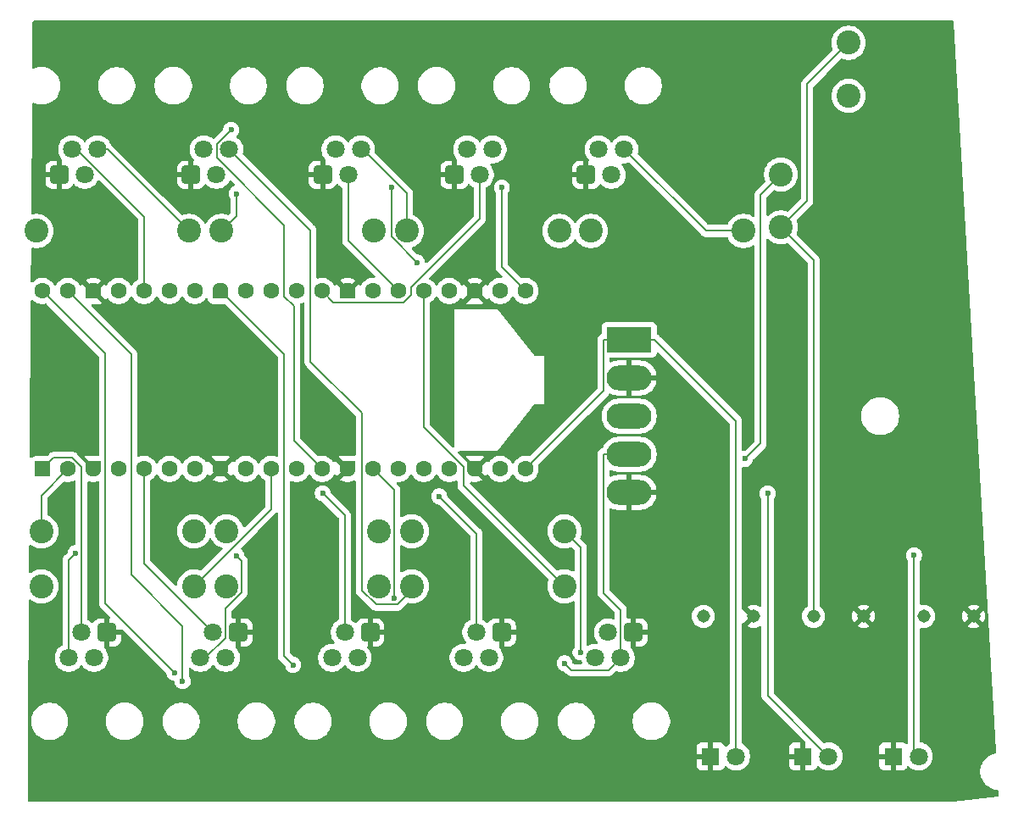
<source format=gbr>
%TF.GenerationSoftware,KiCad,Pcbnew,9.0.6-9.0.6~ubuntu25.04.1*%
%TF.CreationDate,2025-12-30T14:46:31-08:00*%
%TF.ProjectId,buzzer-pcb,62757a7a-6572-42d7-9063-622e6b696361,0*%
%TF.SameCoordinates,Original*%
%TF.FileFunction,Copper,L2,Bot*%
%TF.FilePolarity,Positive*%
%FSLAX46Y46*%
G04 Gerber Fmt 4.6, Leading zero omitted, Abs format (unit mm)*
G04 Created by KiCad (PCBNEW 9.0.6-9.0.6~ubuntu25.04.1) date 2025-12-30 14:46:31*
%MOMM*%
%LPD*%
G01*
G04 APERTURE LIST*
G04 Aperture macros list*
%AMRoundRect*
0 Rectangle with rounded corners*
0 $1 Rounding radius*
0 $2 $3 $4 $5 $6 $7 $8 $9 X,Y pos of 4 corners*
0 Add a 4 corners polygon primitive as box body*
4,1,4,$2,$3,$4,$5,$6,$7,$8,$9,$2,$3,0*
0 Add four circle primitives for the rounded corners*
1,1,$1+$1,$2,$3*
1,1,$1+$1,$4,$5*
1,1,$1+$1,$6,$7*
1,1,$1+$1,$8,$9*
0 Add four rect primitives between the rounded corners*
20,1,$1+$1,$2,$3,$4,$5,0*
20,1,$1+$1,$4,$5,$6,$7,0*
20,1,$1+$1,$6,$7,$8,$9,0*
20,1,$1+$1,$8,$9,$2,$3,0*%
%AMFreePoly0*
4,1,37,0.603843,0.796157,0.639018,0.796157,0.711114,0.766294,0.766294,0.711114,0.796157,0.639018,0.796157,0.603843,0.800000,0.600000,0.800000,-0.600000,0.796157,-0.603843,0.796157,-0.639018,0.766294,-0.711114,0.711114,-0.766294,0.639018,-0.796157,0.603843,-0.796157,0.600000,-0.800000,0.000000,-0.800000,0.000000,-0.796148,-0.078414,-0.796148,-0.232228,-0.765552,-0.377117,-0.705537,
-0.507515,-0.618408,-0.618408,-0.507515,-0.705537,-0.377117,-0.765552,-0.232228,-0.796148,-0.078414,-0.796148,0.078414,-0.765552,0.232228,-0.705537,0.377117,-0.618408,0.507515,-0.507515,0.618408,-0.377117,0.705537,-0.232228,0.765552,-0.078414,0.796148,0.000000,0.796148,0.000000,0.800000,0.600000,0.800000,0.603843,0.796157,0.603843,0.796157,$1*%
%AMFreePoly1*
4,1,37,0.000000,0.796148,0.078414,0.796148,0.232228,0.765552,0.377117,0.705537,0.507515,0.618408,0.618408,0.507515,0.705537,0.377117,0.765552,0.232228,0.796148,0.078414,0.796148,-0.078414,0.765552,-0.232228,0.705537,-0.377117,0.618408,-0.507515,0.507515,-0.618408,0.377117,-0.705537,0.232228,-0.765552,0.078414,-0.796148,0.000000,-0.796148,0.000000,-0.800000,-0.600000,-0.800000,
-0.603843,-0.796157,-0.639018,-0.796157,-0.711114,-0.766294,-0.766294,-0.711114,-0.796157,-0.639018,-0.796157,-0.603843,-0.800000,-0.600000,-0.800000,0.600000,-0.796157,0.603843,-0.796157,0.639018,-0.766294,0.711114,-0.711114,0.766294,-0.639018,0.796157,-0.603843,0.796157,-0.600000,0.800000,0.000000,0.800000,0.000000,0.796148,0.000000,0.796148,$1*%
G04 Aperture macros list end*
%TA.AperFunction,ComponentPad*%
%ADD10C,2.400000*%
%TD*%
%TA.AperFunction,ComponentPad*%
%ADD11R,4.500000X2.500000*%
%TD*%
%TA.AperFunction,ComponentPad*%
%ADD12O,4.500000X2.500000*%
%TD*%
%TA.AperFunction,ComponentPad*%
%ADD13RoundRect,0.250000X0.650000X0.650000X-0.650000X0.650000X-0.650000X-0.650000X0.650000X-0.650000X0*%
%TD*%
%TA.AperFunction,ComponentPad*%
%ADD14C,1.800000*%
%TD*%
%TA.AperFunction,ComponentPad*%
%ADD15C,1.308000*%
%TD*%
%TA.AperFunction,ComponentPad*%
%ADD16R,1.800000X1.800000*%
%TD*%
%TA.AperFunction,ComponentPad*%
%ADD17RoundRect,0.250000X-0.650000X-0.650000X0.650000X-0.650000X0.650000X0.650000X-0.650000X0.650000X0*%
%TD*%
%TA.AperFunction,ComponentPad*%
%ADD18RoundRect,0.200000X0.600000X-0.600000X0.600000X0.600000X-0.600000X0.600000X-0.600000X-0.600000X0*%
%TD*%
%TA.AperFunction,ComponentPad*%
%ADD19C,1.600000*%
%TD*%
%TA.AperFunction,ComponentPad*%
%ADD20FreePoly0,90.000000*%
%TD*%
%TA.AperFunction,ComponentPad*%
%ADD21FreePoly1,90.000000*%
%TD*%
%TA.AperFunction,ViaPad*%
%ADD22C,0.600000*%
%TD*%
%TA.AperFunction,Conductor*%
%ADD23C,0.200000*%
%TD*%
G04 APERTURE END LIST*
D10*
%TO.P,R2,1*%
%TO.N,Net-(J2-Pad4)*%
X47620000Y-64500000D03*
%TO.P,R2,2*%
%TO.N,Net-(A1-GPIO2)*%
X32380000Y-64500000D03*
%TD*%
D11*
%TO.P,U1,1,+*%
%TO.N,Net-(A1-GPIO14)*%
X72585000Y-45380000D03*
D12*
%TO.P,U1,2,-*%
%TO.N,GND*%
X72585000Y-49190000D03*
%TO.P,U1,3,V-*%
%TO.N,unconnected-(U1-V--Pad3)*%
X72585000Y-53000000D03*
%TO.P,U1,4*%
%TO.N,Net-(A1-3V3)*%
X72585000Y-56810000D03*
%TO.P,U1,5,V+*%
%TO.N,GND*%
X72585000Y-60620000D03*
%TD*%
D13*
%TO.P,J8,1*%
%TO.N,GND*%
X41980000Y-28890000D03*
D14*
%TO.P,J8,2*%
%TO.N,Net-(A1-3V3)*%
X43250000Y-26350000D03*
%TO.P,J8,3*%
%TO.N,Net-(A1-GPIO20)*%
X44520000Y-28890000D03*
%TO.P,J8,4*%
%TO.N,Net-(J8-Pad4)*%
X45790000Y-26350000D03*
%TD*%
D10*
%TO.P,R10,1*%
%TO.N,Net-(J10-Pad4)*%
X28620000Y-34500000D03*
%TO.P,R10,2*%
%TO.N,Net-(A1-GPIO17)*%
X13380000Y-34500000D03*
%TD*%
D15*
%TO.P,C1,1*%
%TO.N,Net-(A1-3V3)*%
X80000000Y-73000000D03*
%TO.P,C1,2*%
%TO.N,GND*%
X85000000Y-73000000D03*
%TD*%
D16*
%TO.P,Status2,1,K*%
%TO.N,GND*%
X98960000Y-87000000D03*
D14*
%TO.P,Status2,2,A*%
%TO.N,Net-(A1-GPIO12)*%
X101500000Y-87000000D03*
%TD*%
D10*
%TO.P,Clear1,1,A*%
%TO.N,Net-(A1-GPIO9)*%
X94500000Y-21000000D03*
%TO.P,Clear1,2,B*%
%TO.N,Net-(A1-3V3)*%
X94500000Y-15700000D03*
%TD*%
%TO.P,R8,1*%
%TO.N,Net-(J8-Pad4)*%
X50380000Y-34500000D03*
%TO.P,R8,2*%
%TO.N,Net-(A1-GPIO21)*%
X65620000Y-34500000D03*
%TD*%
D13*
%TO.P,J6,1*%
%TO.N,GND*%
X68280000Y-28890000D03*
D14*
%TO.P,J6,2*%
%TO.N,Net-(A1-3V3)*%
X69550000Y-26350000D03*
%TO.P,J6,3*%
%TO.N,Net-(A1-GPIO27_ADC1)*%
X70820000Y-28890000D03*
%TO.P,J6,4*%
%TO.N,Net-(J6-Pad4)*%
X72090000Y-26350000D03*
%TD*%
D17*
%TO.P,J4,1*%
%TO.N,GND*%
X59870000Y-74610000D03*
D14*
%TO.P,J4,2*%
%TO.N,Net-(A1-3V3)*%
X58600000Y-77150000D03*
%TO.P,J4,3*%
%TO.N,Net-(A1-GPIO8)*%
X57330000Y-74610000D03*
%TO.P,J4,4*%
%TO.N,Net-(J4-Pad4)*%
X56060000Y-77150000D03*
%TD*%
D13*
%TO.P,J7,1*%
%TO.N,GND*%
X55130000Y-28890000D03*
D14*
%TO.P,J7,2*%
%TO.N,Net-(A1-3V3)*%
X56400000Y-26350000D03*
%TO.P,J7,3*%
%TO.N,Net-(A1-GPIO22)*%
X57670000Y-28890000D03*
%TO.P,J7,4*%
%TO.N,Net-(J7-Pad4)*%
X58940000Y-26350000D03*
%TD*%
D15*
%TO.P,C3,1*%
%TO.N,Net-(A1-3V3)*%
X102000000Y-73000000D03*
%TO.P,C3,2*%
%TO.N,GND*%
X107000000Y-73000000D03*
%TD*%
D16*
%TO.P,ModBuzzLED1,1,K*%
%TO.N,GND*%
X80725000Y-87000000D03*
D14*
%TO.P,ModBuzzLED1,2,A*%
%TO.N,Net-(A1-GPIO14)*%
X83265000Y-87000000D03*
%TD*%
D17*
%TO.P,J5,1*%
%TO.N,GND*%
X73020000Y-74610000D03*
D14*
%TO.P,J5,2*%
%TO.N,Net-(A1-3V3)*%
X71750000Y-77150000D03*
%TO.P,J5,3*%
%TO.N,Net-(A1-GPIO10)*%
X70480000Y-74610000D03*
%TO.P,J5,4*%
%TO.N,Net-(J5-Pad4)*%
X69210000Y-77150000D03*
%TD*%
D10*
%TO.P,R3,1*%
%TO.N,Net-(J3-Pad4)*%
X66120000Y-64500000D03*
%TO.P,R3,2*%
%TO.N,Net-(A1-GPIO5)*%
X50880000Y-64500000D03*
%TD*%
%TO.P,R6,1*%
%TO.N,Net-(J6-Pad4)*%
X84000000Y-34500000D03*
%TO.P,R6,2*%
%TO.N,Net-(A1-GPIO28_ADC2)*%
X68760000Y-34500000D03*
%TD*%
%TO.P,R7,1*%
%TO.N,Net-(J7-Pad4)*%
X31880000Y-34500000D03*
%TO.P,R7,2*%
%TO.N,Net-(A1-GPIO26_ADC0)*%
X47120000Y-34500000D03*
%TD*%
D13*
%TO.P,J9,1*%
%TO.N,GND*%
X28830000Y-28890000D03*
D14*
%TO.P,J9,2*%
%TO.N,Net-(A1-3V3)*%
X30100000Y-26350000D03*
%TO.P,J9,3*%
%TO.N,Net-(A1-GPIO18)*%
X31370000Y-28890000D03*
%TO.P,J9,4*%
%TO.N,Net-(J9-Pad4)*%
X32640000Y-26350000D03*
%TD*%
D10*
%TO.P,ModBuzz1,1,A*%
%TO.N,Net-(A1-GPIO13)*%
X87750000Y-28850000D03*
%TO.P,ModBuzz1,2,B*%
%TO.N,Net-(A1-3V3)*%
X87750000Y-34150000D03*
%TD*%
D17*
%TO.P,J3,1*%
%TO.N,GND*%
X46720000Y-74610000D03*
D14*
%TO.P,J3,2*%
%TO.N,Net-(A1-3V3)*%
X45450000Y-77150000D03*
%TO.P,J3,3*%
%TO.N,Net-(A1-GPIO4)*%
X44180000Y-74610000D03*
%TO.P,J3,4*%
%TO.N,Net-(J3-Pad4)*%
X42910000Y-77150000D03*
%TD*%
D16*
%TO.P,Status1,1,K*%
%TO.N,GND*%
X89960000Y-87000000D03*
D14*
%TO.P,Status1,2,A*%
%TO.N,Net-(A1-GPIO6)*%
X92500000Y-87000000D03*
%TD*%
D17*
%TO.P,J2,1*%
%TO.N,GND*%
X33570000Y-74610000D03*
D14*
%TO.P,J2,2*%
%TO.N,Net-(A1-3V3)*%
X32300000Y-77150000D03*
%TO.P,J2,3*%
%TO.N,Net-(A1-GPIO3)*%
X31030000Y-74610000D03*
%TO.P,J2,4*%
%TO.N,Net-(J2-Pad4)*%
X29760000Y-77150000D03*
%TD*%
D10*
%TO.P,R4,1*%
%TO.N,Net-(J4-Pad4)*%
X13880000Y-70000000D03*
%TO.P,R4,2*%
%TO.N,Net-(A1-GPIO7)*%
X29120000Y-70000000D03*
%TD*%
D17*
%TO.P,J1,1*%
%TO.N,GND*%
X20420000Y-74610000D03*
D14*
%TO.P,J1,2*%
%TO.N,Net-(A1-3V3)*%
X19150000Y-77150000D03*
%TO.P,J1,3*%
%TO.N,Net-(A1-GPIO0)*%
X17880000Y-74610000D03*
%TO.P,J1,4*%
%TO.N,Net-(J1-Pad4)*%
X16610000Y-77150000D03*
%TD*%
D10*
%TO.P,R1,1*%
%TO.N,Net-(J1-Pad4)*%
X29120000Y-64500000D03*
%TO.P,R1,2*%
%TO.N,Net-(A1-GPIO1)*%
X13880000Y-64500000D03*
%TD*%
D15*
%TO.P,C2,1*%
%TO.N,Net-(A1-3V3)*%
X91000000Y-73000000D03*
%TO.P,C2,2*%
%TO.N,GND*%
X96000000Y-73000000D03*
%TD*%
D13*
%TO.P,J10,1*%
%TO.N,GND*%
X15680000Y-28890000D03*
D14*
%TO.P,J10,2*%
%TO.N,Net-(A1-3V3)*%
X16950000Y-26350000D03*
%TO.P,J10,3*%
%TO.N,Net-(A1-GPIO16)*%
X18220000Y-28890000D03*
%TO.P,J10,4*%
%TO.N,Net-(J10-Pad4)*%
X19490000Y-26350000D03*
%TD*%
D10*
%TO.P,R5,1*%
%TO.N,Net-(J5-Pad4)*%
X47620000Y-70000000D03*
%TO.P,R5,2*%
%TO.N,Net-(A1-GPIO11)*%
X32380000Y-70000000D03*
%TD*%
D18*
%TO.P,A1,1,GPIO0*%
%TO.N,Net-(A1-GPIO0)*%
X13980000Y-58280000D03*
D19*
%TO.P,A1,2,GPIO1*%
%TO.N,Net-(A1-GPIO1)*%
X16520000Y-58280000D03*
D20*
%TO.P,A1,3,GND*%
%TO.N,GND*%
X19060000Y-58280000D03*
D19*
%TO.P,A1,4,GPIO2*%
%TO.N,Net-(A1-GPIO2)*%
X21600000Y-58280000D03*
%TO.P,A1,5,GPIO3*%
%TO.N,Net-(A1-GPIO3)*%
X24140000Y-58280000D03*
%TO.P,A1,6,GPIO4*%
%TO.N,Net-(A1-GPIO4)*%
X26680000Y-58280000D03*
%TO.P,A1,7,GPIO5*%
%TO.N,Net-(A1-GPIO5)*%
X29220000Y-58280000D03*
D20*
%TO.P,A1,8,GND*%
%TO.N,GND*%
X31760000Y-58280000D03*
D19*
%TO.P,A1,9,GPIO6*%
%TO.N,Net-(A1-GPIO6)*%
X34300000Y-58280000D03*
%TO.P,A1,10,GPIO7*%
%TO.N,Net-(A1-GPIO7)*%
X36840000Y-58280000D03*
%TO.P,A1,11,GPIO8*%
%TO.N,Net-(A1-GPIO8)*%
X39380000Y-58280000D03*
%TO.P,A1,12,GPIO9*%
%TO.N,Net-(A1-GPIO9)*%
X41920000Y-58280000D03*
D20*
%TO.P,A1,13,GND*%
%TO.N,GND*%
X44460000Y-58280000D03*
D19*
%TO.P,A1,14,GPIO10*%
%TO.N,Net-(A1-GPIO10)*%
X47000000Y-58280000D03*
%TO.P,A1,15,GPIO11*%
%TO.N,Net-(A1-GPIO11)*%
X49540000Y-58280000D03*
%TO.P,A1,16,GPIO12*%
%TO.N,Net-(A1-GPIO12)*%
X52080000Y-58280000D03*
%TO.P,A1,17,GPIO13*%
%TO.N,Net-(A1-GPIO13)*%
X54620000Y-58280000D03*
D20*
%TO.P,A1,18,GND*%
%TO.N,GND*%
X57160000Y-58280000D03*
D19*
%TO.P,A1,19,GPIO14*%
%TO.N,Net-(A1-GPIO14)*%
X59700000Y-58280000D03*
%TO.P,A1,20,GPIO15*%
X62240000Y-58280000D03*
%TO.P,A1,21,GPIO16*%
%TO.N,Net-(A1-GPIO16)*%
X62240000Y-40500000D03*
%TO.P,A1,22,GPIO17*%
%TO.N,Net-(A1-GPIO17)*%
X59700000Y-40500000D03*
D21*
%TO.P,A1,23,GND*%
%TO.N,GND*%
X57160000Y-40500000D03*
D19*
%TO.P,A1,24,GPIO18*%
%TO.N,Net-(A1-GPIO18)*%
X54620000Y-40500000D03*
%TO.P,A1,25,GPIO19*%
%TO.N,Net-(A1-GPIO19)*%
X52080000Y-40500000D03*
%TO.P,A1,26,GPIO20*%
%TO.N,Net-(A1-GPIO20)*%
X49540000Y-40500000D03*
%TO.P,A1,27,GPIO21*%
%TO.N,Net-(A1-GPIO21)*%
X47000000Y-40500000D03*
D21*
%TO.P,A1,28,GND*%
%TO.N,GND*%
X44460000Y-40500000D03*
D19*
%TO.P,A1,29,GPIO22*%
%TO.N,Net-(A1-GPIO22)*%
X41920000Y-40500000D03*
%TO.P,A1,30,RUN*%
%TO.N,unconnected-(A1-RUN-Pad30)*%
X39380000Y-40500000D03*
%TO.P,A1,31,GPIO26_ADC0*%
%TO.N,Net-(A1-GPIO26_ADC0)*%
X36840000Y-40500000D03*
%TO.P,A1,32,GPIO27_ADC1*%
%TO.N,Net-(A1-GPIO27_ADC1)*%
X34300000Y-40500000D03*
D21*
%TO.P,A1,33,AGND*%
%TO.N,Net-(A1-AGND)*%
X31760000Y-40500000D03*
D19*
%TO.P,A1,34,GPIO28_ADC2*%
%TO.N,Net-(A1-GPIO28_ADC2)*%
X29220000Y-40500000D03*
%TO.P,A1,35,ADC_VREF*%
%TO.N,unconnected-(A1-ADC_VREF-Pad35)*%
X26680000Y-40500000D03*
%TO.P,A1,36,3V3*%
%TO.N,Net-(A1-3V3)*%
X24140000Y-40500000D03*
%TO.P,A1,37,3V3_EN*%
%TO.N,unconnected-(A1-3V3_EN-Pad37)*%
X21600000Y-40500000D03*
D21*
%TO.P,A1,38,GND*%
%TO.N,GND*%
X19060000Y-40500000D03*
D19*
%TO.P,A1,39,VSYS*%
%TO.N,Net-(A1-VSYS)*%
X16520000Y-40500000D03*
%TO.P,A1,40,VBUS*%
%TO.N,Net-(A1-VBUS)*%
X13980000Y-40500000D03*
%TD*%
D10*
%TO.P,R9,1*%
%TO.N,Net-(J9-Pad4)*%
X50880000Y-70000000D03*
%TO.P,R9,2*%
%TO.N,Net-(A1-GPIO19)*%
X66120000Y-70000000D03*
%TD*%
D22*
%TO.N,GND*%
X88449200Y-79346300D03*
%TO.N,Net-(A1-GPIO18)*%
X48820300Y-30141000D03*
%TO.N,Net-(A1-GPIO12)*%
X101034200Y-66891500D03*
%TO.N,Net-(A1-GPIO16)*%
X59866000Y-30167100D03*
%TO.N,Net-(A1-GPIO8)*%
X53617400Y-61019800D03*
%TO.N,Net-(A1-GPIO18)*%
X51391400Y-37646100D03*
%TO.N,Net-(A1-GPIO6)*%
X86416900Y-60716500D03*
%TO.N,Net-(J7-Pad4)*%
X33381800Y-30784900D03*
%TO.N,Net-(A1-GPIO10)*%
X49126800Y-71226900D03*
%TO.N,Net-(A1-VSYS)*%
X27983700Y-79481300D03*
%TO.N,Net-(J1-Pad4)*%
X17284400Y-66694300D03*
%TO.N,Net-(A1-VBUS)*%
X27158900Y-78649900D03*
%TO.N,Net-(A1-AGND)*%
X39010500Y-77852700D03*
%TO.N,Net-(A1-3V3)*%
X66134600Y-77698200D03*
%TO.N,Net-(A1-GPIO4)*%
X41973400Y-60716500D03*
%TO.N,Net-(J2-Pad4)*%
X33327400Y-66937100D03*
%TO.N,Net-(J3-Pad4)*%
X67734000Y-76601900D03*
%TO.N,Net-(A1-GPIO13)*%
X84150200Y-57272800D03*
%TO.N,Net-(A1-GPIO9)*%
X32832000Y-24402600D03*
%TD*%
D23*
%TO.N,Net-(A1-GPIO3)*%
X31030000Y-74610000D02*
X24140000Y-67720000D01*
X24140000Y-67720000D02*
X24140000Y-58280000D01*
%TO.N,Net-(A1-GPIO22)*%
X41920000Y-40500000D02*
X43044100Y-41624100D01*
X43044100Y-41624100D02*
X50038700Y-41624100D01*
X50038700Y-41624100D02*
X50810000Y-40852800D01*
X50810000Y-40852800D02*
X50810000Y-40126400D01*
X50810000Y-40126400D02*
X57670000Y-33266400D01*
X57670000Y-33266400D02*
X57670000Y-28890000D01*
%TO.N,Net-(A1-GPIO10)*%
X47000000Y-58280000D02*
X49126800Y-60406800D01*
X49126800Y-60406800D02*
X49126800Y-71226900D01*
%TO.N,Net-(A1-GPIO18)*%
X51391400Y-37646100D02*
X48820300Y-35075000D01*
X48820300Y-35075000D02*
X48820300Y-30141000D01*
%TO.N,Net-(A1-VSYS)*%
X27983700Y-79481300D02*
X27983700Y-73983100D01*
X27983700Y-73983100D02*
X22870000Y-68869400D01*
X22870000Y-68869400D02*
X22870000Y-46850000D01*
X22870000Y-46850000D02*
X16520000Y-40500000D01*
%TO.N,Net-(A1-GPIO14)*%
X72585000Y-45380000D02*
X75136700Y-45380000D01*
X83265000Y-87000000D02*
X83265000Y-53508300D01*
X83265000Y-53508300D02*
X75136700Y-45380000D01*
X72585000Y-45380000D02*
X70033300Y-45380000D01*
X70033300Y-45380000D02*
X70033300Y-50486700D01*
X70033300Y-50486700D02*
X62240000Y-58280000D01*
%TO.N,Net-(A1-3V3)*%
X71750000Y-77150000D02*
X70523900Y-78376100D01*
X70523900Y-78376100D02*
X66812500Y-78376100D01*
X66812500Y-78376100D02*
X66134600Y-77698200D01*
X24140000Y-40500000D02*
X24140000Y-33083800D01*
X24140000Y-33083800D02*
X17406200Y-26350000D01*
X17406200Y-26350000D02*
X16950000Y-26350000D01*
X91000000Y-73000000D02*
X91000000Y-37400000D01*
X91000000Y-37400000D02*
X87750000Y-34150000D01*
X72585000Y-56810000D02*
X70033300Y-56810000D01*
X70033300Y-56810000D02*
X70033300Y-70659400D01*
X70033300Y-70659400D02*
X71750000Y-72376100D01*
X71750000Y-72376100D02*
X71750000Y-77150000D01*
X94500000Y-15700000D02*
X90380500Y-19819500D01*
X90380500Y-19819500D02*
X90380500Y-31519500D01*
X90380500Y-31519500D02*
X87750000Y-34150000D01*
%TO.N,Net-(A1-GPIO9)*%
X41920000Y-58280000D02*
X39103500Y-55463500D01*
X39103500Y-55463500D02*
X39103500Y-42023500D01*
X39103500Y-42023500D02*
X38110000Y-41030000D01*
X38110000Y-41030000D02*
X38110000Y-33930500D01*
X38110000Y-33930500D02*
X31397800Y-27218300D01*
X31397800Y-27218300D02*
X31397800Y-25836800D01*
X31397800Y-25836800D02*
X32832000Y-24402600D01*
%TO.N,Net-(A1-GPIO7)*%
X29120000Y-70000000D02*
X36840000Y-62280000D01*
X36840000Y-62280000D02*
X36840000Y-58280000D01*
%TO.N,Net-(A1-GPIO8)*%
X53617400Y-61019800D02*
X57330000Y-64732400D01*
X57330000Y-64732400D02*
X57330000Y-74610000D01*
%TO.N,Net-(A1-GPIO16)*%
X59866000Y-30167100D02*
X59866000Y-38126000D01*
X59866000Y-38126000D02*
X62240000Y-40500000D01*
%TO.N,Net-(A1-GPIO20)*%
X44520000Y-28890000D02*
X44520000Y-35480000D01*
X44520000Y-35480000D02*
X49540000Y-40500000D01*
%TO.N,Net-(A1-GPIO19)*%
X66120000Y-70000000D02*
X56031600Y-59911600D01*
X56031600Y-59911600D02*
X56031600Y-58060800D01*
X56031600Y-58060800D02*
X52080000Y-54109200D01*
X52080000Y-54109200D02*
X52080000Y-40500000D01*
%TO.N,Net-(A1-AGND)*%
X39010500Y-77852700D02*
X38110000Y-76952200D01*
X38110000Y-76952200D02*
X38110000Y-46850000D01*
X38110000Y-46850000D02*
X31760000Y-40500000D01*
%TO.N,Net-(A1-GPIO4)*%
X41973400Y-60716500D02*
X44180000Y-62923100D01*
X44180000Y-62923100D02*
X44180000Y-74610000D01*
%TO.N,Net-(J6-Pad4)*%
X84000000Y-34500000D02*
X80240000Y-34500000D01*
X80240000Y-34500000D02*
X72090000Y-26350000D01*
%TO.N,Net-(J2-Pad4)*%
X29760000Y-77150000D02*
X30236300Y-77150000D01*
X30236300Y-77150000D02*
X32243400Y-75142900D01*
X32243400Y-75142900D02*
X32243400Y-72260400D01*
X32243400Y-72260400D02*
X33881700Y-70622100D01*
X33881700Y-70622100D02*
X33881700Y-67491400D01*
X33881700Y-67491400D02*
X33327400Y-66937100D01*
%TO.N,Net-(J3-Pad4)*%
X67734000Y-76601900D02*
X67734000Y-66114000D01*
X67734000Y-66114000D02*
X66120000Y-64500000D01*
%TO.N,Net-(J7-Pad4)*%
X31880000Y-34500000D02*
X33381800Y-32998200D01*
X33381800Y-32998200D02*
X33381800Y-30784900D01*
%TO.N,Net-(J8-Pad4)*%
X50380000Y-34500000D02*
X50380000Y-30738700D01*
X50380000Y-30738700D02*
X45991300Y-26350000D01*
X45991300Y-26350000D02*
X45790000Y-26350000D01*
%TO.N,Net-(J9-Pad4)*%
X32640000Y-26350000D02*
X40748400Y-34458400D01*
X40748400Y-34458400D02*
X40748400Y-47576100D01*
X40748400Y-47576100D02*
X45869600Y-52697300D01*
X45869600Y-52697300D02*
X45869600Y-70403700D01*
X45869600Y-70403700D02*
X47303300Y-71837400D01*
X47303300Y-71837400D02*
X49427600Y-71837400D01*
X49427600Y-71837400D02*
X50880000Y-70385000D01*
X50880000Y-70385000D02*
X50880000Y-70000000D01*
%TO.N,Net-(J10-Pad4)*%
X28620000Y-34500000D02*
X20470000Y-26350000D01*
X20470000Y-26350000D02*
X19490000Y-26350000D01*
%TO.N,Net-(J1-Pad4)*%
X17284400Y-66694300D02*
X16610000Y-67368700D01*
X16610000Y-67368700D02*
X16610000Y-77150000D01*
%TO.N,Net-(A1-GPIO13)*%
X84150200Y-57272800D02*
X85700100Y-55722900D01*
X85700100Y-55722900D02*
X85700100Y-30899900D01*
X85700100Y-30899900D02*
X87750000Y-28850000D01*
%TO.N,Net-(A1-GPIO1)*%
X13880000Y-60920000D02*
X16520000Y-58280000D01*
X13880000Y-64500000D02*
X13880000Y-60920000D01*
%TO.N,Net-(A1-GPIO12)*%
X101034200Y-86534200D02*
X101034200Y-66891500D01*
X101500000Y-87000000D02*
X101034200Y-86534200D01*
%TO.N,Net-(A1-GPIO6)*%
X86416900Y-60716500D02*
X86416900Y-80916900D01*
X86416900Y-80916900D02*
X92500000Y-87000000D01*
%TO.N,Net-(A1-VBUS)*%
X13980000Y-40500000D02*
X20241000Y-46761000D01*
X20241000Y-46761000D02*
X20241000Y-71732000D01*
X20241000Y-71732000D02*
X27158900Y-78649900D01*
%TO.N,Net-(A1-GPIO0)*%
X15099300Y-57160700D02*
X13980000Y-58280000D01*
X16966500Y-57160700D02*
X15099300Y-57160700D01*
X17886100Y-58080300D02*
X16966500Y-57160700D01*
X17886100Y-74603900D02*
X17886100Y-58080300D01*
X17880000Y-74610000D02*
X17886100Y-74603900D01*
%TD*%
%TA.AperFunction,Conductor*%
%TO.N,GND*%
G36*
X104950031Y-13519685D02*
G01*
X104995786Y-13572489D01*
X105006782Y-13616810D01*
X106292732Y-35763711D01*
X109241704Y-86551582D01*
X109225939Y-86619650D01*
X109175876Y-86668389D01*
X109142113Y-86680386D01*
X109138213Y-86681161D01*
X108903895Y-86743947D01*
X108679794Y-86836773D01*
X108679785Y-86836777D01*
X108469706Y-86958067D01*
X108277263Y-87105733D01*
X108277256Y-87105739D01*
X108105739Y-87277256D01*
X108105733Y-87277263D01*
X107958067Y-87469706D01*
X107836777Y-87679785D01*
X107836773Y-87679794D01*
X107743947Y-87903895D01*
X107681161Y-88138214D01*
X107649500Y-88378711D01*
X107649500Y-88621288D01*
X107681161Y-88861785D01*
X107743947Y-89096104D01*
X107836773Y-89320205D01*
X107836776Y-89320212D01*
X107958064Y-89530289D01*
X107958066Y-89530292D01*
X107958067Y-89530293D01*
X108105733Y-89722736D01*
X108105739Y-89722743D01*
X108277256Y-89894260D01*
X108277262Y-89894265D01*
X108469711Y-90041936D01*
X108679788Y-90163224D01*
X108903900Y-90256054D01*
X109138211Y-90318838D01*
X109361269Y-90348203D01*
X109425164Y-90376469D01*
X109463636Y-90434793D01*
X109468874Y-90463954D01*
X109493180Y-90882560D01*
X109477415Y-90950628D01*
X109427352Y-90999367D01*
X109383083Y-91012990D01*
X105006822Y-91499242D01*
X104993128Y-91500000D01*
X12624797Y-91500000D01*
X12557758Y-91480315D01*
X12512003Y-91427511D01*
X12500800Y-91375205D01*
X12527578Y-87197843D01*
X12530449Y-86750000D01*
X12552060Y-83378711D01*
X12849500Y-83378711D01*
X12849500Y-83621288D01*
X12881161Y-83861785D01*
X12943947Y-84096104D01*
X12947285Y-84104162D01*
X13036776Y-84320212D01*
X13158064Y-84530289D01*
X13158066Y-84530292D01*
X13158067Y-84530293D01*
X13305733Y-84722736D01*
X13305739Y-84722743D01*
X13477256Y-84894260D01*
X13477263Y-84894266D01*
X13501811Y-84913102D01*
X13669711Y-85041936D01*
X13879788Y-85163224D01*
X14103900Y-85256054D01*
X14338211Y-85318838D01*
X14518586Y-85342584D01*
X14578711Y-85350500D01*
X14578712Y-85350500D01*
X14821289Y-85350500D01*
X14875166Y-85343407D01*
X15061789Y-85318838D01*
X15296100Y-85256054D01*
X15520212Y-85163224D01*
X15730289Y-85041936D01*
X15922738Y-84894265D01*
X16094265Y-84722738D01*
X16241936Y-84530289D01*
X16363224Y-84320212D01*
X16456054Y-84096100D01*
X16518838Y-83861789D01*
X16550500Y-83621288D01*
X16550500Y-83378712D01*
X16550283Y-83377065D01*
X20324500Y-83377065D01*
X20324500Y-83622934D01*
X20351227Y-83825939D01*
X20356591Y-83866677D01*
X20420222Y-84104152D01*
X20420225Y-84104162D01*
X20509717Y-84320214D01*
X20514306Y-84331292D01*
X20637233Y-84544208D01*
X20637235Y-84544211D01*
X20637236Y-84544212D01*
X20786897Y-84739254D01*
X20786903Y-84739261D01*
X20960738Y-84913096D01*
X20960744Y-84913101D01*
X21155792Y-85062767D01*
X21368708Y-85185694D01*
X21595847Y-85279778D01*
X21833323Y-85343409D01*
X22077073Y-85375500D01*
X22077080Y-85375500D01*
X22322920Y-85375500D01*
X22322927Y-85375500D01*
X22566677Y-85343409D01*
X22804153Y-85279778D01*
X23031292Y-85185694D01*
X23244208Y-85062767D01*
X23439256Y-84913101D01*
X23613101Y-84739256D01*
X23762767Y-84544208D01*
X23885694Y-84331292D01*
X23979778Y-84104153D01*
X24043409Y-83866677D01*
X24075500Y-83622927D01*
X24075500Y-83378711D01*
X25999500Y-83378711D01*
X25999500Y-83621288D01*
X26031161Y-83861785D01*
X26093947Y-84096104D01*
X26097285Y-84104162D01*
X26186776Y-84320212D01*
X26308064Y-84530289D01*
X26308066Y-84530292D01*
X26308067Y-84530293D01*
X26455733Y-84722736D01*
X26455739Y-84722743D01*
X26627256Y-84894260D01*
X26627263Y-84894266D01*
X26651811Y-84913102D01*
X26819711Y-85041936D01*
X27029788Y-85163224D01*
X27253900Y-85256054D01*
X27488211Y-85318838D01*
X27668586Y-85342584D01*
X27728711Y-85350500D01*
X27728712Y-85350500D01*
X27971289Y-85350500D01*
X28025166Y-85343407D01*
X28211789Y-85318838D01*
X28446100Y-85256054D01*
X28670212Y-85163224D01*
X28880289Y-85041936D01*
X29072738Y-84894265D01*
X29244265Y-84722738D01*
X29391936Y-84530289D01*
X29513224Y-84320212D01*
X29606054Y-84096100D01*
X29668838Y-83861789D01*
X29700500Y-83621288D01*
X29700500Y-83378712D01*
X29700283Y-83377065D01*
X33474500Y-83377065D01*
X33474500Y-83622934D01*
X33501227Y-83825939D01*
X33506591Y-83866677D01*
X33570222Y-84104152D01*
X33570225Y-84104162D01*
X33659717Y-84320214D01*
X33664306Y-84331292D01*
X33787233Y-84544208D01*
X33787235Y-84544211D01*
X33787236Y-84544212D01*
X33936897Y-84739254D01*
X33936903Y-84739261D01*
X34110738Y-84913096D01*
X34110744Y-84913101D01*
X34305792Y-85062767D01*
X34518708Y-85185694D01*
X34745847Y-85279778D01*
X34983323Y-85343409D01*
X35227073Y-85375500D01*
X35227080Y-85375500D01*
X35472920Y-85375500D01*
X35472927Y-85375500D01*
X35716677Y-85343409D01*
X35954153Y-85279778D01*
X36181292Y-85185694D01*
X36394208Y-85062767D01*
X36589256Y-84913101D01*
X36763101Y-84739256D01*
X36912767Y-84544208D01*
X37035694Y-84331292D01*
X37129778Y-84104153D01*
X37193409Y-83866677D01*
X37225500Y-83622927D01*
X37225500Y-83378711D01*
X39149500Y-83378711D01*
X39149500Y-83621288D01*
X39181161Y-83861785D01*
X39243947Y-84096104D01*
X39247285Y-84104162D01*
X39336776Y-84320212D01*
X39458064Y-84530289D01*
X39458066Y-84530292D01*
X39458067Y-84530293D01*
X39605733Y-84722736D01*
X39605739Y-84722743D01*
X39777256Y-84894260D01*
X39777263Y-84894266D01*
X39801811Y-84913102D01*
X39969711Y-85041936D01*
X40179788Y-85163224D01*
X40403900Y-85256054D01*
X40638211Y-85318838D01*
X40818586Y-85342584D01*
X40878711Y-85350500D01*
X40878712Y-85350500D01*
X41121289Y-85350500D01*
X41175166Y-85343407D01*
X41361789Y-85318838D01*
X41596100Y-85256054D01*
X41820212Y-85163224D01*
X42030289Y-85041936D01*
X42222738Y-84894265D01*
X42394265Y-84722738D01*
X42541936Y-84530289D01*
X42663224Y-84320212D01*
X42756054Y-84096100D01*
X42818838Y-83861789D01*
X42850500Y-83621288D01*
X42850500Y-83378712D01*
X42850283Y-83377065D01*
X46624500Y-83377065D01*
X46624500Y-83622934D01*
X46651227Y-83825939D01*
X46656591Y-83866677D01*
X46720222Y-84104152D01*
X46720225Y-84104162D01*
X46809717Y-84320214D01*
X46814306Y-84331292D01*
X46937233Y-84544208D01*
X46937235Y-84544211D01*
X46937236Y-84544212D01*
X47086897Y-84739254D01*
X47086903Y-84739261D01*
X47260738Y-84913096D01*
X47260744Y-84913101D01*
X47455792Y-85062767D01*
X47668708Y-85185694D01*
X47895847Y-85279778D01*
X48133323Y-85343409D01*
X48377073Y-85375500D01*
X48377080Y-85375500D01*
X48622920Y-85375500D01*
X48622927Y-85375500D01*
X48866677Y-85343409D01*
X49104153Y-85279778D01*
X49331292Y-85185694D01*
X49544208Y-85062767D01*
X49739256Y-84913101D01*
X49913101Y-84739256D01*
X50062767Y-84544208D01*
X50185694Y-84331292D01*
X50279778Y-84104153D01*
X50343409Y-83866677D01*
X50375500Y-83622927D01*
X50375500Y-83378711D01*
X52299500Y-83378711D01*
X52299500Y-83621288D01*
X52331161Y-83861785D01*
X52393947Y-84096104D01*
X52397285Y-84104162D01*
X52486776Y-84320212D01*
X52608064Y-84530289D01*
X52608066Y-84530292D01*
X52608067Y-84530293D01*
X52755733Y-84722736D01*
X52755739Y-84722743D01*
X52927256Y-84894260D01*
X52927263Y-84894266D01*
X52951811Y-84913102D01*
X53119711Y-85041936D01*
X53329788Y-85163224D01*
X53553900Y-85256054D01*
X53788211Y-85318838D01*
X53968586Y-85342584D01*
X54028711Y-85350500D01*
X54028712Y-85350500D01*
X54271289Y-85350500D01*
X54325166Y-85343407D01*
X54511789Y-85318838D01*
X54746100Y-85256054D01*
X54970212Y-85163224D01*
X55180289Y-85041936D01*
X55372738Y-84894265D01*
X55544265Y-84722738D01*
X55691936Y-84530289D01*
X55813224Y-84320212D01*
X55906054Y-84096100D01*
X55968838Y-83861789D01*
X56000500Y-83621288D01*
X56000500Y-83378712D01*
X56000283Y-83377065D01*
X59774500Y-83377065D01*
X59774500Y-83622934D01*
X59801227Y-83825939D01*
X59806591Y-83866677D01*
X59870222Y-84104152D01*
X59870225Y-84104162D01*
X59959717Y-84320214D01*
X59964306Y-84331292D01*
X60087233Y-84544208D01*
X60087235Y-84544211D01*
X60087236Y-84544212D01*
X60236897Y-84739254D01*
X60236903Y-84739261D01*
X60410738Y-84913096D01*
X60410744Y-84913101D01*
X60605792Y-85062767D01*
X60818708Y-85185694D01*
X61045847Y-85279778D01*
X61283323Y-85343409D01*
X61527073Y-85375500D01*
X61527080Y-85375500D01*
X61772920Y-85375500D01*
X61772927Y-85375500D01*
X62016677Y-85343409D01*
X62254153Y-85279778D01*
X62481292Y-85185694D01*
X62694208Y-85062767D01*
X62889256Y-84913101D01*
X63063101Y-84739256D01*
X63212767Y-84544208D01*
X63335694Y-84331292D01*
X63429778Y-84104153D01*
X63493409Y-83866677D01*
X63525500Y-83622927D01*
X63525500Y-83378711D01*
X65449500Y-83378711D01*
X65449500Y-83621288D01*
X65481161Y-83861785D01*
X65543947Y-84096104D01*
X65547285Y-84104162D01*
X65636776Y-84320212D01*
X65758064Y-84530289D01*
X65758066Y-84530292D01*
X65758067Y-84530293D01*
X65905733Y-84722736D01*
X65905739Y-84722743D01*
X66077256Y-84894260D01*
X66077263Y-84894266D01*
X66101811Y-84913102D01*
X66269711Y-85041936D01*
X66479788Y-85163224D01*
X66703900Y-85256054D01*
X66938211Y-85318838D01*
X67118586Y-85342584D01*
X67178711Y-85350500D01*
X67178712Y-85350500D01*
X67421289Y-85350500D01*
X67475166Y-85343407D01*
X67661789Y-85318838D01*
X67896100Y-85256054D01*
X68120212Y-85163224D01*
X68330289Y-85041936D01*
X68522738Y-84894265D01*
X68694265Y-84722738D01*
X68841936Y-84530289D01*
X68963224Y-84320212D01*
X69056054Y-84096100D01*
X69118838Y-83861789D01*
X69150500Y-83621288D01*
X69150500Y-83378712D01*
X69150283Y-83377065D01*
X72924500Y-83377065D01*
X72924500Y-83622934D01*
X72951227Y-83825939D01*
X72956591Y-83866677D01*
X73020222Y-84104152D01*
X73020225Y-84104162D01*
X73109717Y-84320214D01*
X73114306Y-84331292D01*
X73237233Y-84544208D01*
X73237235Y-84544211D01*
X73237236Y-84544212D01*
X73386897Y-84739254D01*
X73386903Y-84739261D01*
X73560738Y-84913096D01*
X73560744Y-84913101D01*
X73755792Y-85062767D01*
X73968708Y-85185694D01*
X74195847Y-85279778D01*
X74433323Y-85343409D01*
X74677073Y-85375500D01*
X74677080Y-85375500D01*
X74922920Y-85375500D01*
X74922927Y-85375500D01*
X75166677Y-85343409D01*
X75404153Y-85279778D01*
X75631292Y-85185694D01*
X75844208Y-85062767D01*
X76039256Y-84913101D01*
X76213101Y-84739256D01*
X76362767Y-84544208D01*
X76485694Y-84331292D01*
X76579778Y-84104153D01*
X76643409Y-83866677D01*
X76675500Y-83622927D01*
X76675500Y-83377073D01*
X76643409Y-83133323D01*
X76579778Y-82895847D01*
X76485694Y-82668708D01*
X76362767Y-82455792D01*
X76213101Y-82260744D01*
X76213096Y-82260738D01*
X76039261Y-82086903D01*
X76039254Y-82086897D01*
X75844212Y-81937236D01*
X75844211Y-81937235D01*
X75844208Y-81937233D01*
X75631292Y-81814306D01*
X75631285Y-81814303D01*
X75404162Y-81720225D01*
X75404155Y-81720223D01*
X75404153Y-81720222D01*
X75166677Y-81656591D01*
X75112817Y-81649500D01*
X74922934Y-81624500D01*
X74922927Y-81624500D01*
X74677073Y-81624500D01*
X74677065Y-81624500D01*
X74445059Y-81655045D01*
X74433323Y-81656591D01*
X74195847Y-81720222D01*
X74195837Y-81720225D01*
X73968714Y-81814303D01*
X73968705Y-81814307D01*
X73755787Y-81937236D01*
X73560745Y-82086897D01*
X73560738Y-82086903D01*
X73386903Y-82260738D01*
X73386897Y-82260745D01*
X73237236Y-82455787D01*
X73114307Y-82668705D01*
X73114303Y-82668714D01*
X73020225Y-82895837D01*
X73020222Y-82895847D01*
X72956592Y-83133320D01*
X72956590Y-83133331D01*
X72924500Y-83377065D01*
X69150283Y-83377065D01*
X69118838Y-83138211D01*
X69056054Y-82903900D01*
X68963224Y-82679788D01*
X68841936Y-82469711D01*
X68694265Y-82277262D01*
X68694260Y-82277256D01*
X68522743Y-82105739D01*
X68522736Y-82105733D01*
X68330293Y-81958067D01*
X68330292Y-81958066D01*
X68330289Y-81958064D01*
X68120212Y-81836776D01*
X68065967Y-81814307D01*
X67896104Y-81743947D01*
X67661785Y-81681161D01*
X67421289Y-81649500D01*
X67421288Y-81649500D01*
X67178712Y-81649500D01*
X67178711Y-81649500D01*
X66938214Y-81681161D01*
X66703895Y-81743947D01*
X66479794Y-81836773D01*
X66479785Y-81836777D01*
X66269706Y-81958067D01*
X66077263Y-82105733D01*
X66077256Y-82105739D01*
X65905739Y-82277256D01*
X65905733Y-82277263D01*
X65758067Y-82469706D01*
X65636777Y-82679785D01*
X65636773Y-82679794D01*
X65543947Y-82903895D01*
X65481161Y-83138214D01*
X65449500Y-83378711D01*
X63525500Y-83378711D01*
X63525500Y-83377073D01*
X63493409Y-83133323D01*
X63429778Y-82895847D01*
X63335694Y-82668708D01*
X63212767Y-82455792D01*
X63063101Y-82260744D01*
X63063096Y-82260738D01*
X62889261Y-82086903D01*
X62889254Y-82086897D01*
X62694212Y-81937236D01*
X62694211Y-81937235D01*
X62694208Y-81937233D01*
X62481292Y-81814306D01*
X62481285Y-81814303D01*
X62254162Y-81720225D01*
X62254155Y-81720223D01*
X62254153Y-81720222D01*
X62016677Y-81656591D01*
X61962817Y-81649500D01*
X61772934Y-81624500D01*
X61772927Y-81624500D01*
X61527073Y-81624500D01*
X61527065Y-81624500D01*
X61295059Y-81655045D01*
X61283323Y-81656591D01*
X61045847Y-81720222D01*
X61045837Y-81720225D01*
X60818714Y-81814303D01*
X60818705Y-81814307D01*
X60605787Y-81937236D01*
X60410745Y-82086897D01*
X60410738Y-82086903D01*
X60236903Y-82260738D01*
X60236897Y-82260745D01*
X60087236Y-82455787D01*
X59964307Y-82668705D01*
X59964303Y-82668714D01*
X59870225Y-82895837D01*
X59870222Y-82895847D01*
X59806592Y-83133320D01*
X59806590Y-83133331D01*
X59774500Y-83377065D01*
X56000283Y-83377065D01*
X55968838Y-83138211D01*
X55906054Y-82903900D01*
X55813224Y-82679788D01*
X55691936Y-82469711D01*
X55544265Y-82277262D01*
X55544260Y-82277256D01*
X55372743Y-82105739D01*
X55372736Y-82105733D01*
X55180293Y-81958067D01*
X55180292Y-81958066D01*
X55180289Y-81958064D01*
X54970212Y-81836776D01*
X54915967Y-81814307D01*
X54746104Y-81743947D01*
X54511785Y-81681161D01*
X54271289Y-81649500D01*
X54271288Y-81649500D01*
X54028712Y-81649500D01*
X54028711Y-81649500D01*
X53788214Y-81681161D01*
X53553895Y-81743947D01*
X53329794Y-81836773D01*
X53329785Y-81836777D01*
X53119706Y-81958067D01*
X52927263Y-82105733D01*
X52927256Y-82105739D01*
X52755739Y-82277256D01*
X52755733Y-82277263D01*
X52608067Y-82469706D01*
X52486777Y-82679785D01*
X52486773Y-82679794D01*
X52393947Y-82903895D01*
X52331161Y-83138214D01*
X52299500Y-83378711D01*
X50375500Y-83378711D01*
X50375500Y-83377073D01*
X50343409Y-83133323D01*
X50279778Y-82895847D01*
X50185694Y-82668708D01*
X50062767Y-82455792D01*
X49913101Y-82260744D01*
X49913096Y-82260738D01*
X49739261Y-82086903D01*
X49739254Y-82086897D01*
X49544212Y-81937236D01*
X49544211Y-81937235D01*
X49544208Y-81937233D01*
X49331292Y-81814306D01*
X49331285Y-81814303D01*
X49104162Y-81720225D01*
X49104155Y-81720223D01*
X49104153Y-81720222D01*
X48866677Y-81656591D01*
X48812817Y-81649500D01*
X48622934Y-81624500D01*
X48622927Y-81624500D01*
X48377073Y-81624500D01*
X48377065Y-81624500D01*
X48145059Y-81655045D01*
X48133323Y-81656591D01*
X47895847Y-81720222D01*
X47895837Y-81720225D01*
X47668714Y-81814303D01*
X47668705Y-81814307D01*
X47455787Y-81937236D01*
X47260745Y-82086897D01*
X47260738Y-82086903D01*
X47086903Y-82260738D01*
X47086897Y-82260745D01*
X46937236Y-82455787D01*
X46814307Y-82668705D01*
X46814303Y-82668714D01*
X46720225Y-82895837D01*
X46720222Y-82895847D01*
X46656592Y-83133320D01*
X46656590Y-83133331D01*
X46624500Y-83377065D01*
X42850283Y-83377065D01*
X42818838Y-83138211D01*
X42756054Y-82903900D01*
X42663224Y-82679788D01*
X42541936Y-82469711D01*
X42394265Y-82277262D01*
X42394260Y-82277256D01*
X42222743Y-82105739D01*
X42222736Y-82105733D01*
X42030293Y-81958067D01*
X42030292Y-81958066D01*
X42030289Y-81958064D01*
X41820212Y-81836776D01*
X41765967Y-81814307D01*
X41596104Y-81743947D01*
X41361785Y-81681161D01*
X41121289Y-81649500D01*
X41121288Y-81649500D01*
X40878712Y-81649500D01*
X40878711Y-81649500D01*
X40638214Y-81681161D01*
X40403895Y-81743947D01*
X40179794Y-81836773D01*
X40179785Y-81836777D01*
X39969706Y-81958067D01*
X39777263Y-82105733D01*
X39777256Y-82105739D01*
X39605739Y-82277256D01*
X39605733Y-82277263D01*
X39458067Y-82469706D01*
X39336777Y-82679785D01*
X39336773Y-82679794D01*
X39243947Y-82903895D01*
X39181161Y-83138214D01*
X39149500Y-83378711D01*
X37225500Y-83378711D01*
X37225500Y-83377073D01*
X37193409Y-83133323D01*
X37129778Y-82895847D01*
X37035694Y-82668708D01*
X36912767Y-82455792D01*
X36763101Y-82260744D01*
X36763096Y-82260738D01*
X36589261Y-82086903D01*
X36589254Y-82086897D01*
X36394212Y-81937236D01*
X36394211Y-81937235D01*
X36394208Y-81937233D01*
X36181292Y-81814306D01*
X36181285Y-81814303D01*
X35954162Y-81720225D01*
X35954155Y-81720223D01*
X35954153Y-81720222D01*
X35716677Y-81656591D01*
X35662817Y-81649500D01*
X35472934Y-81624500D01*
X35472927Y-81624500D01*
X35227073Y-81624500D01*
X35227065Y-81624500D01*
X34995059Y-81655045D01*
X34983323Y-81656591D01*
X34745847Y-81720222D01*
X34745837Y-81720225D01*
X34518714Y-81814303D01*
X34518705Y-81814307D01*
X34305787Y-81937236D01*
X34110745Y-82086897D01*
X34110738Y-82086903D01*
X33936903Y-82260738D01*
X33936897Y-82260745D01*
X33787236Y-82455787D01*
X33664307Y-82668705D01*
X33664303Y-82668714D01*
X33570225Y-82895837D01*
X33570222Y-82895847D01*
X33506592Y-83133320D01*
X33506590Y-83133331D01*
X33474500Y-83377065D01*
X29700283Y-83377065D01*
X29668838Y-83138211D01*
X29606054Y-82903900D01*
X29513224Y-82679788D01*
X29391936Y-82469711D01*
X29244265Y-82277262D01*
X29244260Y-82277256D01*
X29072743Y-82105739D01*
X29072736Y-82105733D01*
X28880293Y-81958067D01*
X28880292Y-81958066D01*
X28880289Y-81958064D01*
X28670212Y-81836776D01*
X28615967Y-81814307D01*
X28446104Y-81743947D01*
X28211785Y-81681161D01*
X27971289Y-81649500D01*
X27971288Y-81649500D01*
X27728712Y-81649500D01*
X27728711Y-81649500D01*
X27488214Y-81681161D01*
X27253895Y-81743947D01*
X27029794Y-81836773D01*
X27029785Y-81836777D01*
X26819706Y-81958067D01*
X26627263Y-82105733D01*
X26627256Y-82105739D01*
X26455739Y-82277256D01*
X26455733Y-82277263D01*
X26308067Y-82469706D01*
X26186777Y-82679785D01*
X26186773Y-82679794D01*
X26093947Y-82903895D01*
X26031161Y-83138214D01*
X25999500Y-83378711D01*
X24075500Y-83378711D01*
X24075500Y-83377073D01*
X24043409Y-83133323D01*
X23979778Y-82895847D01*
X23885694Y-82668708D01*
X23762767Y-82455792D01*
X23613101Y-82260744D01*
X23613096Y-82260738D01*
X23439261Y-82086903D01*
X23439254Y-82086897D01*
X23244212Y-81937236D01*
X23244211Y-81937235D01*
X23244208Y-81937233D01*
X23031292Y-81814306D01*
X23031285Y-81814303D01*
X22804162Y-81720225D01*
X22804155Y-81720223D01*
X22804153Y-81720222D01*
X22566677Y-81656591D01*
X22512817Y-81649500D01*
X22322934Y-81624500D01*
X22322927Y-81624500D01*
X22077073Y-81624500D01*
X22077065Y-81624500D01*
X21845059Y-81655045D01*
X21833323Y-81656591D01*
X21595847Y-81720222D01*
X21595837Y-81720225D01*
X21368714Y-81814303D01*
X21368705Y-81814307D01*
X21155787Y-81937236D01*
X20960745Y-82086897D01*
X20960738Y-82086903D01*
X20786903Y-82260738D01*
X20786897Y-82260745D01*
X20637236Y-82455787D01*
X20514307Y-82668705D01*
X20514303Y-82668714D01*
X20420225Y-82895837D01*
X20420222Y-82895847D01*
X20356592Y-83133320D01*
X20356590Y-83133331D01*
X20324500Y-83377065D01*
X16550283Y-83377065D01*
X16518838Y-83138211D01*
X16456054Y-82903900D01*
X16363224Y-82679788D01*
X16241936Y-82469711D01*
X16094265Y-82277262D01*
X16094260Y-82277256D01*
X15922743Y-82105739D01*
X15922736Y-82105733D01*
X15730293Y-81958067D01*
X15730292Y-81958066D01*
X15730289Y-81958064D01*
X15520212Y-81836776D01*
X15465967Y-81814307D01*
X15296104Y-81743947D01*
X15061785Y-81681161D01*
X14821289Y-81649500D01*
X14821288Y-81649500D01*
X14578712Y-81649500D01*
X14578711Y-81649500D01*
X14338214Y-81681161D01*
X14103895Y-81743947D01*
X13879794Y-81836773D01*
X13879785Y-81836777D01*
X13669706Y-81958067D01*
X13477263Y-82105733D01*
X13477256Y-82105739D01*
X13305739Y-82277256D01*
X13305733Y-82277263D01*
X13158067Y-82469706D01*
X13036777Y-82679785D01*
X13036773Y-82679794D01*
X12943947Y-82903895D01*
X12881161Y-83138214D01*
X12849500Y-83378711D01*
X12552060Y-83378711D01*
X12628629Y-71433868D01*
X12648741Y-71366960D01*
X12701838Y-71321545D01*
X12771058Y-71312045D01*
X12828111Y-71336291D01*
X12933226Y-71416948D01*
X13126274Y-71528405D01*
X13256140Y-71582197D01*
X13282698Y-71593198D01*
X13332219Y-71613710D01*
X13547537Y-71671404D01*
X13768543Y-71700500D01*
X13768550Y-71700500D01*
X13991450Y-71700500D01*
X13991457Y-71700500D01*
X14212463Y-71671404D01*
X14427781Y-71613710D01*
X14633726Y-71528405D01*
X14826774Y-71416948D01*
X15003624Y-71281247D01*
X15161247Y-71123624D01*
X15296948Y-70946774D01*
X15408405Y-70753726D01*
X15493710Y-70547781D01*
X15551404Y-70332463D01*
X15580500Y-70111457D01*
X15580500Y-69888543D01*
X15551404Y-69667537D01*
X15493710Y-69452219D01*
X15408405Y-69246274D01*
X15296948Y-69053226D01*
X15161247Y-68876376D01*
X15161242Y-68876370D01*
X15003629Y-68718757D01*
X15003622Y-68718751D01*
X14826782Y-68583058D01*
X14826780Y-68583057D01*
X14826774Y-68583052D01*
X14633726Y-68471595D01*
X14633722Y-68471593D01*
X14427790Y-68386293D01*
X14427783Y-68386291D01*
X14427781Y-68386290D01*
X14212463Y-68328596D01*
X14212457Y-68328595D01*
X14212452Y-68328594D01*
X13991466Y-68299501D01*
X13991463Y-68299500D01*
X13991457Y-68299500D01*
X13768543Y-68299500D01*
X13768537Y-68299500D01*
X13768533Y-68299501D01*
X13547547Y-68328594D01*
X13547540Y-68328595D01*
X13547537Y-68328596D01*
X13470593Y-68349213D01*
X13332219Y-68386290D01*
X13332209Y-68386293D01*
X13126277Y-68471593D01*
X13126273Y-68471595D01*
X12933226Y-68583052D01*
X12933216Y-68583058D01*
X12846595Y-68649525D01*
X12781425Y-68674719D01*
X12712981Y-68660680D01*
X12662991Y-68611866D01*
X12647113Y-68550358D01*
X12663712Y-65960790D01*
X12683825Y-65893881D01*
X12736922Y-65848466D01*
X12806142Y-65838966D01*
X12863195Y-65863212D01*
X12887962Y-65882216D01*
X12933226Y-65916948D01*
X13126274Y-66028405D01*
X13237507Y-66074479D01*
X13320432Y-66108828D01*
X13332219Y-66113710D01*
X13547537Y-66171404D01*
X13768543Y-66200500D01*
X13768550Y-66200500D01*
X13991450Y-66200500D01*
X13991457Y-66200500D01*
X14212463Y-66171404D01*
X14427781Y-66113710D01*
X14633726Y-66028405D01*
X14826774Y-65916948D01*
X15003624Y-65781247D01*
X15161247Y-65623624D01*
X15296948Y-65446774D01*
X15408405Y-65253726D01*
X15493710Y-65047781D01*
X15551404Y-64832463D01*
X15580500Y-64611457D01*
X15580500Y-64388543D01*
X15551404Y-64167537D01*
X15493710Y-63952219D01*
X15408405Y-63746274D01*
X15296948Y-63553226D01*
X15161247Y-63376376D01*
X15161242Y-63376370D01*
X15003629Y-63218757D01*
X15003622Y-63218751D01*
X14826782Y-63083058D01*
X14826780Y-63083057D01*
X14826774Y-63083052D01*
X14686668Y-63002161D01*
X14633727Y-62971595D01*
X14633725Y-62971594D01*
X14557046Y-62939832D01*
X14502643Y-62895991D01*
X14480579Y-62829696D01*
X14480500Y-62825272D01*
X14480500Y-61220097D01*
X14500185Y-61153058D01*
X14516819Y-61132416D01*
X15279236Y-60369999D01*
X16075159Y-59574075D01*
X16136480Y-59540592D01*
X16201154Y-59543826D01*
X16215466Y-59548477D01*
X16417648Y-59580500D01*
X16417649Y-59580500D01*
X16622351Y-59580500D01*
X16622352Y-59580500D01*
X16824534Y-59548477D01*
X17019219Y-59485220D01*
X17105305Y-59441356D01*
X17173973Y-59428460D01*
X17238714Y-59454736D01*
X17278971Y-59511842D01*
X17285600Y-59551841D01*
X17285600Y-65776114D01*
X17265915Y-65843153D01*
X17213111Y-65888908D01*
X17185792Y-65897731D01*
X17050908Y-65924561D01*
X17050898Y-65924564D01*
X16905227Y-65984902D01*
X16905214Y-65984909D01*
X16774111Y-66072510D01*
X16774107Y-66072513D01*
X16662613Y-66184007D01*
X16662610Y-66184011D01*
X16575009Y-66315114D01*
X16575002Y-66315127D01*
X16514664Y-66460798D01*
X16514661Y-66460808D01*
X16483762Y-66616148D01*
X16451377Y-66678059D01*
X16449826Y-66679637D01*
X16316811Y-66812653D01*
X16241286Y-66888178D01*
X16241284Y-66888180D01*
X16207027Y-66922437D01*
X16129478Y-66999985D01*
X16129477Y-66999986D01*
X16120142Y-67016157D01*
X16120141Y-67016159D01*
X16050424Y-67136911D01*
X16050423Y-67136915D01*
X16009499Y-67289643D01*
X16009499Y-67289645D01*
X16009499Y-67457746D01*
X16009500Y-67457759D01*
X16009500Y-75808164D01*
X15989815Y-75875203D01*
X15941796Y-75918648D01*
X15875976Y-75952185D01*
X15697641Y-76081752D01*
X15697636Y-76081756D01*
X15541756Y-76237636D01*
X15541752Y-76237641D01*
X15412187Y-76415974D01*
X15312104Y-76612393D01*
X15312103Y-76612396D01*
X15243985Y-76822047D01*
X15209500Y-77039778D01*
X15209500Y-77260221D01*
X15243985Y-77477952D01*
X15312103Y-77687603D01*
X15312104Y-77687606D01*
X15357675Y-77777042D01*
X15409286Y-77878333D01*
X15412187Y-77884025D01*
X15541752Y-78062358D01*
X15541756Y-78062363D01*
X15697636Y-78218243D01*
X15697641Y-78218247D01*
X15853192Y-78331260D01*
X15875978Y-78347815D01*
X15993292Y-78407590D01*
X16072393Y-78447895D01*
X16072396Y-78447896D01*
X16134081Y-78467938D01*
X16282049Y-78516015D01*
X16499778Y-78550500D01*
X16499779Y-78550500D01*
X16720221Y-78550500D01*
X16720222Y-78550500D01*
X16937951Y-78516015D01*
X17147606Y-78447895D01*
X17344022Y-78347815D01*
X17522365Y-78218242D01*
X17678242Y-78062365D01*
X17688804Y-78047826D01*
X17779682Y-77922745D01*
X17835011Y-77880079D01*
X17904625Y-77874100D01*
X17966420Y-77906705D01*
X17980318Y-77922745D01*
X18081752Y-78062358D01*
X18081756Y-78062363D01*
X18237636Y-78218243D01*
X18237641Y-78218247D01*
X18393192Y-78331260D01*
X18415978Y-78347815D01*
X18533292Y-78407590D01*
X18612393Y-78447895D01*
X18612396Y-78447896D01*
X18674081Y-78467938D01*
X18822049Y-78516015D01*
X19039778Y-78550500D01*
X19039779Y-78550500D01*
X19260221Y-78550500D01*
X19260222Y-78550500D01*
X19477951Y-78516015D01*
X19687606Y-78447895D01*
X19884022Y-78347815D01*
X20062365Y-78218242D01*
X20218242Y-78062365D01*
X20347815Y-77884022D01*
X20447895Y-77687606D01*
X20516015Y-77477951D01*
X20550500Y-77260222D01*
X20550500Y-77039778D01*
X20516015Y-76822049D01*
X20447895Y-76612394D01*
X20447895Y-76612393D01*
X20413237Y-76544375D01*
X20347815Y-76415978D01*
X20331260Y-76393192D01*
X20218247Y-76237641D01*
X20218243Y-76237636D01*
X20167984Y-76187377D01*
X20134499Y-76126054D01*
X20139483Y-76056362D01*
X20167984Y-76012015D01*
X20170000Y-76009999D01*
X20170000Y-74985277D01*
X20246306Y-75029333D01*
X20360756Y-75060000D01*
X20479244Y-75060000D01*
X20593694Y-75029333D01*
X20670000Y-74985277D01*
X20670000Y-76009999D01*
X21119972Y-76009999D01*
X21119986Y-76009998D01*
X21222697Y-75999505D01*
X21389119Y-75944358D01*
X21389124Y-75944356D01*
X21538345Y-75852315D01*
X21662315Y-75728345D01*
X21754356Y-75579124D01*
X21754358Y-75579119D01*
X21809505Y-75412697D01*
X21809506Y-75412690D01*
X21819999Y-75309986D01*
X21820000Y-75309973D01*
X21820000Y-74860000D01*
X20795278Y-74860000D01*
X20839333Y-74783694D01*
X20870000Y-74669244D01*
X20870000Y-74550756D01*
X20839333Y-74436306D01*
X20795278Y-74360000D01*
X21819999Y-74360000D01*
X21832201Y-74347798D01*
X21893524Y-74314313D01*
X21963216Y-74319297D01*
X22007563Y-74347798D01*
X26324325Y-78664560D01*
X26357810Y-78725883D01*
X26358261Y-78728049D01*
X26389161Y-78883391D01*
X26389164Y-78883401D01*
X26449502Y-79029072D01*
X26449509Y-79029085D01*
X26537110Y-79160188D01*
X26537113Y-79160192D01*
X26648607Y-79271686D01*
X26648611Y-79271689D01*
X26779714Y-79359290D01*
X26779727Y-79359297D01*
X26925398Y-79419635D01*
X26925403Y-79419637D01*
X27012365Y-79436935D01*
X27084038Y-79451192D01*
X27145949Y-79483577D01*
X27180523Y-79544292D01*
X27182986Y-79559072D01*
X27213961Y-79714789D01*
X27213964Y-79714801D01*
X27274302Y-79860472D01*
X27274309Y-79860485D01*
X27361910Y-79991588D01*
X27361913Y-79991592D01*
X27473407Y-80103086D01*
X27473411Y-80103089D01*
X27604514Y-80190690D01*
X27604527Y-80190697D01*
X27750198Y-80251035D01*
X27750203Y-80251037D01*
X27904853Y-80281799D01*
X27904856Y-80281800D01*
X27904858Y-80281800D01*
X28062544Y-80281800D01*
X28062545Y-80281799D01*
X28217197Y-80251037D01*
X28362879Y-80190694D01*
X28493989Y-80103089D01*
X28605489Y-79991589D01*
X28693094Y-79860479D01*
X28753437Y-79714797D01*
X28784200Y-79560142D01*
X28784200Y-79402458D01*
X28784200Y-79402455D01*
X28784199Y-79402453D01*
X28758188Y-79271689D01*
X28753437Y-79247803D01*
X28717148Y-79160192D01*
X28693097Y-79102127D01*
X28693090Y-79102114D01*
X28605098Y-78970425D01*
X28584220Y-78903747D01*
X28584200Y-78901534D01*
X28584200Y-78254169D01*
X28603885Y-78187130D01*
X28656689Y-78141375D01*
X28725847Y-78131431D01*
X28789403Y-78160456D01*
X28795881Y-78166488D01*
X28847636Y-78218243D01*
X28847641Y-78218247D01*
X29003192Y-78331260D01*
X29025978Y-78347815D01*
X29143292Y-78407590D01*
X29222393Y-78447895D01*
X29222396Y-78447896D01*
X29284081Y-78467938D01*
X29432049Y-78516015D01*
X29649778Y-78550500D01*
X29649779Y-78550500D01*
X29870221Y-78550500D01*
X29870222Y-78550500D01*
X30087951Y-78516015D01*
X30297606Y-78447895D01*
X30494022Y-78347815D01*
X30672365Y-78218242D01*
X30828242Y-78062365D01*
X30838804Y-78047826D01*
X30929682Y-77922745D01*
X30985011Y-77880079D01*
X31054625Y-77874100D01*
X31116420Y-77906705D01*
X31130318Y-77922745D01*
X31231752Y-78062358D01*
X31231756Y-78062363D01*
X31387636Y-78218243D01*
X31387641Y-78218247D01*
X31543192Y-78331260D01*
X31565978Y-78347815D01*
X31683292Y-78407590D01*
X31762393Y-78447895D01*
X31762396Y-78447896D01*
X31824081Y-78467938D01*
X31972049Y-78516015D01*
X32189778Y-78550500D01*
X32189779Y-78550500D01*
X32410221Y-78550500D01*
X32410222Y-78550500D01*
X32627951Y-78516015D01*
X32837606Y-78447895D01*
X33034022Y-78347815D01*
X33212365Y-78218242D01*
X33368242Y-78062365D01*
X33497815Y-77884022D01*
X33597895Y-77687606D01*
X33666015Y-77477951D01*
X33700500Y-77260222D01*
X33700500Y-77039778D01*
X33666015Y-76822049D01*
X33597895Y-76612394D01*
X33597895Y-76612393D01*
X33563237Y-76544375D01*
X33497815Y-76415978D01*
X33481260Y-76393192D01*
X33368247Y-76237641D01*
X33368243Y-76237636D01*
X33317984Y-76187377D01*
X33284499Y-76126054D01*
X33289483Y-76056362D01*
X33317984Y-76012015D01*
X33320000Y-76009999D01*
X33320000Y-74985277D01*
X33396306Y-75029333D01*
X33510756Y-75060000D01*
X33629244Y-75060000D01*
X33743694Y-75029333D01*
X33820000Y-74985277D01*
X33820000Y-76009999D01*
X34269972Y-76009999D01*
X34269986Y-76009998D01*
X34372697Y-75999505D01*
X34539119Y-75944358D01*
X34539124Y-75944356D01*
X34688345Y-75852315D01*
X34812315Y-75728345D01*
X34904356Y-75579124D01*
X34904358Y-75579119D01*
X34959505Y-75412697D01*
X34959506Y-75412690D01*
X34969999Y-75309986D01*
X34970000Y-75309973D01*
X34970000Y-74860000D01*
X33945278Y-74860000D01*
X33989333Y-74783694D01*
X34020000Y-74669244D01*
X34020000Y-74550756D01*
X33989333Y-74436306D01*
X33945278Y-74360000D01*
X34969999Y-74360000D01*
X34969999Y-73910028D01*
X34969998Y-73910013D01*
X34959505Y-73807302D01*
X34904358Y-73640880D01*
X34904356Y-73640875D01*
X34812315Y-73491654D01*
X34688345Y-73367684D01*
X34539124Y-73275643D01*
X34539119Y-73275641D01*
X34372697Y-73220494D01*
X34372690Y-73220493D01*
X34269986Y-73210000D01*
X33820000Y-73210000D01*
X33820000Y-74234722D01*
X33743694Y-74190667D01*
X33629244Y-74160000D01*
X33510756Y-74160000D01*
X33396306Y-74190667D01*
X33320000Y-74234722D01*
X33320000Y-73210000D01*
X32967900Y-73210000D01*
X32900861Y-73190315D01*
X32855106Y-73137511D01*
X32843900Y-73086000D01*
X32843900Y-72560496D01*
X32863585Y-72493457D01*
X32880214Y-72472820D01*
X34250413Y-71102621D01*
X34250416Y-71102620D01*
X34362220Y-70990816D01*
X34412339Y-70904004D01*
X34441277Y-70853885D01*
X34482200Y-70701157D01*
X34482200Y-70543043D01*
X34482200Y-67580460D01*
X34482201Y-67580447D01*
X34482201Y-67412344D01*
X34480026Y-67404226D01*
X34441277Y-67259616D01*
X34441273Y-67259609D01*
X34362224Y-67122690D01*
X34362218Y-67122682D01*
X34161973Y-66922437D01*
X34128488Y-66861114D01*
X34128037Y-66858947D01*
X34127900Y-66858258D01*
X34097137Y-66703603D01*
X34087210Y-66679637D01*
X34036797Y-66557927D01*
X34036790Y-66557914D01*
X33949189Y-66426811D01*
X33949186Y-66426807D01*
X33833488Y-66311109D01*
X33800003Y-66249786D01*
X33804987Y-66180094D01*
X33833488Y-66135747D01*
X35468622Y-64500613D01*
X37297821Y-62671414D01*
X37359142Y-62637931D01*
X37428834Y-62642915D01*
X37484767Y-62684787D01*
X37509184Y-62750251D01*
X37509500Y-62759097D01*
X37509500Y-76865530D01*
X37509499Y-76865548D01*
X37509499Y-77031254D01*
X37509498Y-77031254D01*
X37550422Y-77183983D01*
X37552691Y-77187912D01*
X37552694Y-77187918D01*
X37629477Y-77320912D01*
X37629481Y-77320917D01*
X37748349Y-77439785D01*
X37748355Y-77439790D01*
X38175925Y-77867360D01*
X38209410Y-77928683D01*
X38209861Y-77930849D01*
X38240761Y-78086191D01*
X38240764Y-78086201D01*
X38301102Y-78231872D01*
X38301109Y-78231885D01*
X38388710Y-78362988D01*
X38388713Y-78362992D01*
X38500207Y-78474486D01*
X38500211Y-78474489D01*
X38631314Y-78562090D01*
X38631327Y-78562097D01*
X38776998Y-78622435D01*
X38777003Y-78622437D01*
X38931653Y-78653199D01*
X38931656Y-78653200D01*
X38931658Y-78653200D01*
X39089344Y-78653200D01*
X39089345Y-78653199D01*
X39243997Y-78622437D01*
X39389679Y-78562094D01*
X39520789Y-78474489D01*
X39632289Y-78362989D01*
X39719894Y-78231879D01*
X39780237Y-78086197D01*
X39811000Y-77931542D01*
X39811000Y-77773858D01*
X39811000Y-77773855D01*
X39810999Y-77773853D01*
X39793843Y-77687606D01*
X39780237Y-77619203D01*
X39780235Y-77619198D01*
X39719897Y-77473527D01*
X39719890Y-77473514D01*
X39632289Y-77342411D01*
X39632286Y-77342407D01*
X39520792Y-77230913D01*
X39520788Y-77230910D01*
X39389685Y-77143309D01*
X39389672Y-77143302D01*
X39244001Y-77082964D01*
X39243991Y-77082961D01*
X39088649Y-77052061D01*
X39026738Y-77019676D01*
X39025160Y-77018125D01*
X38746819Y-76739784D01*
X38713334Y-76678461D01*
X38710500Y-76652103D01*
X38710500Y-60637653D01*
X41172900Y-60637653D01*
X41172900Y-60795346D01*
X41203661Y-60949989D01*
X41203664Y-60950001D01*
X41264002Y-61095672D01*
X41264009Y-61095685D01*
X41351610Y-61226788D01*
X41351613Y-61226792D01*
X41463107Y-61338286D01*
X41463111Y-61338289D01*
X41594214Y-61425890D01*
X41594227Y-61425897D01*
X41739898Y-61486235D01*
X41739903Y-61486237D01*
X41804547Y-61499095D01*
X41895249Y-61517138D01*
X41957160Y-61549523D01*
X41958739Y-61551074D01*
X43543181Y-63135516D01*
X43576666Y-63196839D01*
X43579500Y-63223197D01*
X43579500Y-73268164D01*
X43559815Y-73335203D01*
X43511796Y-73378648D01*
X43445976Y-73412185D01*
X43267641Y-73541752D01*
X43267636Y-73541756D01*
X43111756Y-73697636D01*
X43111752Y-73697641D01*
X42982187Y-73875974D01*
X42882104Y-74072393D01*
X42882103Y-74072396D01*
X42813985Y-74282047D01*
X42779500Y-74499778D01*
X42779500Y-74720221D01*
X42813985Y-74937952D01*
X42882103Y-75147603D01*
X42882104Y-75147606D01*
X42982187Y-75344025D01*
X43111752Y-75522358D01*
X43111756Y-75522363D01*
X43129009Y-75539616D01*
X43162494Y-75600939D01*
X43157510Y-75670631D01*
X43115638Y-75726564D01*
X43050174Y-75750981D01*
X43021942Y-75749772D01*
X43020224Y-75749500D01*
X43020222Y-75749500D01*
X42799778Y-75749500D01*
X42734336Y-75759865D01*
X42582047Y-75783985D01*
X42372396Y-75852103D01*
X42372393Y-75852104D01*
X42175974Y-75952187D01*
X41997641Y-76081752D01*
X41997636Y-76081756D01*
X41841756Y-76237636D01*
X41841752Y-76237641D01*
X41712187Y-76415974D01*
X41612104Y-76612393D01*
X41612103Y-76612396D01*
X41543985Y-76822047D01*
X41509500Y-77039778D01*
X41509500Y-77260221D01*
X41543985Y-77477952D01*
X41612103Y-77687603D01*
X41612104Y-77687606D01*
X41657675Y-77777042D01*
X41709286Y-77878333D01*
X41712187Y-77884025D01*
X41841752Y-78062358D01*
X41841756Y-78062363D01*
X41997636Y-78218243D01*
X41997641Y-78218247D01*
X42153192Y-78331260D01*
X42175978Y-78347815D01*
X42293292Y-78407590D01*
X42372393Y-78447895D01*
X42372396Y-78447896D01*
X42434081Y-78467938D01*
X42582049Y-78516015D01*
X42799778Y-78550500D01*
X42799779Y-78550500D01*
X43020221Y-78550500D01*
X43020222Y-78550500D01*
X43237951Y-78516015D01*
X43447606Y-78447895D01*
X43644022Y-78347815D01*
X43822365Y-78218242D01*
X43978242Y-78062365D01*
X43988804Y-78047826D01*
X44079682Y-77922745D01*
X44135011Y-77880079D01*
X44204625Y-77874100D01*
X44266420Y-77906705D01*
X44280318Y-77922745D01*
X44381752Y-78062358D01*
X44381756Y-78062363D01*
X44537636Y-78218243D01*
X44537641Y-78218247D01*
X44693192Y-78331260D01*
X44715978Y-78347815D01*
X44833292Y-78407590D01*
X44912393Y-78447895D01*
X44912396Y-78447896D01*
X44974081Y-78467938D01*
X45122049Y-78516015D01*
X45339778Y-78550500D01*
X45339779Y-78550500D01*
X45560221Y-78550500D01*
X45560222Y-78550500D01*
X45777951Y-78516015D01*
X45987606Y-78447895D01*
X46184022Y-78347815D01*
X46362365Y-78218242D01*
X46518242Y-78062365D01*
X46647815Y-77884022D01*
X46747895Y-77687606D01*
X46816015Y-77477951D01*
X46850500Y-77260222D01*
X46850500Y-77039778D01*
X46816015Y-76822049D01*
X46747895Y-76612394D01*
X46747895Y-76612393D01*
X46713237Y-76544375D01*
X46647815Y-76415978D01*
X46631260Y-76393192D01*
X46518247Y-76237641D01*
X46518243Y-76237636D01*
X46467984Y-76187377D01*
X46434499Y-76126054D01*
X46439483Y-76056362D01*
X46467984Y-76012015D01*
X46470000Y-76009999D01*
X46470000Y-74985277D01*
X46546306Y-75029333D01*
X46660756Y-75060000D01*
X46779244Y-75060000D01*
X46893694Y-75029333D01*
X46970000Y-74985277D01*
X46970000Y-76009999D01*
X47419972Y-76009999D01*
X47419986Y-76009998D01*
X47522697Y-75999505D01*
X47689119Y-75944358D01*
X47689124Y-75944356D01*
X47838345Y-75852315D01*
X47962315Y-75728345D01*
X48054356Y-75579124D01*
X48054358Y-75579119D01*
X48109505Y-75412697D01*
X48109506Y-75412690D01*
X48119999Y-75309986D01*
X48120000Y-75309973D01*
X48120000Y-74860000D01*
X47095278Y-74860000D01*
X47139333Y-74783694D01*
X47170000Y-74669244D01*
X47170000Y-74550756D01*
X47139333Y-74436306D01*
X47095278Y-74360000D01*
X48119999Y-74360000D01*
X48119999Y-73910028D01*
X48119998Y-73910013D01*
X48109505Y-73807302D01*
X48054358Y-73640880D01*
X48054356Y-73640875D01*
X47962315Y-73491654D01*
X47838345Y-73367684D01*
X47689124Y-73275643D01*
X47689119Y-73275641D01*
X47522697Y-73220494D01*
X47522690Y-73220493D01*
X47419986Y-73210000D01*
X46970000Y-73210000D01*
X46970000Y-74234722D01*
X46893694Y-74190667D01*
X46779244Y-74160000D01*
X46660756Y-74160000D01*
X46546306Y-74190667D01*
X46470000Y-74234722D01*
X46470000Y-73210000D01*
X46020028Y-73210000D01*
X46020012Y-73210001D01*
X45917302Y-73220494D01*
X45750880Y-73275641D01*
X45750875Y-73275643D01*
X45601654Y-73367684D01*
X45477683Y-73491655D01*
X45477680Y-73491659D01*
X45393899Y-73627489D01*
X45341951Y-73674214D01*
X45272989Y-73685435D01*
X45208907Y-73657592D01*
X45200680Y-73650073D01*
X45092363Y-73541756D01*
X45092358Y-73541752D01*
X44914023Y-73412185D01*
X44848204Y-73378648D01*
X44797409Y-73330674D01*
X44780500Y-73268164D01*
X44780500Y-63012160D01*
X44780501Y-63012147D01*
X44780501Y-62844044D01*
X44780501Y-62844043D01*
X44739577Y-62691316D01*
X44711633Y-62642915D01*
X44660524Y-62554390D01*
X44660518Y-62554382D01*
X42807973Y-60701837D01*
X42774488Y-60640514D01*
X42774037Y-60638347D01*
X42756719Y-60551284D01*
X42743137Y-60483003D01*
X42743135Y-60482998D01*
X42682797Y-60337327D01*
X42682790Y-60337314D01*
X42595189Y-60206211D01*
X42595186Y-60206207D01*
X42483692Y-60094713D01*
X42483688Y-60094710D01*
X42352585Y-60007109D01*
X42352572Y-60007102D01*
X42206901Y-59946764D01*
X42206889Y-59946761D01*
X42052245Y-59916000D01*
X42052242Y-59916000D01*
X41894558Y-59916000D01*
X41894555Y-59916000D01*
X41739910Y-59946761D01*
X41739898Y-59946764D01*
X41594227Y-60007102D01*
X41594214Y-60007109D01*
X41463111Y-60094710D01*
X41463107Y-60094713D01*
X41351613Y-60206207D01*
X41351610Y-60206211D01*
X41264009Y-60337314D01*
X41264002Y-60337327D01*
X41203664Y-60482998D01*
X41203661Y-60483010D01*
X41172900Y-60637653D01*
X38710500Y-60637653D01*
X38710500Y-59600266D01*
X38730185Y-59533227D01*
X38782989Y-59487472D01*
X38852147Y-59477528D01*
X38876029Y-59484080D01*
X38876148Y-59483714D01*
X38880777Y-59485218D01*
X38880781Y-59485220D01*
X38980640Y-59517666D01*
X39075465Y-59548477D01*
X39176557Y-59564488D01*
X39277648Y-59580500D01*
X39277649Y-59580500D01*
X39482351Y-59580500D01*
X39482352Y-59580500D01*
X39684534Y-59548477D01*
X39879219Y-59485220D01*
X40061610Y-59392287D01*
X40167733Y-59315185D01*
X40227213Y-59271971D01*
X40227215Y-59271968D01*
X40227219Y-59271966D01*
X40371966Y-59127219D01*
X40371968Y-59127215D01*
X40371971Y-59127213D01*
X40492284Y-58961614D01*
X40492286Y-58961611D01*
X40492287Y-58961610D01*
X40539516Y-58868917D01*
X40587489Y-58818123D01*
X40655310Y-58801328D01*
X40721445Y-58823865D01*
X40760483Y-58868917D01*
X40794978Y-58936616D01*
X40807715Y-58961614D01*
X40928028Y-59127213D01*
X41072786Y-59271971D01*
X41197343Y-59362465D01*
X41238390Y-59392287D01*
X41341796Y-59444975D01*
X41420776Y-59485218D01*
X41420778Y-59485218D01*
X41420781Y-59485220D01*
X41448973Y-59494380D01*
X41615465Y-59548477D01*
X41716557Y-59564488D01*
X41817648Y-59580500D01*
X41817649Y-59580500D01*
X42022351Y-59580500D01*
X42022352Y-59580500D01*
X42224534Y-59548477D01*
X42419219Y-59485220D01*
X42601610Y-59392287D01*
X42707733Y-59315185D01*
X42767213Y-59271971D01*
X42767215Y-59271968D01*
X42767219Y-59271966D01*
X42911966Y-59127219D01*
X42911968Y-59127215D01*
X42911971Y-59127213D01*
X42999167Y-59007196D01*
X43032287Y-58961610D01*
X43076058Y-58875703D01*
X43124030Y-58824909D01*
X43191851Y-58808113D01*
X43257986Y-58830650D01*
X43295900Y-58873545D01*
X43331155Y-58939500D01*
X43331161Y-58939511D01*
X43377534Y-59008912D01*
X43977037Y-58409410D01*
X43994075Y-58472993D01*
X44059901Y-58587007D01*
X44152993Y-58680099D01*
X44267007Y-58745925D01*
X44330588Y-58762961D01*
X43731085Y-59362465D01*
X43800488Y-59408838D01*
X43800498Y-59408844D01*
X43887801Y-59455509D01*
X44033387Y-59515814D01*
X44128135Y-59544555D01*
X44282699Y-59575298D01*
X44381210Y-59585000D01*
X44538790Y-59585000D01*
X44637299Y-59575298D01*
X44637302Y-59575298D01*
X44791864Y-59544555D01*
X44886612Y-59515814D01*
X45032198Y-59455509D01*
X45086646Y-59426406D01*
X45155048Y-59412164D01*
X45220292Y-59437163D01*
X45261663Y-59493468D01*
X45269100Y-59535764D01*
X45269100Y-70317030D01*
X45269099Y-70317048D01*
X45269099Y-70482754D01*
X45269098Y-70482754D01*
X45310023Y-70635485D01*
X45338958Y-70685600D01*
X45338959Y-70685604D01*
X45338960Y-70685604D01*
X45384081Y-70763758D01*
X45389079Y-70772414D01*
X45389081Y-70772417D01*
X45507949Y-70891285D01*
X45507955Y-70891290D01*
X46818439Y-72201774D01*
X46818449Y-72201785D01*
X46822779Y-72206115D01*
X46822780Y-72206116D01*
X46934584Y-72317920D01*
X46989190Y-72349446D01*
X47021395Y-72368039D01*
X47021397Y-72368041D01*
X47059451Y-72390011D01*
X47071515Y-72396977D01*
X47224243Y-72437901D01*
X47224246Y-72437901D01*
X47389953Y-72437901D01*
X47389969Y-72437900D01*
X49340931Y-72437900D01*
X49340947Y-72437901D01*
X49348543Y-72437901D01*
X49506654Y-72437901D01*
X49506657Y-72437901D01*
X49659385Y-72396977D01*
X49709504Y-72368039D01*
X49796316Y-72317920D01*
X49908120Y-72206116D01*
X49908120Y-72206114D01*
X49918328Y-72195907D01*
X49918329Y-72195904D01*
X50414337Y-71699897D01*
X50475658Y-71666414D01*
X50534108Y-71667805D01*
X50547537Y-71671404D01*
X50768543Y-71700500D01*
X50768550Y-71700500D01*
X50991450Y-71700500D01*
X50991457Y-71700500D01*
X51212463Y-71671404D01*
X51427781Y-71613710D01*
X51633726Y-71528405D01*
X51826774Y-71416948D01*
X52003624Y-71281247D01*
X52161247Y-71123624D01*
X52296948Y-70946774D01*
X52408405Y-70753726D01*
X52493710Y-70547781D01*
X52551404Y-70332463D01*
X52580500Y-70111457D01*
X52580500Y-69888543D01*
X52551404Y-69667537D01*
X52493710Y-69452219D01*
X52408405Y-69246274D01*
X52296948Y-69053226D01*
X52161247Y-68876376D01*
X52161242Y-68876370D01*
X52003629Y-68718757D01*
X52003622Y-68718751D01*
X51826782Y-68583058D01*
X51826780Y-68583057D01*
X51826774Y-68583052D01*
X51633726Y-68471595D01*
X51633722Y-68471593D01*
X51427790Y-68386293D01*
X51427783Y-68386291D01*
X51427781Y-68386290D01*
X51212463Y-68328596D01*
X51212457Y-68328595D01*
X51212452Y-68328594D01*
X50991466Y-68299501D01*
X50991463Y-68299500D01*
X50991457Y-68299500D01*
X50768543Y-68299500D01*
X50768537Y-68299500D01*
X50768533Y-68299501D01*
X50547547Y-68328594D01*
X50547540Y-68328595D01*
X50547537Y-68328596D01*
X50470593Y-68349213D01*
X50332219Y-68386290D01*
X50332209Y-68386293D01*
X50126277Y-68471593D01*
X50126273Y-68471595D01*
X49933226Y-68583052D01*
X49933220Y-68583056D01*
X49926784Y-68587995D01*
X49861614Y-68613187D01*
X49793170Y-68599147D01*
X49743181Y-68550332D01*
X49727300Y-68489617D01*
X49727300Y-66010382D01*
X49746985Y-65943343D01*
X49799789Y-65897588D01*
X49868947Y-65887644D01*
X49926788Y-65912008D01*
X49933226Y-65916948D01*
X50126274Y-66028405D01*
X50237507Y-66074479D01*
X50320432Y-66108828D01*
X50332219Y-66113710D01*
X50547537Y-66171404D01*
X50768543Y-66200500D01*
X50768550Y-66200500D01*
X50991450Y-66200500D01*
X50991457Y-66200500D01*
X51212463Y-66171404D01*
X51427781Y-66113710D01*
X51633726Y-66028405D01*
X51826774Y-65916948D01*
X52003624Y-65781247D01*
X52161247Y-65623624D01*
X52296948Y-65446774D01*
X52408405Y-65253726D01*
X52493710Y-65047781D01*
X52551404Y-64832463D01*
X52580500Y-64611457D01*
X52580500Y-64388543D01*
X52551404Y-64167537D01*
X52493710Y-63952219D01*
X52408405Y-63746274D01*
X52296948Y-63553226D01*
X52161247Y-63376376D01*
X52161242Y-63376370D01*
X52003629Y-63218757D01*
X52003622Y-63218751D01*
X51826782Y-63083058D01*
X51826780Y-63083057D01*
X51826774Y-63083052D01*
X51633726Y-62971595D01*
X51633724Y-62971594D01*
X51633722Y-62971593D01*
X51427790Y-62886293D01*
X51427783Y-62886291D01*
X51427781Y-62886290D01*
X51212463Y-62828596D01*
X51212457Y-62828595D01*
X51212452Y-62828594D01*
X50991466Y-62799501D01*
X50991463Y-62799500D01*
X50991457Y-62799500D01*
X50768543Y-62799500D01*
X50768537Y-62799500D01*
X50768533Y-62799501D01*
X50547547Y-62828594D01*
X50547540Y-62828595D01*
X50547537Y-62828596D01*
X50470593Y-62849213D01*
X50332219Y-62886290D01*
X50332209Y-62886293D01*
X50126277Y-62971593D01*
X50126273Y-62971595D01*
X49933226Y-63083052D01*
X49933220Y-63083056D01*
X49926784Y-63087995D01*
X49861614Y-63113187D01*
X49793170Y-63099147D01*
X49743181Y-63050332D01*
X49727300Y-62989617D01*
X49727300Y-60940953D01*
X52816900Y-60940953D01*
X52816900Y-61098646D01*
X52847661Y-61253289D01*
X52847664Y-61253301D01*
X52908002Y-61398972D01*
X52908009Y-61398985D01*
X52995610Y-61530088D01*
X52995613Y-61530092D01*
X53107107Y-61641586D01*
X53107111Y-61641589D01*
X53238214Y-61729190D01*
X53238227Y-61729197D01*
X53383898Y-61789535D01*
X53383903Y-61789537D01*
X53448547Y-61802395D01*
X53539249Y-61820438D01*
X53601160Y-61852823D01*
X53602739Y-61854374D01*
X56693181Y-64944816D01*
X56726666Y-65006139D01*
X56729500Y-65032497D01*
X56729500Y-73268164D01*
X56709815Y-73335203D01*
X56661796Y-73378648D01*
X56595976Y-73412185D01*
X56417641Y-73541752D01*
X56417636Y-73541756D01*
X56261756Y-73697636D01*
X56261752Y-73697641D01*
X56132187Y-73875974D01*
X56032104Y-74072393D01*
X56032103Y-74072396D01*
X55963985Y-74282047D01*
X55929500Y-74499778D01*
X55929500Y-74720221D01*
X55963985Y-74937952D01*
X56032103Y-75147603D01*
X56032104Y-75147606D01*
X56132187Y-75344025D01*
X56261752Y-75522358D01*
X56261756Y-75522363D01*
X56279009Y-75539616D01*
X56312494Y-75600939D01*
X56307510Y-75670631D01*
X56265638Y-75726564D01*
X56200174Y-75750981D01*
X56171942Y-75749772D01*
X56170224Y-75749500D01*
X56170222Y-75749500D01*
X55949778Y-75749500D01*
X55884336Y-75759865D01*
X55732047Y-75783985D01*
X55522396Y-75852103D01*
X55522393Y-75852104D01*
X55325974Y-75952187D01*
X55147641Y-76081752D01*
X55147636Y-76081756D01*
X54991756Y-76237636D01*
X54991752Y-76237641D01*
X54862187Y-76415974D01*
X54762104Y-76612393D01*
X54762103Y-76612396D01*
X54693985Y-76822047D01*
X54659500Y-77039778D01*
X54659500Y-77260221D01*
X54693985Y-77477952D01*
X54762103Y-77687603D01*
X54762104Y-77687606D01*
X54807675Y-77777042D01*
X54859286Y-77878333D01*
X54862187Y-77884025D01*
X54991752Y-78062358D01*
X54991756Y-78062363D01*
X55147636Y-78218243D01*
X55147641Y-78218247D01*
X55303192Y-78331260D01*
X55325978Y-78347815D01*
X55443292Y-78407590D01*
X55522393Y-78447895D01*
X55522396Y-78447896D01*
X55584081Y-78467938D01*
X55732049Y-78516015D01*
X55949778Y-78550500D01*
X55949779Y-78550500D01*
X56170221Y-78550500D01*
X56170222Y-78550500D01*
X56387951Y-78516015D01*
X56597606Y-78447895D01*
X56794022Y-78347815D01*
X56972365Y-78218242D01*
X57128242Y-78062365D01*
X57138804Y-78047826D01*
X57229682Y-77922745D01*
X57285011Y-77880079D01*
X57354625Y-77874100D01*
X57416420Y-77906705D01*
X57430318Y-77922745D01*
X57531752Y-78062358D01*
X57531756Y-78062363D01*
X57687636Y-78218243D01*
X57687641Y-78218247D01*
X57843192Y-78331260D01*
X57865978Y-78347815D01*
X57983292Y-78407590D01*
X58062393Y-78447895D01*
X58062396Y-78447896D01*
X58124081Y-78467938D01*
X58272049Y-78516015D01*
X58489778Y-78550500D01*
X58489779Y-78550500D01*
X58710221Y-78550500D01*
X58710222Y-78550500D01*
X58927951Y-78516015D01*
X59137606Y-78447895D01*
X59334022Y-78347815D01*
X59512365Y-78218242D01*
X59668242Y-78062365D01*
X59797815Y-77884022D01*
X59897895Y-77687606D01*
X59966015Y-77477951D01*
X60000500Y-77260222D01*
X60000500Y-77039778D01*
X59966015Y-76822049D01*
X59897895Y-76612394D01*
X59897895Y-76612393D01*
X59863237Y-76544375D01*
X59797815Y-76415978D01*
X59781260Y-76393192D01*
X59668247Y-76237641D01*
X59668243Y-76237636D01*
X59617984Y-76187377D01*
X59584499Y-76126054D01*
X59589483Y-76056362D01*
X59617984Y-76012015D01*
X59620000Y-76009999D01*
X59620000Y-74985277D01*
X59696306Y-75029333D01*
X59810756Y-75060000D01*
X59929244Y-75060000D01*
X60043694Y-75029333D01*
X60120000Y-74985277D01*
X60120000Y-76009999D01*
X60569972Y-76009999D01*
X60569986Y-76009998D01*
X60672697Y-75999505D01*
X60839119Y-75944358D01*
X60839124Y-75944356D01*
X60988345Y-75852315D01*
X61112315Y-75728345D01*
X61204356Y-75579124D01*
X61204358Y-75579119D01*
X61259505Y-75412697D01*
X61259506Y-75412690D01*
X61269999Y-75309986D01*
X61270000Y-75309973D01*
X61270000Y-74860000D01*
X60245278Y-74860000D01*
X60289333Y-74783694D01*
X60320000Y-74669244D01*
X60320000Y-74550756D01*
X60289333Y-74436306D01*
X60245278Y-74360000D01*
X61269999Y-74360000D01*
X61269999Y-73910028D01*
X61269998Y-73910013D01*
X61259505Y-73807302D01*
X61204358Y-73640880D01*
X61204356Y-73640875D01*
X61112315Y-73491654D01*
X60988345Y-73367684D01*
X60839124Y-73275643D01*
X60839119Y-73275641D01*
X60672697Y-73220494D01*
X60672690Y-73220493D01*
X60569986Y-73210000D01*
X60120000Y-73210000D01*
X60120000Y-74234722D01*
X60043694Y-74190667D01*
X59929244Y-74160000D01*
X59810756Y-74160000D01*
X59696306Y-74190667D01*
X59620000Y-74234722D01*
X59620000Y-73210000D01*
X59170028Y-73210000D01*
X59170012Y-73210001D01*
X59067302Y-73220494D01*
X58900880Y-73275641D01*
X58900875Y-73275643D01*
X58751654Y-73367684D01*
X58627683Y-73491655D01*
X58627680Y-73491659D01*
X58543899Y-73627489D01*
X58491951Y-73674214D01*
X58422989Y-73685435D01*
X58358907Y-73657592D01*
X58350680Y-73650073D01*
X58242363Y-73541756D01*
X58242358Y-73541752D01*
X58064023Y-73412185D01*
X57998204Y-73378648D01*
X57947409Y-73330674D01*
X57930500Y-73268164D01*
X57930500Y-64653343D01*
X57930499Y-64653339D01*
X57926722Y-64639244D01*
X57912620Y-64586611D01*
X57889577Y-64500615D01*
X57824872Y-64388543D01*
X57810520Y-64363684D01*
X57698716Y-64251880D01*
X57698713Y-64251878D01*
X54451974Y-61005139D01*
X54418489Y-60943816D01*
X54418038Y-60941649D01*
X54397573Y-60838767D01*
X54387137Y-60786303D01*
X54387135Y-60786298D01*
X54326797Y-60640627D01*
X54326790Y-60640614D01*
X54239189Y-60509511D01*
X54239186Y-60509507D01*
X54127692Y-60398013D01*
X54127688Y-60398010D01*
X53996585Y-60310409D01*
X53996572Y-60310402D01*
X53850901Y-60250064D01*
X53850889Y-60250061D01*
X53696245Y-60219300D01*
X53696242Y-60219300D01*
X53538558Y-60219300D01*
X53538555Y-60219300D01*
X53383910Y-60250061D01*
X53383898Y-60250064D01*
X53238227Y-60310402D01*
X53238214Y-60310409D01*
X53107111Y-60398010D01*
X53107107Y-60398013D01*
X52995613Y-60509507D01*
X52995610Y-60509511D01*
X52908009Y-60640614D01*
X52908002Y-60640627D01*
X52847664Y-60786298D01*
X52847661Y-60786310D01*
X52816900Y-60940953D01*
X49727300Y-60940953D01*
X49727300Y-60327741D01*
X49725091Y-60319498D01*
X49725090Y-60319496D01*
X49706486Y-60250064D01*
X49702712Y-60235980D01*
X49686377Y-60175016D01*
X49668115Y-60143385D01*
X49607324Y-60038090D01*
X49607321Y-60038086D01*
X49607320Y-60038084D01*
X49495516Y-59926280D01*
X49495515Y-59926279D01*
X49491185Y-59921949D01*
X49491174Y-59921939D01*
X49361416Y-59792181D01*
X49327931Y-59730858D01*
X49332915Y-59661166D01*
X49374787Y-59605233D01*
X49440251Y-59580816D01*
X49449097Y-59580500D01*
X49642351Y-59580500D01*
X49642352Y-59580500D01*
X49844534Y-59548477D01*
X50039219Y-59485220D01*
X50221610Y-59392287D01*
X50327733Y-59315185D01*
X50387213Y-59271971D01*
X50387215Y-59271968D01*
X50387219Y-59271966D01*
X50531966Y-59127219D01*
X50531968Y-59127215D01*
X50531971Y-59127213D01*
X50652284Y-58961614D01*
X50652286Y-58961611D01*
X50652287Y-58961610D01*
X50699516Y-58868917D01*
X50747489Y-58818123D01*
X50815310Y-58801328D01*
X50881445Y-58823865D01*
X50920483Y-58868917D01*
X50954978Y-58936616D01*
X50967715Y-58961614D01*
X51088028Y-59127213D01*
X51232786Y-59271971D01*
X51357343Y-59362465D01*
X51398390Y-59392287D01*
X51501796Y-59444975D01*
X51580776Y-59485218D01*
X51580778Y-59485218D01*
X51580781Y-59485220D01*
X51608973Y-59494380D01*
X51775465Y-59548477D01*
X51876557Y-59564488D01*
X51977648Y-59580500D01*
X51977649Y-59580500D01*
X52182351Y-59580500D01*
X52182352Y-59580500D01*
X52384534Y-59548477D01*
X52579219Y-59485220D01*
X52761610Y-59392287D01*
X52867733Y-59315185D01*
X52927213Y-59271971D01*
X52927215Y-59271968D01*
X52927219Y-59271966D01*
X53071966Y-59127219D01*
X53071968Y-59127215D01*
X53071971Y-59127213D01*
X53192284Y-58961614D01*
X53192286Y-58961611D01*
X53192287Y-58961610D01*
X53239516Y-58868917D01*
X53287489Y-58818123D01*
X53355310Y-58801328D01*
X53421445Y-58823865D01*
X53460483Y-58868917D01*
X53494978Y-58936616D01*
X53507715Y-58961614D01*
X53628028Y-59127213D01*
X53772786Y-59271971D01*
X53897343Y-59362465D01*
X53938390Y-59392287D01*
X54041796Y-59444975D01*
X54120776Y-59485218D01*
X54120778Y-59485218D01*
X54120781Y-59485220D01*
X54148973Y-59494380D01*
X54315465Y-59548477D01*
X54416557Y-59564488D01*
X54517648Y-59580500D01*
X54517649Y-59580500D01*
X54722351Y-59580500D01*
X54722352Y-59580500D01*
X54924534Y-59548477D01*
X55119219Y-59485220D01*
X55250806Y-59418172D01*
X55319474Y-59405277D01*
X55384214Y-59431553D01*
X55424472Y-59488659D01*
X55431100Y-59528658D01*
X55431100Y-59824930D01*
X55431099Y-59824948D01*
X55431099Y-59990654D01*
X55431098Y-59990654D01*
X55472023Y-60143385D01*
X55500958Y-60193500D01*
X55500959Y-60193504D01*
X55500960Y-60193504D01*
X55551079Y-60280314D01*
X55551081Y-60280317D01*
X55669949Y-60399185D01*
X55669955Y-60399190D01*
X64511171Y-69240406D01*
X64544656Y-69301729D01*
X64539672Y-69371421D01*
X64538051Y-69375540D01*
X64506293Y-69452209D01*
X64506290Y-69452219D01*
X64448597Y-69667534D01*
X64448594Y-69667547D01*
X64419501Y-69888533D01*
X64419500Y-69888549D01*
X64419500Y-70111450D01*
X64419501Y-70111466D01*
X64448594Y-70332452D01*
X64448595Y-70332457D01*
X64448596Y-70332463D01*
X64506290Y-70547780D01*
X64506293Y-70547790D01*
X64581058Y-70728288D01*
X64591595Y-70753726D01*
X64703052Y-70946774D01*
X64703057Y-70946780D01*
X64703058Y-70946782D01*
X64838751Y-71123622D01*
X64838757Y-71123629D01*
X64996370Y-71281242D01*
X64996376Y-71281247D01*
X65173226Y-71416948D01*
X65366274Y-71528405D01*
X65496140Y-71582197D01*
X65522698Y-71593198D01*
X65572219Y-71613710D01*
X65787537Y-71671404D01*
X66008543Y-71700500D01*
X66008550Y-71700500D01*
X66231450Y-71700500D01*
X66231457Y-71700500D01*
X66452463Y-71671404D01*
X66667781Y-71613710D01*
X66873726Y-71528405D01*
X66873733Y-71528400D01*
X66873737Y-71528399D01*
X66947499Y-71485812D01*
X67015399Y-71469338D01*
X67081426Y-71492190D01*
X67124617Y-71547111D01*
X67133500Y-71593198D01*
X67133500Y-76022134D01*
X67113815Y-76089173D01*
X67112602Y-76091025D01*
X67024609Y-76222714D01*
X67024602Y-76222727D01*
X66964264Y-76368398D01*
X66964261Y-76368410D01*
X66933500Y-76523053D01*
X66933500Y-76680746D01*
X66964261Y-76835389D01*
X66964264Y-76835401D01*
X67024602Y-76981072D01*
X67024609Y-76981085D01*
X67112210Y-77112188D01*
X67112213Y-77112192D01*
X67223707Y-77223686D01*
X67223711Y-77223689D01*
X67354814Y-77311290D01*
X67354827Y-77311297D01*
X67500498Y-77371635D01*
X67500503Y-77371637D01*
X67636562Y-77398701D01*
X67655153Y-77402399D01*
X67655156Y-77402400D01*
X67729345Y-77402400D01*
X67753059Y-77409363D01*
X67777614Y-77412181D01*
X67785995Y-77419034D01*
X67796384Y-77422085D01*
X67812568Y-77440763D01*
X67831703Y-77456409D01*
X67839018Y-77471288D01*
X67842139Y-77474889D01*
X67847276Y-77488082D01*
X67887956Y-77613282D01*
X67889951Y-77683123D01*
X67853871Y-77742956D01*
X67791170Y-77773784D01*
X67770025Y-77775600D01*
X67112597Y-77775600D01*
X67045558Y-77755915D01*
X67024916Y-77739281D01*
X66969174Y-77683539D01*
X66935689Y-77622216D01*
X66935238Y-77620049D01*
X66906091Y-77473521D01*
X66904337Y-77464703D01*
X66886684Y-77422085D01*
X66843997Y-77319027D01*
X66843990Y-77319014D01*
X66756389Y-77187911D01*
X66756386Y-77187907D01*
X66644892Y-77076413D01*
X66644888Y-77076410D01*
X66513785Y-76988809D01*
X66513772Y-76988802D01*
X66368101Y-76928464D01*
X66368089Y-76928461D01*
X66213445Y-76897700D01*
X66213442Y-76897700D01*
X66055758Y-76897700D01*
X66055755Y-76897700D01*
X65901110Y-76928461D01*
X65901098Y-76928464D01*
X65755427Y-76988802D01*
X65755414Y-76988809D01*
X65624311Y-77076410D01*
X65624307Y-77076413D01*
X65512813Y-77187907D01*
X65512810Y-77187911D01*
X65425209Y-77319014D01*
X65425202Y-77319027D01*
X65364864Y-77464698D01*
X65364861Y-77464710D01*
X65334100Y-77619353D01*
X65334100Y-77777046D01*
X65364861Y-77931689D01*
X65364864Y-77931701D01*
X65425202Y-78077372D01*
X65425209Y-78077385D01*
X65512810Y-78208488D01*
X65512813Y-78208492D01*
X65624307Y-78319986D01*
X65624311Y-78319989D01*
X65755414Y-78407590D01*
X65755427Y-78407597D01*
X65852719Y-78447896D01*
X65901103Y-78467937D01*
X65965747Y-78480795D01*
X66056449Y-78498838D01*
X66118360Y-78531223D01*
X66119939Y-78532774D01*
X66327639Y-78740474D01*
X66327649Y-78740485D01*
X66331979Y-78744815D01*
X66331980Y-78744816D01*
X66443784Y-78856620D01*
X66443786Y-78856621D01*
X66443790Y-78856624D01*
X66490165Y-78883398D01*
X66580716Y-78935677D01*
X66692519Y-78965634D01*
X66733442Y-78976600D01*
X66733443Y-78976600D01*
X70437231Y-78976600D01*
X70437247Y-78976601D01*
X70444843Y-78976601D01*
X70602954Y-78976601D01*
X70602957Y-78976601D01*
X70755685Y-78935677D01*
X70846236Y-78883397D01*
X70892616Y-78856620D01*
X71004420Y-78744816D01*
X71004420Y-78744814D01*
X71014624Y-78734611D01*
X71014628Y-78734606D01*
X71225797Y-78523436D01*
X71287118Y-78489953D01*
X71351794Y-78493188D01*
X71422049Y-78516015D01*
X71639778Y-78550500D01*
X71639779Y-78550500D01*
X71860221Y-78550500D01*
X71860222Y-78550500D01*
X72077951Y-78516015D01*
X72287606Y-78447895D01*
X72484022Y-78347815D01*
X72662365Y-78218242D01*
X72818242Y-78062365D01*
X72947815Y-77884022D01*
X73047895Y-77687606D01*
X73116015Y-77477951D01*
X73150500Y-77260222D01*
X73150500Y-77039778D01*
X73116015Y-76822049D01*
X73047895Y-76612394D01*
X73047895Y-76612393D01*
X73013237Y-76544375D01*
X72947815Y-76415978D01*
X72931260Y-76393192D01*
X72818247Y-76237641D01*
X72818243Y-76237636D01*
X72767984Y-76187377D01*
X72734499Y-76126054D01*
X72739483Y-76056362D01*
X72767984Y-76012015D01*
X72770000Y-76009999D01*
X72770000Y-74985277D01*
X72846306Y-75029333D01*
X72960756Y-75060000D01*
X73079244Y-75060000D01*
X73193694Y-75029333D01*
X73270000Y-74985277D01*
X73270000Y-76009999D01*
X73719972Y-76009999D01*
X73719986Y-76009998D01*
X73822697Y-75999505D01*
X73989119Y-75944358D01*
X73989124Y-75944356D01*
X74138345Y-75852315D01*
X74262315Y-75728345D01*
X74354356Y-75579124D01*
X74354358Y-75579119D01*
X74409505Y-75412697D01*
X74409506Y-75412690D01*
X74419999Y-75309986D01*
X74420000Y-75309973D01*
X74420000Y-74860000D01*
X73395278Y-74860000D01*
X73439333Y-74783694D01*
X73470000Y-74669244D01*
X73470000Y-74550756D01*
X73439333Y-74436306D01*
X73395278Y-74360000D01*
X74419999Y-74360000D01*
X74419999Y-73910028D01*
X74419998Y-73910013D01*
X74409505Y-73807302D01*
X74354358Y-73640880D01*
X74354356Y-73640875D01*
X74262315Y-73491654D01*
X74138345Y-73367684D01*
X73989124Y-73275643D01*
X73989119Y-73275641D01*
X73822697Y-73220494D01*
X73822690Y-73220493D01*
X73719986Y-73210000D01*
X73270000Y-73210000D01*
X73270000Y-74234722D01*
X73193694Y-74190667D01*
X73079244Y-74160000D01*
X72960756Y-74160000D01*
X72846306Y-74190667D01*
X72770000Y-74234722D01*
X72770000Y-73210000D01*
X72474500Y-73210000D01*
X72465814Y-73207449D01*
X72456853Y-73208738D01*
X72432812Y-73197759D01*
X72407461Y-73190315D01*
X72401533Y-73183474D01*
X72393297Y-73179713D01*
X72379007Y-73157478D01*
X72361706Y-73137511D01*
X72359418Y-73126996D01*
X72355523Y-73120935D01*
X72350500Y-73086000D01*
X72350500Y-72909139D01*
X78845500Y-72909139D01*
X78845500Y-73090860D01*
X78873928Y-73270347D01*
X78873928Y-73270350D01*
X78930081Y-73443171D01*
X78930083Y-73443174D01*
X79012583Y-73605090D01*
X79119397Y-73752106D01*
X79247894Y-73880603D01*
X79394910Y-73987417D01*
X79556826Y-74069917D01*
X79556828Y-74069918D01*
X79718029Y-74122294D01*
X79729654Y-74126072D01*
X79909139Y-74154500D01*
X79909140Y-74154500D01*
X80090860Y-74154500D01*
X80090861Y-74154500D01*
X80270346Y-74126072D01*
X80270349Y-74126071D01*
X80270350Y-74126071D01*
X80443171Y-74069918D01*
X80443171Y-74069917D01*
X80443174Y-74069917D01*
X80605090Y-73987417D01*
X80752106Y-73880603D01*
X80880603Y-73752106D01*
X80987417Y-73605090D01*
X81069917Y-73443174D01*
X81101082Y-73347259D01*
X81126071Y-73270350D01*
X81126071Y-73270349D01*
X81126072Y-73270346D01*
X81154500Y-73090861D01*
X81154500Y-72909139D01*
X81126072Y-72729654D01*
X81126071Y-72729650D01*
X81126071Y-72729649D01*
X81069918Y-72556828D01*
X81069916Y-72556825D01*
X81009322Y-72437901D01*
X80987417Y-72394910D01*
X80880603Y-72247894D01*
X80752106Y-72119397D01*
X80605090Y-72012583D01*
X80443174Y-71930083D01*
X80443171Y-71930081D01*
X80270348Y-71873928D01*
X80150689Y-71854976D01*
X80090861Y-71845500D01*
X79909139Y-71845500D01*
X79849310Y-71854976D01*
X79729652Y-71873928D01*
X79729649Y-71873928D01*
X79556828Y-71930081D01*
X79556825Y-71930083D01*
X79394909Y-72012583D01*
X79311030Y-72073525D01*
X79247894Y-72119397D01*
X79247892Y-72119399D01*
X79247891Y-72119399D01*
X79119399Y-72247891D01*
X79119399Y-72247892D01*
X79119397Y-72247894D01*
X79083688Y-72297043D01*
X79012583Y-72394909D01*
X78930083Y-72556825D01*
X78930081Y-72556828D01*
X78873928Y-72729649D01*
X78873928Y-72729652D01*
X78845500Y-72909139D01*
X72350500Y-72909139D01*
X72350500Y-72297041D01*
X72350499Y-72297040D01*
X72349034Y-72291573D01*
X72349033Y-72291569D01*
X72319498Y-72181344D01*
X72319498Y-72181342D01*
X72309578Y-72144317D01*
X72309576Y-72144313D01*
X72230524Y-72007390D01*
X72230522Y-72007387D01*
X72230520Y-72007384D01*
X72118716Y-71895580D01*
X72118715Y-71895579D01*
X72114385Y-71891249D01*
X72114374Y-71891239D01*
X70670119Y-70446984D01*
X70636634Y-70385661D01*
X70633800Y-70359303D01*
X70633800Y-62305739D01*
X70653485Y-62238700D01*
X70706289Y-62192945D01*
X70775447Y-62183001D01*
X70805206Y-62192252D01*
X70805584Y-62191342D01*
X71021269Y-62280681D01*
X71242862Y-62340057D01*
X71470289Y-62369998D01*
X71470306Y-62370000D01*
X72335000Y-62370000D01*
X72335000Y-61328240D01*
X72366233Y-61341178D01*
X72511131Y-61370000D01*
X72658869Y-61370000D01*
X72803767Y-61341178D01*
X72835000Y-61328240D01*
X72835000Y-62370000D01*
X73699694Y-62370000D01*
X73699710Y-62369998D01*
X73927137Y-62340057D01*
X74148730Y-62280681D01*
X74360659Y-62192897D01*
X74360668Y-62192893D01*
X74559338Y-62078190D01*
X74741329Y-61938544D01*
X74741336Y-61938538D01*
X74903538Y-61776336D01*
X74903544Y-61776329D01*
X75043190Y-61594338D01*
X75157893Y-61395668D01*
X75157897Y-61395659D01*
X75245681Y-61183730D01*
X75305057Y-60962137D01*
X75317188Y-60870000D01*
X73293241Y-60870000D01*
X73306178Y-60838767D01*
X73335000Y-60693869D01*
X73335000Y-60546131D01*
X73306178Y-60401233D01*
X73293241Y-60370000D01*
X75317188Y-60370000D01*
X75317188Y-60369999D01*
X75305057Y-60277862D01*
X75245681Y-60056269D01*
X75157897Y-59844340D01*
X75157893Y-59844331D01*
X75043190Y-59645661D01*
X74903544Y-59463670D01*
X74903538Y-59463663D01*
X74741336Y-59301461D01*
X74741329Y-59301455D01*
X74559338Y-59161809D01*
X74360668Y-59047106D01*
X74360659Y-59047102D01*
X74148730Y-58959318D01*
X73927137Y-58899942D01*
X73699710Y-58870001D01*
X73699694Y-58870000D01*
X72835000Y-58870000D01*
X72835000Y-59911759D01*
X72803767Y-59898822D01*
X72658869Y-59870000D01*
X72511131Y-59870000D01*
X72366233Y-59898822D01*
X72335000Y-59911759D01*
X72335000Y-58870000D01*
X71470306Y-58870000D01*
X71470289Y-58870001D01*
X71242862Y-58899942D01*
X71021269Y-58959318D01*
X70805584Y-59048658D01*
X70804834Y-59046848D01*
X70743742Y-59057461D01*
X70679367Y-59030303D01*
X70639893Y-58972652D01*
X70633800Y-58934260D01*
X70633800Y-58496298D01*
X70653485Y-58429259D01*
X70706289Y-58383504D01*
X70775447Y-58373560D01*
X70804969Y-58382737D01*
X70805361Y-58381791D01*
X70919960Y-58429259D01*
X71021113Y-58471158D01*
X71242762Y-58530548D01*
X71470266Y-58560500D01*
X71470273Y-58560500D01*
X73699727Y-58560500D01*
X73699734Y-58560500D01*
X73927238Y-58530548D01*
X74148887Y-58471158D01*
X74360888Y-58383344D01*
X74559612Y-58268611D01*
X74741661Y-58128919D01*
X74741665Y-58128914D01*
X74741670Y-58128911D01*
X74903911Y-57966670D01*
X74903914Y-57966665D01*
X74903919Y-57966661D01*
X75043611Y-57784612D01*
X75158344Y-57585888D01*
X75246158Y-57373887D01*
X75305548Y-57152238D01*
X75335500Y-56924734D01*
X75335500Y-56695266D01*
X75305548Y-56467762D01*
X75246158Y-56246113D01*
X75184128Y-56096359D01*
X75158349Y-56034123D01*
X75158346Y-56034117D01*
X75158344Y-56034112D01*
X75043611Y-55835388D01*
X75043608Y-55835385D01*
X75043607Y-55835382D01*
X74903918Y-55653338D01*
X74903911Y-55653330D01*
X74741670Y-55491089D01*
X74741661Y-55491081D01*
X74559617Y-55351392D01*
X74360890Y-55236657D01*
X74360876Y-55236650D01*
X74148887Y-55148842D01*
X73927238Y-55089452D01*
X73889215Y-55084446D01*
X73699741Y-55059500D01*
X73699734Y-55059500D01*
X71470266Y-55059500D01*
X71470258Y-55059500D01*
X71253715Y-55088009D01*
X71242762Y-55089452D01*
X71149076Y-55114554D01*
X71021112Y-55148842D01*
X70809123Y-55236650D01*
X70809109Y-55236657D01*
X70610382Y-55351392D01*
X70428338Y-55491081D01*
X70266081Y-55653338D01*
X70126392Y-55835382D01*
X70011661Y-56034101D01*
X70011658Y-56034107D01*
X69960506Y-56157597D01*
X69916664Y-56212000D01*
X69878040Y-56229917D01*
X69801522Y-56250420D01*
X69801509Y-56250426D01*
X69664590Y-56329475D01*
X69664582Y-56329481D01*
X69552781Y-56441282D01*
X69552775Y-56441290D01*
X69473726Y-56578209D01*
X69473723Y-56578216D01*
X69432800Y-56730943D01*
X69432800Y-70572730D01*
X69432799Y-70572748D01*
X69432799Y-70738454D01*
X69432798Y-70738454D01*
X69438456Y-70759569D01*
X69463728Y-70853885D01*
X69473724Y-70891187D01*
X69489650Y-70918771D01*
X69489651Y-70918773D01*
X69552777Y-71028112D01*
X69552781Y-71028117D01*
X69671649Y-71146985D01*
X69671655Y-71146990D01*
X71113181Y-72588516D01*
X71146666Y-72649839D01*
X71149500Y-72676197D01*
X71149500Y-73184288D01*
X71129815Y-73251327D01*
X71077011Y-73297082D01*
X71007853Y-73307026D01*
X70987183Y-73302219D01*
X70807953Y-73243985D01*
X70807954Y-73243985D01*
X70644654Y-73218121D01*
X70590222Y-73209500D01*
X70369778Y-73209500D01*
X70302789Y-73220110D01*
X70152047Y-73243985D01*
X69942396Y-73312103D01*
X69942393Y-73312104D01*
X69745974Y-73412187D01*
X69567641Y-73541752D01*
X69567636Y-73541756D01*
X69411756Y-73697636D01*
X69411752Y-73697641D01*
X69282187Y-73875974D01*
X69182104Y-74072393D01*
X69182103Y-74072396D01*
X69113985Y-74282047D01*
X69079500Y-74499778D01*
X69079500Y-74720221D01*
X69113985Y-74937952D01*
X69182103Y-75147603D01*
X69182104Y-75147606D01*
X69282187Y-75344025D01*
X69411752Y-75522358D01*
X69411756Y-75522363D01*
X69429009Y-75539616D01*
X69462494Y-75600939D01*
X69457510Y-75670631D01*
X69415638Y-75726564D01*
X69350174Y-75750981D01*
X69321942Y-75749772D01*
X69320224Y-75749500D01*
X69320222Y-75749500D01*
X69099778Y-75749500D01*
X69034336Y-75759865D01*
X68882047Y-75783985D01*
X68672396Y-75852103D01*
X68672393Y-75852104D01*
X68514795Y-75932406D01*
X68446126Y-75945302D01*
X68381385Y-75919026D01*
X68341128Y-75861919D01*
X68334500Y-75821921D01*
X68334500Y-66203060D01*
X68334501Y-66203047D01*
X68334501Y-66034944D01*
X68332749Y-66028404D01*
X68293577Y-65882216D01*
X68235283Y-65781247D01*
X68214524Y-65745290D01*
X68214518Y-65745282D01*
X67728828Y-65259592D01*
X67695343Y-65198269D01*
X67700327Y-65128577D01*
X67701915Y-65124538D01*
X67733710Y-65047781D01*
X67791404Y-64832463D01*
X67820500Y-64611457D01*
X67820500Y-64388543D01*
X67791404Y-64167537D01*
X67733710Y-63952219D01*
X67648405Y-63746274D01*
X67536948Y-63553226D01*
X67401247Y-63376376D01*
X67401242Y-63376370D01*
X67243629Y-63218757D01*
X67243622Y-63218751D01*
X67066782Y-63083058D01*
X67066780Y-63083057D01*
X67066774Y-63083052D01*
X66873726Y-62971595D01*
X66873724Y-62971594D01*
X66873722Y-62971593D01*
X66667790Y-62886293D01*
X66667783Y-62886291D01*
X66667781Y-62886290D01*
X66452463Y-62828596D01*
X66452457Y-62828595D01*
X66452452Y-62828594D01*
X66231466Y-62799501D01*
X66231463Y-62799500D01*
X66231457Y-62799500D01*
X66008543Y-62799500D01*
X66008537Y-62799500D01*
X66008533Y-62799501D01*
X65787547Y-62828594D01*
X65787540Y-62828595D01*
X65787537Y-62828596D01*
X65710593Y-62849213D01*
X65572219Y-62886290D01*
X65572209Y-62886293D01*
X65366277Y-62971593D01*
X65366273Y-62971595D01*
X65173226Y-63083052D01*
X65173217Y-63083058D01*
X64996377Y-63218751D01*
X64996370Y-63218757D01*
X64838757Y-63376370D01*
X64838751Y-63376377D01*
X64703058Y-63553217D01*
X64703052Y-63553226D01*
X64591595Y-63746273D01*
X64591593Y-63746277D01*
X64506293Y-63952209D01*
X64506290Y-63952219D01*
X64469366Y-64090024D01*
X64448597Y-64167534D01*
X64448594Y-64167547D01*
X64419501Y-64388533D01*
X64419500Y-64388544D01*
X64419500Y-64611450D01*
X64419501Y-64611466D01*
X64448594Y-64832452D01*
X64448595Y-64832457D01*
X64448596Y-64832463D01*
X64506290Y-65047780D01*
X64506293Y-65047790D01*
X64581058Y-65228288D01*
X64591595Y-65253726D01*
X64703052Y-65446774D01*
X64703057Y-65446780D01*
X64703058Y-65446782D01*
X64838751Y-65623622D01*
X64838757Y-65623629D01*
X64996370Y-65781242D01*
X64996376Y-65781247D01*
X65173226Y-65916948D01*
X65366274Y-66028405D01*
X65477507Y-66074479D01*
X65560432Y-66108828D01*
X65572219Y-66113710D01*
X65787537Y-66171404D01*
X66008543Y-66200500D01*
X66008550Y-66200500D01*
X66231450Y-66200500D01*
X66231457Y-66200500D01*
X66452463Y-66171404D01*
X66667781Y-66113710D01*
X66744462Y-66081947D01*
X66813927Y-66074479D01*
X66876406Y-66105754D01*
X66879592Y-66108828D01*
X67097181Y-66326416D01*
X67130666Y-66387739D01*
X67133500Y-66414097D01*
X67133500Y-68406801D01*
X67113815Y-68473840D01*
X67061011Y-68519595D01*
X66991853Y-68529539D01*
X66947500Y-68514188D01*
X66873733Y-68471598D01*
X66873722Y-68471593D01*
X66667790Y-68386293D01*
X66667783Y-68386291D01*
X66667781Y-68386290D01*
X66452463Y-68328596D01*
X66452457Y-68328595D01*
X66452452Y-68328594D01*
X66231466Y-68299501D01*
X66231463Y-68299500D01*
X66231457Y-68299500D01*
X66008543Y-68299500D01*
X66008537Y-68299500D01*
X66008533Y-68299501D01*
X65787547Y-68328594D01*
X65787540Y-68328595D01*
X65787537Y-68328596D01*
X65710593Y-68349213D01*
X65572219Y-68386290D01*
X65572209Y-68386293D01*
X65495540Y-68418051D01*
X65426070Y-68425520D01*
X65363591Y-68394245D01*
X65360406Y-68391171D01*
X56724783Y-59755548D01*
X56691298Y-59694225D01*
X56696282Y-59624533D01*
X56738154Y-59568600D01*
X56803618Y-59544183D01*
X56836655Y-59546250D01*
X56982682Y-59575295D01*
X56982700Y-59575298D01*
X57081210Y-59585000D01*
X57238790Y-59585000D01*
X57337299Y-59575298D01*
X57337302Y-59575298D01*
X57491864Y-59544555D01*
X57586612Y-59515814D01*
X57732198Y-59455509D01*
X57819511Y-59408838D01*
X57819515Y-59408837D01*
X57888913Y-59362465D01*
X57289410Y-58762962D01*
X57352993Y-58745925D01*
X57467007Y-58680099D01*
X57560099Y-58587007D01*
X57625925Y-58472993D01*
X57642962Y-58409410D01*
X58242464Y-59008913D01*
X58242465Y-59008913D01*
X58288837Y-58939515D01*
X58288843Y-58939503D01*
X58324099Y-58873546D01*
X58373061Y-58823702D01*
X58441199Y-58808241D01*
X58506879Y-58832073D01*
X58543941Y-58875702D01*
X58574978Y-58936616D01*
X58587715Y-58961614D01*
X58708028Y-59127213D01*
X58852786Y-59271971D01*
X58977343Y-59362465D01*
X59018390Y-59392287D01*
X59121796Y-59444975D01*
X59200776Y-59485218D01*
X59200778Y-59485218D01*
X59200781Y-59485220D01*
X59228973Y-59494380D01*
X59395465Y-59548477D01*
X59496557Y-59564488D01*
X59597648Y-59580500D01*
X59597649Y-59580500D01*
X59802351Y-59580500D01*
X59802352Y-59580500D01*
X60004534Y-59548477D01*
X60199219Y-59485220D01*
X60381610Y-59392287D01*
X60487733Y-59315185D01*
X60547213Y-59271971D01*
X60547215Y-59271968D01*
X60547219Y-59271966D01*
X60691966Y-59127219D01*
X60691968Y-59127215D01*
X60691971Y-59127213D01*
X60812284Y-58961614D01*
X60812286Y-58961611D01*
X60812287Y-58961610D01*
X60859516Y-58868917D01*
X60907489Y-58818123D01*
X60975310Y-58801328D01*
X61041445Y-58823865D01*
X61080483Y-58868917D01*
X61114978Y-58936616D01*
X61127715Y-58961614D01*
X61248028Y-59127213D01*
X61392786Y-59271971D01*
X61517343Y-59362465D01*
X61558390Y-59392287D01*
X61661796Y-59444975D01*
X61740776Y-59485218D01*
X61740778Y-59485218D01*
X61740781Y-59485220D01*
X61768973Y-59494380D01*
X61935465Y-59548477D01*
X62036557Y-59564488D01*
X62137648Y-59580500D01*
X62137649Y-59580500D01*
X62342351Y-59580500D01*
X62342352Y-59580500D01*
X62544534Y-59548477D01*
X62739219Y-59485220D01*
X62921610Y-59392287D01*
X63027733Y-59315185D01*
X63087213Y-59271971D01*
X63087215Y-59271968D01*
X63087219Y-59271966D01*
X63231966Y-59127219D01*
X63231968Y-59127215D01*
X63231971Y-59127213D01*
X63302379Y-59030303D01*
X63352287Y-58961610D01*
X63445220Y-58779219D01*
X63508477Y-58584534D01*
X63540500Y-58382352D01*
X63540500Y-58177648D01*
X63523973Y-58073300D01*
X63508478Y-57975472D01*
X63508477Y-57975471D01*
X63508477Y-57975466D01*
X63503825Y-57961151D01*
X63501832Y-57891312D01*
X63534075Y-57835158D01*
X68483977Y-52885258D01*
X69834500Y-52885258D01*
X69834500Y-53114741D01*
X69855799Y-53276514D01*
X69864452Y-53342238D01*
X69864453Y-53342240D01*
X69923842Y-53563887D01*
X70011650Y-53775876D01*
X70011657Y-53775890D01*
X70126392Y-53974617D01*
X70266081Y-54156661D01*
X70266089Y-54156670D01*
X70428330Y-54318911D01*
X70428338Y-54318918D01*
X70610382Y-54458607D01*
X70610385Y-54458608D01*
X70610388Y-54458611D01*
X70809112Y-54573344D01*
X70809117Y-54573346D01*
X70809123Y-54573349D01*
X70848649Y-54589721D01*
X71021113Y-54661158D01*
X71242762Y-54720548D01*
X71470266Y-54750500D01*
X71470273Y-54750500D01*
X73699727Y-54750500D01*
X73699734Y-54750500D01*
X73927238Y-54720548D01*
X74148887Y-54661158D01*
X74360888Y-54573344D01*
X74559612Y-54458611D01*
X74741661Y-54318919D01*
X74741665Y-54318914D01*
X74741670Y-54318911D01*
X74903911Y-54156670D01*
X74903914Y-54156665D01*
X74903919Y-54156661D01*
X75043611Y-53974612D01*
X75158344Y-53775888D01*
X75246158Y-53563887D01*
X75305548Y-53342238D01*
X75335500Y-53114734D01*
X75335500Y-52885266D01*
X75305548Y-52657762D01*
X75246158Y-52436113D01*
X75158344Y-52224112D01*
X75043611Y-52025388D01*
X75043608Y-52025385D01*
X75043607Y-52025382D01*
X74903918Y-51843338D01*
X74903911Y-51843330D01*
X74741670Y-51681089D01*
X74741661Y-51681081D01*
X74559617Y-51541392D01*
X74360890Y-51426657D01*
X74360876Y-51426650D01*
X74148887Y-51338842D01*
X73927238Y-51279452D01*
X73889215Y-51274446D01*
X73699741Y-51249500D01*
X73699734Y-51249500D01*
X71470266Y-51249500D01*
X71470258Y-51249500D01*
X71253715Y-51278009D01*
X71242762Y-51279452D01*
X71196544Y-51291836D01*
X71021112Y-51338842D01*
X70809123Y-51426650D01*
X70809109Y-51426657D01*
X70610382Y-51541392D01*
X70428338Y-51681081D01*
X70266081Y-51843338D01*
X70126392Y-52025382D01*
X70011657Y-52224109D01*
X70011650Y-52224123D01*
X69923842Y-52436112D01*
X69889554Y-52564076D01*
X69875041Y-52618245D01*
X69864453Y-52657759D01*
X69864451Y-52657770D01*
X69834500Y-52885258D01*
X68483977Y-52885258D01*
X70513820Y-50855416D01*
X70565761Y-50765449D01*
X70616327Y-50717235D01*
X70684934Y-50704011D01*
X70735149Y-50720064D01*
X70809322Y-50762889D01*
X70809337Y-50762896D01*
X71021269Y-50850681D01*
X71242862Y-50910057D01*
X71470289Y-50939998D01*
X71470306Y-50940000D01*
X72335000Y-50940000D01*
X72335000Y-49898240D01*
X72366233Y-49911178D01*
X72511131Y-49940000D01*
X72658869Y-49940000D01*
X72803767Y-49911178D01*
X72835000Y-49898240D01*
X72835000Y-50940000D01*
X73699694Y-50940000D01*
X73699710Y-50939998D01*
X73927137Y-50910057D01*
X74148730Y-50850681D01*
X74360659Y-50762897D01*
X74360668Y-50762893D01*
X74559338Y-50648190D01*
X74741329Y-50508544D01*
X74741336Y-50508538D01*
X74903538Y-50346336D01*
X74903544Y-50346329D01*
X75043190Y-50164338D01*
X75157893Y-49965668D01*
X75157897Y-49965659D01*
X75245681Y-49753730D01*
X75305057Y-49532137D01*
X75317188Y-49440000D01*
X73293241Y-49440000D01*
X73306178Y-49408767D01*
X73335000Y-49263869D01*
X73335000Y-49116131D01*
X73306178Y-48971233D01*
X73293241Y-48940000D01*
X75317188Y-48940000D01*
X75317188Y-48939999D01*
X75305057Y-48847862D01*
X75245681Y-48626269D01*
X75157897Y-48414340D01*
X75157893Y-48414331D01*
X75043190Y-48215661D01*
X74903544Y-48033670D01*
X74903538Y-48033663D01*
X74741336Y-47871461D01*
X74741329Y-47871455D01*
X74559338Y-47731809D01*
X74360668Y-47617106D01*
X74360659Y-47617102D01*
X74148730Y-47529318D01*
X73927137Y-47469942D01*
X73699710Y-47440001D01*
X73699694Y-47440000D01*
X72835000Y-47440000D01*
X72835000Y-48481759D01*
X72803767Y-48468822D01*
X72658869Y-48440000D01*
X72511131Y-48440000D01*
X72366233Y-48468822D01*
X72335000Y-48481759D01*
X72335000Y-47440000D01*
X71470306Y-47440000D01*
X71470289Y-47440001D01*
X71242862Y-47469942D01*
X71021269Y-47529318D01*
X70805584Y-47618658D01*
X70804834Y-47616848D01*
X70743742Y-47627461D01*
X70679367Y-47600303D01*
X70639893Y-47542652D01*
X70633800Y-47504260D01*
X70633800Y-47254499D01*
X70653485Y-47187460D01*
X70706289Y-47141705D01*
X70757800Y-47130499D01*
X74882871Y-47130499D01*
X74882872Y-47130499D01*
X74942483Y-47124091D01*
X75077331Y-47073796D01*
X75192546Y-46987546D01*
X75278796Y-46872331D01*
X75329091Y-46737483D01*
X75332048Y-46709976D01*
X75358785Y-46645428D01*
X75416177Y-46605580D01*
X75486002Y-46603086D01*
X75543018Y-46635553D01*
X82628181Y-53720716D01*
X82661666Y-53782039D01*
X82664500Y-53808397D01*
X82664500Y-85658164D01*
X82644815Y-85725203D01*
X82596796Y-85768648D01*
X82530976Y-85802185D01*
X82352641Y-85931752D01*
X82352636Y-85931756D01*
X82302075Y-85982317D01*
X82240752Y-86015801D01*
X82171060Y-86010816D01*
X82115127Y-85968945D01*
X82098213Y-85937968D01*
X82068354Y-85857913D01*
X82068350Y-85857906D01*
X81982190Y-85742812D01*
X81982187Y-85742809D01*
X81867093Y-85656649D01*
X81867086Y-85656645D01*
X81732379Y-85606403D01*
X81732372Y-85606401D01*
X81672844Y-85600000D01*
X80975000Y-85600000D01*
X80975000Y-86624722D01*
X80898694Y-86580667D01*
X80784244Y-86550000D01*
X80665756Y-86550000D01*
X80551306Y-86580667D01*
X80475000Y-86624722D01*
X80475000Y-85600000D01*
X79777155Y-85600000D01*
X79717627Y-85606401D01*
X79717620Y-85606403D01*
X79582913Y-85656645D01*
X79582906Y-85656649D01*
X79467812Y-85742809D01*
X79467809Y-85742812D01*
X79381649Y-85857906D01*
X79381645Y-85857913D01*
X79331403Y-85992620D01*
X79331401Y-85992627D01*
X79325000Y-86052155D01*
X79325000Y-86750000D01*
X80349722Y-86750000D01*
X80305667Y-86826306D01*
X80275000Y-86940756D01*
X80275000Y-87059244D01*
X80305667Y-87173694D01*
X80349722Y-87250000D01*
X79325000Y-87250000D01*
X79325000Y-87947844D01*
X79331401Y-88007372D01*
X79331403Y-88007379D01*
X79381645Y-88142086D01*
X79381649Y-88142093D01*
X79467809Y-88257187D01*
X79467812Y-88257190D01*
X79582906Y-88343350D01*
X79582913Y-88343354D01*
X79717620Y-88393596D01*
X79717627Y-88393598D01*
X79777155Y-88399999D01*
X79777172Y-88400000D01*
X80475000Y-88400000D01*
X80475000Y-87375277D01*
X80551306Y-87419333D01*
X80665756Y-87450000D01*
X80784244Y-87450000D01*
X80898694Y-87419333D01*
X80975000Y-87375277D01*
X80975000Y-88400000D01*
X81672828Y-88400000D01*
X81672844Y-88399999D01*
X81732372Y-88393598D01*
X81732379Y-88393596D01*
X81867086Y-88343354D01*
X81867093Y-88343350D01*
X81982187Y-88257190D01*
X81982190Y-88257187D01*
X82068350Y-88142093D01*
X82068354Y-88142086D01*
X82098213Y-88062031D01*
X82140084Y-88006097D01*
X82205548Y-87981680D01*
X82273821Y-87996531D01*
X82302076Y-88017683D01*
X82352636Y-88068243D01*
X82352641Y-88068247D01*
X82508192Y-88181260D01*
X82530978Y-88197815D01*
X82647501Y-88257187D01*
X82727393Y-88297895D01*
X82727396Y-88297896D01*
X82832221Y-88331955D01*
X82937049Y-88366015D01*
X83154778Y-88400500D01*
X83154779Y-88400500D01*
X83375221Y-88400500D01*
X83375222Y-88400500D01*
X83592951Y-88366015D01*
X83802606Y-88297895D01*
X83999022Y-88197815D01*
X84177365Y-88068242D01*
X84333242Y-87912365D01*
X84462815Y-87734022D01*
X84562895Y-87537606D01*
X84631015Y-87327951D01*
X84665500Y-87110222D01*
X84665500Y-86889778D01*
X84631015Y-86672049D01*
X84596955Y-86567221D01*
X84562896Y-86462396D01*
X84562895Y-86462393D01*
X84462815Y-86265978D01*
X84358018Y-86121736D01*
X84358017Y-86121735D01*
X84333243Y-86087636D01*
X84177363Y-85931756D01*
X84177358Y-85931752D01*
X83999023Y-85802185D01*
X83933204Y-85768648D01*
X83882409Y-85720674D01*
X83865500Y-85658164D01*
X83865500Y-73742982D01*
X83885185Y-73675943D01*
X83937989Y-73630188D01*
X83999227Y-73619364D01*
X84025049Y-73621395D01*
X84600000Y-73046445D01*
X84600000Y-73052661D01*
X84627259Y-73154394D01*
X84679920Y-73245606D01*
X84754394Y-73320080D01*
X84845606Y-73372741D01*
X84947339Y-73400000D01*
X84953552Y-73400000D01*
X84378602Y-73974949D01*
X84378603Y-73974950D01*
X84395165Y-73986985D01*
X84395179Y-73986993D01*
X84557012Y-74069450D01*
X84729774Y-74125584D01*
X84909179Y-74154000D01*
X85090821Y-74154000D01*
X85270225Y-74125584D01*
X85442984Y-74069451D01*
X85604826Y-73986989D01*
X85619511Y-73976320D01*
X85685317Y-73952838D01*
X85753371Y-73968661D01*
X85802068Y-74018766D01*
X85816400Y-74076636D01*
X85816400Y-80830230D01*
X85816399Y-80830248D01*
X85816399Y-80995954D01*
X85816398Y-80995954D01*
X85857323Y-81148685D01*
X85886258Y-81198800D01*
X85886259Y-81198804D01*
X85886260Y-81198804D01*
X85936379Y-81285614D01*
X85936381Y-81285617D01*
X86055249Y-81404485D01*
X86055254Y-81404489D01*
X90173681Y-85522917D01*
X90207166Y-85584239D01*
X90210000Y-85610597D01*
X90210000Y-86624722D01*
X90133694Y-86580667D01*
X90019244Y-86550000D01*
X89900756Y-86550000D01*
X89786306Y-86580667D01*
X89710000Y-86624722D01*
X89710000Y-85600000D01*
X89012155Y-85600000D01*
X88952627Y-85606401D01*
X88952620Y-85606403D01*
X88817913Y-85656645D01*
X88817906Y-85656649D01*
X88702812Y-85742809D01*
X88702809Y-85742812D01*
X88616649Y-85857906D01*
X88616645Y-85857913D01*
X88566403Y-85992620D01*
X88566401Y-85992627D01*
X88560000Y-86052155D01*
X88560000Y-86750000D01*
X89584722Y-86750000D01*
X89540667Y-86826306D01*
X89510000Y-86940756D01*
X89510000Y-87059244D01*
X89540667Y-87173694D01*
X89584722Y-87250000D01*
X88560000Y-87250000D01*
X88560000Y-87947844D01*
X88566401Y-88007372D01*
X88566403Y-88007379D01*
X88616645Y-88142086D01*
X88616649Y-88142093D01*
X88702809Y-88257187D01*
X88702812Y-88257190D01*
X88817906Y-88343350D01*
X88817913Y-88343354D01*
X88952620Y-88393596D01*
X88952627Y-88393598D01*
X89012155Y-88399999D01*
X89012172Y-88400000D01*
X89710000Y-88400000D01*
X89710000Y-87375277D01*
X89786306Y-87419333D01*
X89900756Y-87450000D01*
X90019244Y-87450000D01*
X90133694Y-87419333D01*
X90210000Y-87375277D01*
X90210000Y-88400000D01*
X90907828Y-88400000D01*
X90907844Y-88399999D01*
X90967372Y-88393598D01*
X90967379Y-88393596D01*
X91102086Y-88343354D01*
X91102093Y-88343350D01*
X91217187Y-88257190D01*
X91217190Y-88257187D01*
X91303350Y-88142093D01*
X91303354Y-88142086D01*
X91333213Y-88062031D01*
X91375084Y-88006097D01*
X91440548Y-87981680D01*
X91508821Y-87996531D01*
X91537076Y-88017683D01*
X91587636Y-88068243D01*
X91587641Y-88068247D01*
X91743192Y-88181260D01*
X91765978Y-88197815D01*
X91882501Y-88257187D01*
X91962393Y-88297895D01*
X91962396Y-88297896D01*
X92067221Y-88331955D01*
X92172049Y-88366015D01*
X92389778Y-88400500D01*
X92389779Y-88400500D01*
X92610221Y-88400500D01*
X92610222Y-88400500D01*
X92827951Y-88366015D01*
X93037606Y-88297895D01*
X93234022Y-88197815D01*
X93412365Y-88068242D01*
X93568242Y-87912365D01*
X93697815Y-87734022D01*
X93797895Y-87537606D01*
X93866015Y-87327951D01*
X93900500Y-87110222D01*
X93900500Y-86889778D01*
X93866015Y-86672049D01*
X93831955Y-86567221D01*
X93797896Y-86462396D01*
X93797895Y-86462393D01*
X93697815Y-86265978D01*
X93593018Y-86121736D01*
X93593017Y-86121735D01*
X93568243Y-86087636D01*
X93532762Y-86052155D01*
X97560000Y-86052155D01*
X97560000Y-86750000D01*
X98584722Y-86750000D01*
X98540667Y-86826306D01*
X98510000Y-86940756D01*
X98510000Y-87059244D01*
X98540667Y-87173694D01*
X98584722Y-87250000D01*
X97560000Y-87250000D01*
X97560000Y-87947844D01*
X97566401Y-88007372D01*
X97566403Y-88007379D01*
X97616645Y-88142086D01*
X97616649Y-88142093D01*
X97702809Y-88257187D01*
X97702812Y-88257190D01*
X97817906Y-88343350D01*
X97817913Y-88343354D01*
X97952620Y-88393596D01*
X97952627Y-88393598D01*
X98012155Y-88399999D01*
X98012172Y-88400000D01*
X98710000Y-88400000D01*
X98710000Y-87375277D01*
X98786306Y-87419333D01*
X98900756Y-87450000D01*
X99019244Y-87450000D01*
X99133694Y-87419333D01*
X99210000Y-87375277D01*
X99210000Y-88400000D01*
X99907828Y-88400000D01*
X99907844Y-88399999D01*
X99967372Y-88393598D01*
X99967379Y-88393596D01*
X100102086Y-88343354D01*
X100102093Y-88343350D01*
X100217187Y-88257190D01*
X100217190Y-88257187D01*
X100303350Y-88142093D01*
X100303354Y-88142086D01*
X100333213Y-88062031D01*
X100375084Y-88006097D01*
X100440548Y-87981680D01*
X100508821Y-87996531D01*
X100537076Y-88017683D01*
X100587636Y-88068243D01*
X100587641Y-88068247D01*
X100743192Y-88181260D01*
X100765978Y-88197815D01*
X100882501Y-88257187D01*
X100962393Y-88297895D01*
X100962396Y-88297896D01*
X101067221Y-88331955D01*
X101172049Y-88366015D01*
X101389778Y-88400500D01*
X101389779Y-88400500D01*
X101610221Y-88400500D01*
X101610222Y-88400500D01*
X101827951Y-88366015D01*
X102037606Y-88297895D01*
X102234022Y-88197815D01*
X102412365Y-88068242D01*
X102568242Y-87912365D01*
X102697815Y-87734022D01*
X102797895Y-87537606D01*
X102866015Y-87327951D01*
X102900500Y-87110222D01*
X102900500Y-86889778D01*
X102866015Y-86672049D01*
X102831955Y-86567221D01*
X102797896Y-86462396D01*
X102797895Y-86462393D01*
X102763237Y-86394375D01*
X102697815Y-86265978D01*
X102593017Y-86121735D01*
X102568247Y-86087641D01*
X102568243Y-86087636D01*
X102412363Y-85931756D01*
X102412358Y-85931752D01*
X102234025Y-85802187D01*
X102234024Y-85802186D01*
X102234022Y-85802185D01*
X102138813Y-85753673D01*
X102037606Y-85702104D01*
X102037603Y-85702103D01*
X101827952Y-85633985D01*
X101739301Y-85619943D01*
X101676166Y-85590013D01*
X101639236Y-85530701D01*
X101634700Y-85497470D01*
X101634700Y-74256217D01*
X101654385Y-74189178D01*
X101707189Y-74143423D01*
X101776347Y-74133479D01*
X101777954Y-74133722D01*
X101909139Y-74154500D01*
X101909141Y-74154500D01*
X102090860Y-74154500D01*
X102090861Y-74154500D01*
X102270346Y-74126072D01*
X102270349Y-74126071D01*
X102270350Y-74126071D01*
X102443171Y-74069918D01*
X102443171Y-74069917D01*
X102443174Y-74069917D01*
X102605090Y-73987417D01*
X102752106Y-73880603D01*
X102880603Y-73752106D01*
X102987417Y-73605090D01*
X103069917Y-73443174D01*
X103101082Y-73347259D01*
X103126071Y-73270350D01*
X103126071Y-73270349D01*
X103126072Y-73270346D01*
X103154500Y-73090861D01*
X103154500Y-72909178D01*
X105846000Y-72909178D01*
X105846000Y-73090821D01*
X105874415Y-73270225D01*
X105930548Y-73442984D01*
X106013012Y-73604830D01*
X106013014Y-73604834D01*
X106025048Y-73621395D01*
X106025049Y-73621396D01*
X106600000Y-73046445D01*
X106600000Y-73052661D01*
X106627259Y-73154394D01*
X106679920Y-73245606D01*
X106754394Y-73320080D01*
X106845606Y-73372741D01*
X106947339Y-73400000D01*
X106953554Y-73400000D01*
X106378602Y-73974949D01*
X106378603Y-73974950D01*
X106395165Y-73986985D01*
X106395179Y-73986993D01*
X106557012Y-74069450D01*
X106729774Y-74125584D01*
X106909179Y-74154000D01*
X107090821Y-74154000D01*
X107270225Y-74125584D01*
X107442984Y-74069451D01*
X107604831Y-73986986D01*
X107621396Y-73974949D01*
X107046447Y-73400000D01*
X107052661Y-73400000D01*
X107154394Y-73372741D01*
X107245606Y-73320080D01*
X107320080Y-73245606D01*
X107372741Y-73154394D01*
X107400000Y-73052661D01*
X107400000Y-73046446D01*
X107974949Y-73621395D01*
X107986986Y-73604831D01*
X108069451Y-73442984D01*
X108125584Y-73270225D01*
X108154000Y-73090821D01*
X108154000Y-72909178D01*
X108125584Y-72729774D01*
X108069450Y-72557012D01*
X107986993Y-72395179D01*
X107986985Y-72395165D01*
X107974950Y-72378603D01*
X107974949Y-72378602D01*
X107400000Y-72953552D01*
X107400000Y-72947339D01*
X107372741Y-72845606D01*
X107320080Y-72754394D01*
X107245606Y-72679920D01*
X107154394Y-72627259D01*
X107052661Y-72600000D01*
X107046447Y-72600000D01*
X107621396Y-72025049D01*
X107621395Y-72025048D01*
X107604834Y-72013014D01*
X107604830Y-72013012D01*
X107442984Y-71930548D01*
X107270225Y-71874415D01*
X107090821Y-71846000D01*
X106909179Y-71846000D01*
X106729774Y-71874415D01*
X106557015Y-71930548D01*
X106395170Y-72013012D01*
X106395161Y-72013018D01*
X106378603Y-72025048D01*
X106378602Y-72025049D01*
X106953554Y-72600000D01*
X106947339Y-72600000D01*
X106845606Y-72627259D01*
X106754394Y-72679920D01*
X106679920Y-72754394D01*
X106627259Y-72845606D01*
X106600000Y-72947339D01*
X106600000Y-72953553D01*
X106025049Y-72378602D01*
X106025048Y-72378603D01*
X106013018Y-72395161D01*
X106013012Y-72395170D01*
X105930548Y-72557015D01*
X105874415Y-72729774D01*
X105846000Y-72909178D01*
X103154500Y-72909178D01*
X103154500Y-72909139D01*
X103126072Y-72729654D01*
X103126071Y-72729650D01*
X103126071Y-72729649D01*
X103069918Y-72556828D01*
X103069916Y-72556825D01*
X103009322Y-72437901D01*
X102987417Y-72394910D01*
X102880603Y-72247894D01*
X102752106Y-72119397D01*
X102605090Y-72012583D01*
X102443174Y-71930083D01*
X102443171Y-71930081D01*
X102270348Y-71873928D01*
X102150689Y-71854976D01*
X102090861Y-71845500D01*
X101909139Y-71845500D01*
X101835809Y-71857114D01*
X101778098Y-71866255D01*
X101708804Y-71857300D01*
X101655352Y-71812304D01*
X101634713Y-71745553D01*
X101634700Y-71743782D01*
X101634700Y-67471265D01*
X101654385Y-67404226D01*
X101655598Y-67402374D01*
X101743590Y-67270685D01*
X101743590Y-67270684D01*
X101743594Y-67270679D01*
X101803937Y-67124997D01*
X101834700Y-66970342D01*
X101834700Y-66812658D01*
X101834700Y-66812655D01*
X101834699Y-66812653D01*
X101803938Y-66658010D01*
X101803937Y-66658003D01*
X101786600Y-66616148D01*
X101743597Y-66512327D01*
X101743590Y-66512314D01*
X101655989Y-66381211D01*
X101655986Y-66381207D01*
X101544492Y-66269713D01*
X101544488Y-66269710D01*
X101413385Y-66182109D01*
X101413372Y-66182102D01*
X101267701Y-66121764D01*
X101267689Y-66121761D01*
X101113045Y-66091000D01*
X101113042Y-66091000D01*
X100955358Y-66091000D01*
X100955355Y-66091000D01*
X100800710Y-66121761D01*
X100800698Y-66121764D01*
X100655027Y-66182102D01*
X100655014Y-66182109D01*
X100523911Y-66269710D01*
X100523907Y-66269713D01*
X100412413Y-66381207D01*
X100412410Y-66381211D01*
X100324809Y-66512314D01*
X100324802Y-66512327D01*
X100264464Y-66657998D01*
X100264461Y-66658010D01*
X100233700Y-66812653D01*
X100233700Y-66970346D01*
X100264461Y-67124989D01*
X100264464Y-67125001D01*
X100324802Y-67270672D01*
X100324809Y-67270685D01*
X100412802Y-67402374D01*
X100433680Y-67469051D01*
X100433700Y-67471265D01*
X100433700Y-85659960D01*
X100414015Y-85726999D01*
X100361211Y-85772754D01*
X100292053Y-85782698D01*
X100228497Y-85753673D01*
X100222019Y-85747641D01*
X100217187Y-85742809D01*
X100102093Y-85656649D01*
X100102086Y-85656645D01*
X99967379Y-85606403D01*
X99967372Y-85606401D01*
X99907844Y-85600000D01*
X99210000Y-85600000D01*
X99210000Y-86624722D01*
X99133694Y-86580667D01*
X99019244Y-86550000D01*
X98900756Y-86550000D01*
X98786306Y-86580667D01*
X98710000Y-86624722D01*
X98710000Y-85600000D01*
X98012155Y-85600000D01*
X97952627Y-85606401D01*
X97952620Y-85606403D01*
X97817913Y-85656645D01*
X97817906Y-85656649D01*
X97702812Y-85742809D01*
X97702809Y-85742812D01*
X97616649Y-85857906D01*
X97616645Y-85857913D01*
X97566403Y-85992620D01*
X97566401Y-85992627D01*
X97560000Y-86052155D01*
X93532762Y-86052155D01*
X93412363Y-85931756D01*
X93412358Y-85931752D01*
X93234025Y-85802187D01*
X93234024Y-85802186D01*
X93234022Y-85802185D01*
X93138813Y-85753673D01*
X93037606Y-85702104D01*
X93037603Y-85702103D01*
X92827952Y-85633985D01*
X92680285Y-85610597D01*
X92610222Y-85599500D01*
X92389778Y-85599500D01*
X92319715Y-85610597D01*
X92172047Y-85633985D01*
X92101796Y-85656811D01*
X92031955Y-85658806D01*
X91975797Y-85626561D01*
X87053719Y-80704483D01*
X87020234Y-80643160D01*
X87017400Y-80616802D01*
X87017400Y-61296265D01*
X87037085Y-61229226D01*
X87038298Y-61227374D01*
X87087955Y-61153058D01*
X87126294Y-61095679D01*
X87186637Y-60949997D01*
X87217400Y-60795342D01*
X87217400Y-60637658D01*
X87217400Y-60637655D01*
X87217399Y-60637653D01*
X87200219Y-60551284D01*
X87186637Y-60483003D01*
X87186635Y-60482998D01*
X87126297Y-60337327D01*
X87126290Y-60337314D01*
X87038689Y-60206211D01*
X87038686Y-60206207D01*
X86927192Y-60094713D01*
X86927188Y-60094710D01*
X86796085Y-60007109D01*
X86796072Y-60007102D01*
X86650401Y-59946764D01*
X86650389Y-59946761D01*
X86495745Y-59916000D01*
X86495742Y-59916000D01*
X86338058Y-59916000D01*
X86338055Y-59916000D01*
X86183410Y-59946761D01*
X86183398Y-59946764D01*
X86037727Y-60007102D01*
X86037714Y-60007109D01*
X85906611Y-60094710D01*
X85906607Y-60094713D01*
X85795113Y-60206207D01*
X85795110Y-60206211D01*
X85707509Y-60337314D01*
X85707502Y-60337327D01*
X85647164Y-60482998D01*
X85647161Y-60483010D01*
X85616400Y-60637653D01*
X85616400Y-60795346D01*
X85647161Y-60949989D01*
X85647164Y-60950001D01*
X85707502Y-61095672D01*
X85707509Y-61095685D01*
X85795502Y-61227374D01*
X85816380Y-61294051D01*
X85816400Y-61296265D01*
X85816400Y-71923363D01*
X85796715Y-71990402D01*
X85743911Y-72036157D01*
X85674753Y-72046101D01*
X85619515Y-72023681D01*
X85604831Y-72013013D01*
X85442984Y-71930548D01*
X85270225Y-71874415D01*
X85090821Y-71846000D01*
X84909179Y-71846000D01*
X84729774Y-71874415D01*
X84557015Y-71930548D01*
X84395170Y-72013012D01*
X84395161Y-72013018D01*
X84378603Y-72025048D01*
X84378602Y-72025049D01*
X84953553Y-72600000D01*
X84947339Y-72600000D01*
X84845606Y-72627259D01*
X84754394Y-72679920D01*
X84679920Y-72754394D01*
X84627259Y-72845606D01*
X84600000Y-72947339D01*
X84600000Y-72953553D01*
X84025049Y-72378602D01*
X83999229Y-72380635D01*
X83985618Y-72377775D01*
X83971853Y-72379755D01*
X83952102Y-72370735D01*
X83930851Y-72366271D01*
X83920946Y-72356506D01*
X83908297Y-72350730D01*
X83896557Y-72332462D01*
X83881095Y-72317219D01*
X83877268Y-72302448D01*
X83870523Y-72291952D01*
X83865500Y-72257017D01*
X83865500Y-58183446D01*
X83885185Y-58116407D01*
X83937989Y-58070652D01*
X84007147Y-58060708D01*
X84013669Y-58061825D01*
X84057698Y-58070582D01*
X84071357Y-58073300D01*
X84071358Y-58073300D01*
X84229044Y-58073300D01*
X84229045Y-58073299D01*
X84383697Y-58042537D01*
X84529379Y-57982194D01*
X84660489Y-57894589D01*
X84771989Y-57783089D01*
X84859594Y-57651979D01*
X84919937Y-57506297D01*
X84950700Y-57351642D01*
X84950838Y-57350950D01*
X84983223Y-57289039D01*
X84984717Y-57287517D01*
X86180620Y-56091616D01*
X86259677Y-55954684D01*
X86300601Y-55801957D01*
X86300601Y-55643842D01*
X86300601Y-55636247D01*
X86300600Y-55636229D01*
X86300600Y-35404834D01*
X86320285Y-35337795D01*
X86373089Y-35292040D01*
X86442247Y-35282096D01*
X86505803Y-35311121D01*
X86512281Y-35317153D01*
X86626370Y-35431242D01*
X86626377Y-35431248D01*
X86646623Y-35446783D01*
X86803226Y-35566948D01*
X86996274Y-35678405D01*
X87048991Y-35700241D01*
X87190432Y-35758828D01*
X87202219Y-35763710D01*
X87417537Y-35821404D01*
X87638543Y-35850500D01*
X87638550Y-35850500D01*
X87861450Y-35850500D01*
X87861457Y-35850500D01*
X88082463Y-35821404D01*
X88297781Y-35763710D01*
X88374460Y-35731947D01*
X88443928Y-35724479D01*
X88506407Y-35755754D01*
X88509593Y-35758828D01*
X90363181Y-37612416D01*
X90396666Y-37673739D01*
X90399500Y-37700097D01*
X90399500Y-71946067D01*
X90379815Y-72013106D01*
X90348386Y-72046385D01*
X90247892Y-72119398D01*
X90119399Y-72247891D01*
X90119399Y-72247892D01*
X90119397Y-72247894D01*
X90083688Y-72297043D01*
X90012583Y-72394909D01*
X89930083Y-72556825D01*
X89930081Y-72556828D01*
X89873928Y-72729649D01*
X89873928Y-72729652D01*
X89845500Y-72909139D01*
X89845500Y-73090860D01*
X89873928Y-73270347D01*
X89873928Y-73270350D01*
X89930081Y-73443171D01*
X89930083Y-73443174D01*
X90012583Y-73605090D01*
X90119397Y-73752106D01*
X90247894Y-73880603D01*
X90394910Y-73987417D01*
X90556826Y-74069917D01*
X90556828Y-74069918D01*
X90718029Y-74122294D01*
X90729654Y-74126072D01*
X90909139Y-74154500D01*
X90909140Y-74154500D01*
X91090860Y-74154500D01*
X91090861Y-74154500D01*
X91270346Y-74126072D01*
X91270349Y-74126071D01*
X91270350Y-74126071D01*
X91443171Y-74069918D01*
X91443171Y-74069917D01*
X91443174Y-74069917D01*
X91605090Y-73987417D01*
X91752106Y-73880603D01*
X91880603Y-73752106D01*
X91987417Y-73605090D01*
X92069917Y-73443174D01*
X92101082Y-73347259D01*
X92126071Y-73270350D01*
X92126071Y-73270349D01*
X92126072Y-73270346D01*
X92154500Y-73090861D01*
X92154500Y-72909178D01*
X94846000Y-72909178D01*
X94846000Y-73090821D01*
X94874415Y-73270225D01*
X94930548Y-73442984D01*
X95013012Y-73604830D01*
X95013014Y-73604834D01*
X95025048Y-73621395D01*
X95025049Y-73621396D01*
X95600000Y-73046445D01*
X95600000Y-73052661D01*
X95627259Y-73154394D01*
X95679920Y-73245606D01*
X95754394Y-73320080D01*
X95845606Y-73372741D01*
X95947339Y-73400000D01*
X95953554Y-73400000D01*
X95378602Y-73974949D01*
X95378603Y-73974950D01*
X95395165Y-73986985D01*
X95395179Y-73986993D01*
X95557012Y-74069450D01*
X95729774Y-74125584D01*
X95909179Y-74154000D01*
X96090821Y-74154000D01*
X96270225Y-74125584D01*
X96442984Y-74069451D01*
X96604831Y-73986986D01*
X96621396Y-73974949D01*
X96046447Y-73400000D01*
X96052661Y-73400000D01*
X96154394Y-73372741D01*
X96245606Y-73320080D01*
X96320080Y-73245606D01*
X96372741Y-73154394D01*
X96400000Y-73052661D01*
X96400000Y-73046446D01*
X96974949Y-73621395D01*
X96986986Y-73604831D01*
X97069451Y-73442984D01*
X97125584Y-73270225D01*
X97154000Y-73090821D01*
X97154000Y-72909178D01*
X97125584Y-72729774D01*
X97069450Y-72557012D01*
X96986993Y-72395179D01*
X96986985Y-72395165D01*
X96974950Y-72378603D01*
X96974949Y-72378602D01*
X96400000Y-72953552D01*
X96400000Y-72947339D01*
X96372741Y-72845606D01*
X96320080Y-72754394D01*
X96245606Y-72679920D01*
X96154394Y-72627259D01*
X96052661Y-72600000D01*
X96046447Y-72600000D01*
X96621396Y-72025049D01*
X96621395Y-72025048D01*
X96604834Y-72013014D01*
X96604830Y-72013012D01*
X96442984Y-71930548D01*
X96270225Y-71874415D01*
X96090821Y-71846000D01*
X95909179Y-71846000D01*
X95729774Y-71874415D01*
X95557015Y-71930548D01*
X95395170Y-72013012D01*
X95395161Y-72013018D01*
X95378603Y-72025048D01*
X95378602Y-72025049D01*
X95953554Y-72600000D01*
X95947339Y-72600000D01*
X95845606Y-72627259D01*
X95754394Y-72679920D01*
X95679920Y-72754394D01*
X95627259Y-72845606D01*
X95600000Y-72947339D01*
X95600000Y-72953553D01*
X95025049Y-72378602D01*
X95025048Y-72378603D01*
X95013018Y-72395161D01*
X95013012Y-72395170D01*
X94930548Y-72557015D01*
X94874415Y-72729774D01*
X94846000Y-72909178D01*
X92154500Y-72909178D01*
X92154500Y-72909139D01*
X92126072Y-72729654D01*
X92126071Y-72729650D01*
X92126071Y-72729649D01*
X92069918Y-72556828D01*
X92069916Y-72556825D01*
X92009322Y-72437901D01*
X91987417Y-72394910D01*
X91880603Y-72247894D01*
X91752106Y-72119397D01*
X91648985Y-72044475D01*
X91646459Y-72042429D01*
X91628374Y-72016246D01*
X91608949Y-71991054D01*
X91608192Y-71987027D01*
X91606751Y-71984940D01*
X91606524Y-71978146D01*
X91600500Y-71946067D01*
X91600500Y-52875441D01*
X95764500Y-52875441D01*
X95764500Y-53124558D01*
X95764501Y-53124575D01*
X95797017Y-53371561D01*
X95861498Y-53612207D01*
X95956830Y-53842361D01*
X95956837Y-53842376D01*
X96081400Y-54058126D01*
X96233060Y-54255774D01*
X96233066Y-54255781D01*
X96409218Y-54431933D01*
X96409225Y-54431939D01*
X96606873Y-54583599D01*
X96822623Y-54708162D01*
X96822638Y-54708169D01*
X96921825Y-54749253D01*
X97052793Y-54803502D01*
X97293435Y-54867982D01*
X97540435Y-54900500D01*
X97540442Y-54900500D01*
X97789558Y-54900500D01*
X97789565Y-54900500D01*
X98036565Y-54867982D01*
X98277207Y-54803502D01*
X98507373Y-54708164D01*
X98723127Y-54583599D01*
X98920776Y-54431938D01*
X99096938Y-54255776D01*
X99248599Y-54058127D01*
X99373164Y-53842373D01*
X99468502Y-53612207D01*
X99532982Y-53371565D01*
X99565500Y-53124565D01*
X99565500Y-52875435D01*
X99532982Y-52628435D01*
X99468502Y-52387793D01*
X99373164Y-52157627D01*
X99248599Y-51941873D01*
X99096939Y-51744225D01*
X99096933Y-51744218D01*
X98920781Y-51568066D01*
X98920774Y-51568060D01*
X98723126Y-51416400D01*
X98507376Y-51291837D01*
X98507361Y-51291830D01*
X98277207Y-51196498D01*
X98036561Y-51132017D01*
X97789575Y-51099501D01*
X97789570Y-51099500D01*
X97789565Y-51099500D01*
X97540435Y-51099500D01*
X97540429Y-51099500D01*
X97540424Y-51099501D01*
X97293438Y-51132017D01*
X97052792Y-51196498D01*
X96822638Y-51291830D01*
X96822623Y-51291837D01*
X96606873Y-51416400D01*
X96409225Y-51568060D01*
X96409218Y-51568066D01*
X96233066Y-51744218D01*
X96233060Y-51744225D01*
X96081400Y-51941873D01*
X95956837Y-52157623D01*
X95956830Y-52157638D01*
X95861498Y-52387792D01*
X95797017Y-52628438D01*
X95764501Y-52875424D01*
X95764500Y-52875441D01*
X91600500Y-52875441D01*
X91600500Y-37320945D01*
X91600500Y-37320943D01*
X91586025Y-37266921D01*
X91559577Y-37168215D01*
X91540865Y-37135807D01*
X91530639Y-37118095D01*
X91530637Y-37118092D01*
X91480520Y-37031284D01*
X91368716Y-36919480D01*
X91368715Y-36919479D01*
X91364385Y-36915149D01*
X91364374Y-36915139D01*
X89358828Y-34909593D01*
X89325343Y-34848270D01*
X89330327Y-34778578D01*
X89331933Y-34774495D01*
X89363710Y-34697781D01*
X89421404Y-34482463D01*
X89450500Y-34261457D01*
X89450500Y-34038543D01*
X89421404Y-33817537D01*
X89363710Y-33602219D01*
X89331947Y-33525537D01*
X89324479Y-33456071D01*
X89355753Y-33393592D01*
X89358799Y-33390435D01*
X90861020Y-31888216D01*
X90940077Y-31751284D01*
X90981001Y-31598557D01*
X90981001Y-31440442D01*
X90981001Y-31432847D01*
X90981000Y-31432829D01*
X90981000Y-20888549D01*
X92799500Y-20888549D01*
X92799500Y-21111450D01*
X92799501Y-21111466D01*
X92828594Y-21332452D01*
X92828595Y-21332457D01*
X92828596Y-21332463D01*
X92850203Y-21413101D01*
X92886290Y-21547780D01*
X92886293Y-21547790D01*
X92971300Y-21753014D01*
X92971595Y-21753726D01*
X93083052Y-21946774D01*
X93083057Y-21946780D01*
X93083058Y-21946782D01*
X93218751Y-22123622D01*
X93218757Y-22123629D01*
X93376370Y-22281242D01*
X93376376Y-22281247D01*
X93553226Y-22416948D01*
X93746274Y-22528405D01*
X93952219Y-22613710D01*
X94167537Y-22671404D01*
X94388543Y-22700500D01*
X94388550Y-22700500D01*
X94611450Y-22700500D01*
X94611457Y-22700500D01*
X94832463Y-22671404D01*
X95047781Y-22613710D01*
X95253726Y-22528405D01*
X95446774Y-22416948D01*
X95623624Y-22281247D01*
X95781247Y-22123624D01*
X95916948Y-21946774D01*
X96028405Y-21753726D01*
X96113710Y-21547781D01*
X96171404Y-21332463D01*
X96200500Y-21111457D01*
X96200500Y-20888543D01*
X96171404Y-20667537D01*
X96113710Y-20452219D01*
X96028405Y-20246274D01*
X95916948Y-20053226D01*
X95798267Y-19898557D01*
X95781248Y-19876377D01*
X95781242Y-19876370D01*
X95623629Y-19718757D01*
X95623622Y-19718751D01*
X95446782Y-19583058D01*
X95446780Y-19583057D01*
X95446774Y-19583052D01*
X95253726Y-19471595D01*
X95253722Y-19471593D01*
X95047790Y-19386293D01*
X95047783Y-19386291D01*
X95047781Y-19386290D01*
X94832463Y-19328596D01*
X94832457Y-19328595D01*
X94832452Y-19328594D01*
X94611466Y-19299501D01*
X94611463Y-19299500D01*
X94611457Y-19299500D01*
X94388543Y-19299500D01*
X94388537Y-19299500D01*
X94388533Y-19299501D01*
X94167547Y-19328594D01*
X94167540Y-19328595D01*
X94167537Y-19328596D01*
X93952219Y-19386290D01*
X93952209Y-19386293D01*
X93746277Y-19471593D01*
X93746273Y-19471595D01*
X93553226Y-19583052D01*
X93553217Y-19583058D01*
X93376377Y-19718751D01*
X93376370Y-19718757D01*
X93218757Y-19876370D01*
X93218751Y-19876377D01*
X93083058Y-20053217D01*
X93083052Y-20053226D01*
X92971595Y-20246273D01*
X92971593Y-20246277D01*
X92886293Y-20452209D01*
X92886290Y-20452219D01*
X92847738Y-20596100D01*
X92828597Y-20667534D01*
X92828594Y-20667547D01*
X92799501Y-20888533D01*
X92799500Y-20888549D01*
X90981000Y-20888549D01*
X90981000Y-20119597D01*
X91000685Y-20052558D01*
X91017319Y-20031916D01*
X92288497Y-18760738D01*
X93740408Y-17308826D01*
X93801729Y-17275343D01*
X93871421Y-17280327D01*
X93875489Y-17281927D01*
X93952219Y-17313710D01*
X94167537Y-17371404D01*
X94388543Y-17400500D01*
X94388550Y-17400500D01*
X94611450Y-17400500D01*
X94611457Y-17400500D01*
X94832463Y-17371404D01*
X95047781Y-17313710D01*
X95253726Y-17228405D01*
X95446774Y-17116948D01*
X95623624Y-16981247D01*
X95781247Y-16823624D01*
X95916948Y-16646774D01*
X96028405Y-16453726D01*
X96113710Y-16247781D01*
X96171404Y-16032463D01*
X96200500Y-15811457D01*
X96200500Y-15588543D01*
X96171404Y-15367537D01*
X96113710Y-15152219D01*
X96028405Y-14946274D01*
X95916948Y-14753226D01*
X95877867Y-14702294D01*
X95781248Y-14576377D01*
X95781242Y-14576370D01*
X95623629Y-14418757D01*
X95623622Y-14418751D01*
X95446782Y-14283058D01*
X95446780Y-14283057D01*
X95446774Y-14283052D01*
X95253726Y-14171595D01*
X95253722Y-14171593D01*
X95047790Y-14086293D01*
X95047783Y-14086291D01*
X95047781Y-14086290D01*
X94832463Y-14028596D01*
X94832457Y-14028595D01*
X94832452Y-14028594D01*
X94611466Y-13999501D01*
X94611463Y-13999500D01*
X94611457Y-13999500D01*
X94388543Y-13999500D01*
X94388537Y-13999500D01*
X94388533Y-13999501D01*
X94167547Y-14028594D01*
X94167540Y-14028595D01*
X94167537Y-14028596D01*
X93952219Y-14086290D01*
X93952209Y-14086293D01*
X93746277Y-14171593D01*
X93746273Y-14171595D01*
X93553226Y-14283052D01*
X93553217Y-14283058D01*
X93376377Y-14418751D01*
X93376370Y-14418757D01*
X93218757Y-14576370D01*
X93218751Y-14576377D01*
X93083058Y-14753217D01*
X93083052Y-14753226D01*
X92971595Y-14946273D01*
X92971593Y-14946277D01*
X92886293Y-15152209D01*
X92886290Y-15152219D01*
X92828597Y-15367534D01*
X92828594Y-15367547D01*
X92799501Y-15588533D01*
X92799500Y-15588549D01*
X92799500Y-15811450D01*
X92799501Y-15811466D01*
X92828594Y-16032452D01*
X92828595Y-16032457D01*
X92828596Y-16032463D01*
X92828597Y-16032465D01*
X92886290Y-16247780D01*
X92886295Y-16247796D01*
X92918050Y-16324459D01*
X92925519Y-16393928D01*
X92894244Y-16456407D01*
X92891170Y-16459592D01*
X90011786Y-19338978D01*
X89899981Y-19450782D01*
X89899979Y-19450785D01*
X89849861Y-19537594D01*
X89849859Y-19537596D01*
X89820925Y-19587709D01*
X89820924Y-19587710D01*
X89820923Y-19587715D01*
X89779999Y-19740443D01*
X89779999Y-19740445D01*
X89779999Y-19908546D01*
X89780000Y-19908559D01*
X89780000Y-31219401D01*
X89760315Y-31286440D01*
X89743681Y-31307082D01*
X88509592Y-32541170D01*
X88448269Y-32574655D01*
X88378577Y-32569671D01*
X88374459Y-32568050D01*
X88297796Y-32536295D01*
X88297784Y-32536291D01*
X88297781Y-32536290D01*
X88082463Y-32478596D01*
X88082457Y-32478595D01*
X88082452Y-32478594D01*
X87861466Y-32449501D01*
X87861463Y-32449500D01*
X87861457Y-32449500D01*
X87638543Y-32449500D01*
X87638537Y-32449500D01*
X87638533Y-32449501D01*
X87417547Y-32478594D01*
X87417540Y-32478595D01*
X87417537Y-32478596D01*
X87202219Y-32536290D01*
X87202209Y-32536293D01*
X86996277Y-32621593D01*
X86996273Y-32621595D01*
X86803226Y-32733052D01*
X86803217Y-32733058D01*
X86626377Y-32868751D01*
X86626370Y-32868757D01*
X86512281Y-32982847D01*
X86450958Y-33016332D01*
X86381266Y-33011348D01*
X86325333Y-32969476D01*
X86300916Y-32904012D01*
X86300600Y-32895166D01*
X86300600Y-31199996D01*
X86320285Y-31132957D01*
X86336915Y-31112319D01*
X86990406Y-30458827D01*
X87051729Y-30425343D01*
X87121421Y-30430327D01*
X87125532Y-30431944D01*
X87202219Y-30463710D01*
X87417537Y-30521404D01*
X87638543Y-30550500D01*
X87638550Y-30550500D01*
X87861450Y-30550500D01*
X87861457Y-30550500D01*
X88082463Y-30521404D01*
X88297781Y-30463710D01*
X88503726Y-30378405D01*
X88696774Y-30266948D01*
X88873624Y-30131247D01*
X89031247Y-29973624D01*
X89166948Y-29796774D01*
X89278405Y-29603726D01*
X89363710Y-29397781D01*
X89421404Y-29182463D01*
X89450500Y-28961457D01*
X89450500Y-28738543D01*
X89421404Y-28517537D01*
X89363710Y-28302219D01*
X89278405Y-28096274D01*
X89166948Y-27903226D01*
X89069533Y-27776272D01*
X89031248Y-27726377D01*
X89031242Y-27726370D01*
X88873629Y-27568757D01*
X88873622Y-27568751D01*
X88696782Y-27433058D01*
X88696780Y-27433057D01*
X88696774Y-27433052D01*
X88503726Y-27321595D01*
X88503722Y-27321593D01*
X88297790Y-27236293D01*
X88297783Y-27236291D01*
X88297781Y-27236290D01*
X88082463Y-27178596D01*
X88082457Y-27178595D01*
X88082452Y-27178594D01*
X87861466Y-27149501D01*
X87861463Y-27149500D01*
X87861457Y-27149500D01*
X87638543Y-27149500D01*
X87638537Y-27149500D01*
X87638533Y-27149501D01*
X87417547Y-27178594D01*
X87417540Y-27178595D01*
X87417537Y-27178596D01*
X87202219Y-27236290D01*
X87202209Y-27236293D01*
X86996277Y-27321593D01*
X86996273Y-27321595D01*
X86803226Y-27433052D01*
X86803217Y-27433058D01*
X86626377Y-27568751D01*
X86626370Y-27568757D01*
X86468757Y-27726370D01*
X86468751Y-27726377D01*
X86333058Y-27903217D01*
X86333052Y-27903226D01*
X86221595Y-28096273D01*
X86221593Y-28096277D01*
X86136293Y-28302209D01*
X86136290Y-28302219D01*
X86078597Y-28517534D01*
X86078594Y-28517547D01*
X86049501Y-28738533D01*
X86049500Y-28738549D01*
X86049500Y-28961450D01*
X86049501Y-28961466D01*
X86078594Y-29182452D01*
X86078595Y-29182457D01*
X86078596Y-29182463D01*
X86096717Y-29250090D01*
X86136290Y-29397781D01*
X86168051Y-29474459D01*
X86175520Y-29543928D01*
X86144245Y-29606407D01*
X86141171Y-29609592D01*
X85735601Y-30015163D01*
X85331386Y-30419378D01*
X85331384Y-30419380D01*
X85301637Y-30449127D01*
X85219581Y-30531182D01*
X85219580Y-30531184D01*
X85207907Y-30551403D01*
X85154764Y-30643448D01*
X85150238Y-30651289D01*
X85140523Y-30668115D01*
X85099599Y-30820843D01*
X85099599Y-30820845D01*
X85099599Y-30988946D01*
X85099600Y-30988959D01*
X85099600Y-32956511D01*
X85079915Y-33023550D01*
X85027111Y-33069305D01*
X84957953Y-33079249D01*
X84913600Y-33063898D01*
X84753733Y-32971598D01*
X84753722Y-32971593D01*
X84547790Y-32886293D01*
X84547783Y-32886291D01*
X84547781Y-32886290D01*
X84332463Y-32828596D01*
X84332457Y-32828595D01*
X84332452Y-32828594D01*
X84111466Y-32799501D01*
X84111463Y-32799500D01*
X84111457Y-32799500D01*
X83888543Y-32799500D01*
X83888537Y-32799500D01*
X83888533Y-32799501D01*
X83667547Y-32828594D01*
X83667540Y-32828595D01*
X83667537Y-32828596D01*
X83492973Y-32875370D01*
X83452219Y-32886290D01*
X83452209Y-32886293D01*
X83246277Y-32971593D01*
X83246273Y-32971595D01*
X83053226Y-33083052D01*
X83053217Y-33083058D01*
X82876377Y-33218751D01*
X82876370Y-33218757D01*
X82718757Y-33376370D01*
X82718751Y-33376377D01*
X82583058Y-33553217D01*
X82583052Y-33553226D01*
X82471595Y-33746273D01*
X82471590Y-33746282D01*
X82439834Y-33822952D01*
X82395994Y-33877356D01*
X82329700Y-33899421D01*
X82325273Y-33899500D01*
X80540098Y-33899500D01*
X80473059Y-33879815D01*
X80452417Y-33863181D01*
X73463438Y-26874203D01*
X73429953Y-26812880D01*
X73433187Y-26748205D01*
X73456015Y-26677951D01*
X73490500Y-26460222D01*
X73490500Y-26239778D01*
X73456015Y-26022049D01*
X73390153Y-25819344D01*
X73387896Y-25812396D01*
X73387895Y-25812393D01*
X73353237Y-25744375D01*
X73287815Y-25615978D01*
X73259681Y-25577254D01*
X73158247Y-25437641D01*
X73158243Y-25437636D01*
X73002363Y-25281756D01*
X73002358Y-25281752D01*
X72824025Y-25152187D01*
X72824024Y-25152186D01*
X72824022Y-25152185D01*
X72751163Y-25115061D01*
X72627606Y-25052104D01*
X72627603Y-25052103D01*
X72417952Y-24983985D01*
X72309086Y-24966742D01*
X72200222Y-24949500D01*
X71979778Y-24949500D01*
X71907201Y-24960995D01*
X71762047Y-24983985D01*
X71552396Y-25052103D01*
X71552393Y-25052104D01*
X71355974Y-25152187D01*
X71177641Y-25281752D01*
X71177636Y-25281756D01*
X71021756Y-25437636D01*
X71021752Y-25437641D01*
X70920318Y-25577254D01*
X70864988Y-25619920D01*
X70795375Y-25625899D01*
X70733580Y-25593293D01*
X70719682Y-25577254D01*
X70618247Y-25437641D01*
X70618243Y-25437636D01*
X70462363Y-25281756D01*
X70462358Y-25281752D01*
X70284025Y-25152187D01*
X70284024Y-25152186D01*
X70284022Y-25152185D01*
X70211163Y-25115061D01*
X70087606Y-25052104D01*
X70087603Y-25052103D01*
X69877952Y-24983985D01*
X69769086Y-24966742D01*
X69660222Y-24949500D01*
X69439778Y-24949500D01*
X69367201Y-24960995D01*
X69222047Y-24983985D01*
X69012396Y-25052103D01*
X69012393Y-25052104D01*
X68815974Y-25152187D01*
X68637641Y-25281752D01*
X68637636Y-25281756D01*
X68481756Y-25437636D01*
X68481752Y-25437641D01*
X68352187Y-25615974D01*
X68252104Y-25812393D01*
X68252103Y-25812396D01*
X68183985Y-26022047D01*
X68149500Y-26239778D01*
X68149500Y-26460221D01*
X68183985Y-26677952D01*
X68252103Y-26887603D01*
X68252104Y-26887606D01*
X68320122Y-27021096D01*
X68347129Y-27074100D01*
X68352187Y-27084025D01*
X68481752Y-27262358D01*
X68481756Y-27262363D01*
X68532015Y-27312622D01*
X68565500Y-27373945D01*
X68560516Y-27443637D01*
X68532016Y-27487983D01*
X68530000Y-27489999D01*
X68530000Y-28514722D01*
X68453694Y-28470667D01*
X68339244Y-28440000D01*
X68220756Y-28440000D01*
X68106306Y-28470667D01*
X68030000Y-28514722D01*
X68030000Y-27490000D01*
X67580028Y-27490000D01*
X67580012Y-27490001D01*
X67477302Y-27500494D01*
X67310880Y-27555641D01*
X67310875Y-27555643D01*
X67161654Y-27647684D01*
X67037684Y-27771654D01*
X66945643Y-27920875D01*
X66945641Y-27920880D01*
X66890494Y-28087302D01*
X66890493Y-28087309D01*
X66880000Y-28190013D01*
X66880000Y-28640000D01*
X67904722Y-28640000D01*
X67860667Y-28716306D01*
X67830000Y-28830756D01*
X67830000Y-28949244D01*
X67860667Y-29063694D01*
X67904722Y-29140000D01*
X66880001Y-29140000D01*
X66880001Y-29589986D01*
X66890494Y-29692697D01*
X66945641Y-29859119D01*
X66945643Y-29859124D01*
X67037684Y-30008345D01*
X67161654Y-30132315D01*
X67310875Y-30224356D01*
X67310880Y-30224358D01*
X67477302Y-30279505D01*
X67477309Y-30279506D01*
X67580019Y-30289999D01*
X68029999Y-30289999D01*
X68030000Y-30289998D01*
X68030000Y-29265277D01*
X68106306Y-29309333D01*
X68220756Y-29340000D01*
X68339244Y-29340000D01*
X68453694Y-29309333D01*
X68530000Y-29265277D01*
X68530000Y-30289999D01*
X68979972Y-30289999D01*
X68979986Y-30289998D01*
X69082697Y-30279505D01*
X69249119Y-30224358D01*
X69249124Y-30224356D01*
X69398345Y-30132315D01*
X69522317Y-30008343D01*
X69606099Y-29872511D01*
X69658047Y-29825786D01*
X69727009Y-29814563D01*
X69791092Y-29842407D01*
X69799319Y-29849926D01*
X69907636Y-29958243D01*
X69907641Y-29958247D01*
X70004260Y-30028444D01*
X70085978Y-30087815D01*
X70214375Y-30153237D01*
X70282393Y-30187895D01*
X70282396Y-30187896D01*
X70387221Y-30221955D01*
X70492049Y-30256015D01*
X70709778Y-30290500D01*
X70709779Y-30290500D01*
X70930221Y-30290500D01*
X70930222Y-30290500D01*
X71147951Y-30256015D01*
X71357606Y-30187895D01*
X71554022Y-30087815D01*
X71732365Y-29958242D01*
X71888242Y-29802365D01*
X72017815Y-29624022D01*
X72117895Y-29427606D01*
X72186015Y-29217951D01*
X72220500Y-29000222D01*
X72220500Y-28779778D01*
X72186015Y-28562049D01*
X72151955Y-28457221D01*
X72117896Y-28352396D01*
X72117895Y-28352393D01*
X72062236Y-28243159D01*
X72017815Y-28155978D01*
X71974437Y-28096273D01*
X71888247Y-27977641D01*
X71888243Y-27977636D01*
X71870990Y-27960383D01*
X71837505Y-27899060D01*
X71842489Y-27829368D01*
X71884361Y-27773435D01*
X71949825Y-27749018D01*
X71978065Y-27750228D01*
X71979778Y-27750500D01*
X71979783Y-27750500D01*
X72200221Y-27750500D01*
X72200222Y-27750500D01*
X72417951Y-27716015D01*
X72488205Y-27693187D01*
X72558044Y-27691192D01*
X72614202Y-27723437D01*
X79871284Y-34980520D01*
X79871286Y-34980521D01*
X79871290Y-34980524D01*
X79987800Y-35047790D01*
X80008216Y-35059577D01*
X80160943Y-35100501D01*
X80160945Y-35100501D01*
X80326654Y-35100501D01*
X80326670Y-35100500D01*
X82325273Y-35100500D01*
X82392312Y-35120185D01*
X82438067Y-35172989D01*
X82439834Y-35177048D01*
X82471590Y-35253717D01*
X82471593Y-35253722D01*
X82471595Y-35253726D01*
X82583052Y-35446774D01*
X82583057Y-35446780D01*
X82583058Y-35446782D01*
X82718751Y-35623622D01*
X82718757Y-35623629D01*
X82876370Y-35781242D01*
X82876377Y-35781248D01*
X82900400Y-35799681D01*
X83053226Y-35916948D01*
X83246274Y-36028405D01*
X83376140Y-36082197D01*
X83436002Y-36106993D01*
X83452219Y-36113710D01*
X83667537Y-36171404D01*
X83888543Y-36200500D01*
X83888550Y-36200500D01*
X84111450Y-36200500D01*
X84111457Y-36200500D01*
X84332463Y-36171404D01*
X84547781Y-36113710D01*
X84753726Y-36028405D01*
X84913601Y-35936100D01*
X84981499Y-35919628D01*
X85047526Y-35942480D01*
X85090717Y-35997401D01*
X85099600Y-36043488D01*
X85099600Y-55422802D01*
X85079915Y-55489841D01*
X85063281Y-55510483D01*
X84135539Y-56438225D01*
X84118942Y-56447287D01*
X84105334Y-56460419D01*
X84075834Y-56470826D01*
X84074216Y-56471710D01*
X84072051Y-56472161D01*
X84013693Y-56483770D01*
X83944101Y-56477543D01*
X83888923Y-56434681D01*
X83865678Y-56368792D01*
X83865500Y-56362153D01*
X83865500Y-53429245D01*
X83865500Y-53429243D01*
X83824577Y-53276516D01*
X83824577Y-53276515D01*
X83824577Y-53276514D01*
X83795639Y-53226395D01*
X83795637Y-53226392D01*
X83745520Y-53139584D01*
X83633716Y-53027780D01*
X83633715Y-53027779D01*
X83629385Y-53023449D01*
X83629374Y-53023439D01*
X75624290Y-45018355D01*
X75624288Y-45018352D01*
X75505417Y-44899481D01*
X75505416Y-44899480D01*
X75418604Y-44849360D01*
X75418604Y-44849359D01*
X75418599Y-44849357D01*
X75397498Y-44837174D01*
X75397495Y-44837172D01*
X75349281Y-44786602D01*
X75335499Y-44729787D01*
X75335499Y-44082129D01*
X75335498Y-44082123D01*
X75335497Y-44082116D01*
X75329091Y-44022517D01*
X75278796Y-43887669D01*
X75278795Y-43887668D01*
X75278793Y-43887664D01*
X75192547Y-43772455D01*
X75192544Y-43772452D01*
X75077335Y-43686206D01*
X75077328Y-43686202D01*
X74942482Y-43635908D01*
X74942483Y-43635908D01*
X74882883Y-43629501D01*
X74882881Y-43629500D01*
X74882873Y-43629500D01*
X74882864Y-43629500D01*
X70287129Y-43629500D01*
X70287123Y-43629501D01*
X70227516Y-43635908D01*
X70092671Y-43686202D01*
X70092664Y-43686206D01*
X69977455Y-43772452D01*
X69977452Y-43772455D01*
X69891206Y-43887664D01*
X69891202Y-43887671D01*
X69840908Y-44022517D01*
X69834501Y-44082116D01*
X69834501Y-44082123D01*
X69834500Y-44082135D01*
X69834500Y-44729787D01*
X69814815Y-44796826D01*
X69772500Y-44837174D01*
X69664587Y-44899477D01*
X69664582Y-44899481D01*
X69552781Y-45011282D01*
X69552775Y-45011290D01*
X69473726Y-45148209D01*
X69473723Y-45148216D01*
X69432800Y-45300943D01*
X69432800Y-50186602D01*
X69413115Y-50253641D01*
X69396481Y-50274283D01*
X62684842Y-56985921D01*
X62623519Y-57019406D01*
X62558848Y-57016173D01*
X62544534Y-57011522D01*
X62369995Y-56983878D01*
X62342352Y-56979500D01*
X62137648Y-56979500D01*
X62113329Y-56983351D01*
X61935465Y-57011522D01*
X61740776Y-57074781D01*
X61558386Y-57167715D01*
X61392786Y-57288028D01*
X61248028Y-57432786D01*
X61127715Y-57598386D01*
X61080485Y-57691080D01*
X61032510Y-57741876D01*
X60964689Y-57758671D01*
X60898554Y-57736134D01*
X60859515Y-57691080D01*
X60839588Y-57651972D01*
X60812287Y-57598390D01*
X60778765Y-57552250D01*
X60691971Y-57432786D01*
X60547213Y-57288028D01*
X60381613Y-57167715D01*
X60381612Y-57167714D01*
X60381610Y-57167713D01*
X60303514Y-57127921D01*
X60199223Y-57074781D01*
X60004534Y-57011522D01*
X59829995Y-56983878D01*
X59802352Y-56979500D01*
X59597648Y-56979500D01*
X59573329Y-56983351D01*
X59395465Y-57011522D01*
X59200776Y-57074781D01*
X59018386Y-57167715D01*
X58852786Y-57288028D01*
X58708032Y-57432782D01*
X58708026Y-57432789D01*
X58652231Y-57509584D01*
X58596901Y-57552250D01*
X58527288Y-57558228D01*
X58465493Y-57525622D01*
X58431765Y-57467361D01*
X58426559Y-57446965D01*
X58426559Y-57446962D01*
X58403135Y-57390414D01*
X57642962Y-58150588D01*
X57625925Y-58087007D01*
X57560099Y-57972993D01*
X57467007Y-57879901D01*
X57352993Y-57814075D01*
X57289410Y-57797037D01*
X58049584Y-57036862D01*
X57993059Y-57013449D01*
X57942053Y-56995455D01*
X57799780Y-56975000D01*
X56520214Y-56975000D01*
X56466237Y-56977893D01*
X56466235Y-56977893D01*
X56326976Y-57013436D01*
X56326962Y-57013441D01*
X56270415Y-57036863D01*
X57030589Y-57797037D01*
X56967007Y-57814075D01*
X56852993Y-57879901D01*
X56759901Y-57972993D01*
X56694075Y-58087007D01*
X56677037Y-58150589D01*
X56668419Y-58141971D01*
X56634934Y-58080648D01*
X56632100Y-58054290D01*
X56632100Y-57981745D01*
X56632100Y-57981743D01*
X56628655Y-57968884D01*
X56591177Y-57829015D01*
X56552024Y-57761200D01*
X56552024Y-57761199D01*
X56512124Y-57692090D01*
X56512121Y-57692086D01*
X56512120Y-57692084D01*
X56400316Y-57580280D01*
X56400315Y-57580279D01*
X56395985Y-57575949D01*
X56395974Y-57575939D01*
X55521716Y-56701681D01*
X55488231Y-56640358D01*
X55493215Y-56570666D01*
X55535087Y-56514733D01*
X55600551Y-56490316D01*
X55609397Y-56490000D01*
X59449895Y-56490000D01*
X62627388Y-52398432D01*
X63062662Y-51837944D01*
X63119328Y-51797069D01*
X63160598Y-51790000D01*
X64110000Y-51790000D01*
X64110000Y-46990000D01*
X63160598Y-46990000D01*
X63093559Y-46970315D01*
X63062662Y-46942056D01*
X59449895Y-42290000D01*
X55110000Y-42290000D01*
X55110000Y-55990603D01*
X55090315Y-56057642D01*
X55037511Y-56103397D01*
X54968353Y-56113341D01*
X54904797Y-56084316D01*
X54898319Y-56078284D01*
X52716819Y-53896784D01*
X52683334Y-53835461D01*
X52680500Y-53809103D01*
X52680500Y-41729601D01*
X52700185Y-41662562D01*
X52748206Y-41619116D01*
X52761610Y-41612287D01*
X52927219Y-41491966D01*
X53071966Y-41347219D01*
X53071968Y-41347215D01*
X53071971Y-41347213D01*
X53192284Y-41181614D01*
X53192285Y-41181613D01*
X53192287Y-41181610D01*
X53239516Y-41088917D01*
X53287489Y-41038123D01*
X53355310Y-41021328D01*
X53421445Y-41043865D01*
X53460485Y-41088919D01*
X53507715Y-41181614D01*
X53628028Y-41347213D01*
X53772786Y-41491971D01*
X53881195Y-41570733D01*
X53938390Y-41612287D01*
X54036534Y-41662294D01*
X54120776Y-41705218D01*
X54120778Y-41705218D01*
X54120781Y-41705220D01*
X54199114Y-41730672D01*
X54315465Y-41768477D01*
X54416557Y-41784488D01*
X54517648Y-41800500D01*
X54517649Y-41800500D01*
X54722351Y-41800500D01*
X54722352Y-41800500D01*
X54924534Y-41768477D01*
X55119219Y-41705220D01*
X55301610Y-41612287D01*
X55358805Y-41570733D01*
X55467213Y-41491971D01*
X55467215Y-41491968D01*
X55467219Y-41491966D01*
X55611966Y-41347219D01*
X55667766Y-41270415D01*
X55723096Y-41227750D01*
X55792710Y-41221771D01*
X55854505Y-41254376D01*
X55888233Y-41312635D01*
X55893438Y-41333030D01*
X55893442Y-41333043D01*
X55916862Y-41389584D01*
X56677037Y-40629410D01*
X56694075Y-40692993D01*
X56759901Y-40807007D01*
X56852993Y-40900099D01*
X56967007Y-40965925D01*
X57030589Y-40982962D01*
X56270414Y-41743135D01*
X56326960Y-41766557D01*
X56326964Y-41766559D01*
X56377946Y-41784544D01*
X56520219Y-41804999D01*
X56520221Y-41805000D01*
X57799786Y-41805000D01*
X57853762Y-41802106D01*
X57853764Y-41802106D01*
X57993039Y-41766558D01*
X58049584Y-41743136D01*
X58049584Y-41743135D01*
X57289410Y-40982962D01*
X57352993Y-40965925D01*
X57467007Y-40900099D01*
X57560099Y-40807007D01*
X57625925Y-40692993D01*
X57642962Y-40629410D01*
X58403136Y-41389584D01*
X58426553Y-41333052D01*
X58436668Y-41304379D01*
X58477533Y-41247706D01*
X58542551Y-41222123D01*
X58611078Y-41235752D01*
X58653924Y-41272744D01*
X58708028Y-41347212D01*
X58708032Y-41347217D01*
X58852786Y-41491971D01*
X58961195Y-41570733D01*
X59018390Y-41612287D01*
X59116534Y-41662294D01*
X59200776Y-41705218D01*
X59200778Y-41705218D01*
X59200781Y-41705220D01*
X59279114Y-41730672D01*
X59395465Y-41768477D01*
X59496557Y-41784488D01*
X59597648Y-41800500D01*
X59597649Y-41800500D01*
X59802351Y-41800500D01*
X59802352Y-41800500D01*
X60004534Y-41768477D01*
X60199219Y-41705220D01*
X60381610Y-41612287D01*
X60492645Y-41531616D01*
X60547213Y-41491971D01*
X60547215Y-41491968D01*
X60547219Y-41491966D01*
X60691966Y-41347219D01*
X60691968Y-41347215D01*
X60691971Y-41347213D01*
X60812284Y-41181614D01*
X60812285Y-41181613D01*
X60812287Y-41181610D01*
X60859516Y-41088917D01*
X60907489Y-41038123D01*
X60975310Y-41021328D01*
X61041445Y-41043865D01*
X61080485Y-41088919D01*
X61127715Y-41181614D01*
X61248028Y-41347213D01*
X61392786Y-41491971D01*
X61501195Y-41570733D01*
X61558390Y-41612287D01*
X61656534Y-41662294D01*
X61740776Y-41705218D01*
X61740778Y-41705218D01*
X61740781Y-41705220D01*
X61819114Y-41730672D01*
X61935465Y-41768477D01*
X62036557Y-41784488D01*
X62137648Y-41800500D01*
X62137649Y-41800500D01*
X62342351Y-41800500D01*
X62342352Y-41800500D01*
X62544534Y-41768477D01*
X62739219Y-41705220D01*
X62921610Y-41612287D01*
X63032645Y-41531616D01*
X63087213Y-41491971D01*
X63087215Y-41491968D01*
X63087219Y-41491966D01*
X63231966Y-41347219D01*
X63231968Y-41347215D01*
X63231971Y-41347213D01*
X63312951Y-41235752D01*
X63352287Y-41181610D01*
X63445220Y-40999219D01*
X63508477Y-40804534D01*
X63540500Y-40602352D01*
X63540500Y-40397648D01*
X63508477Y-40195466D01*
X63507673Y-40192993D01*
X63445218Y-40000776D01*
X63396057Y-39904294D01*
X63352287Y-39818390D01*
X63317919Y-39771086D01*
X63231971Y-39652786D01*
X63087213Y-39508028D01*
X62921613Y-39387715D01*
X62921612Y-39387714D01*
X62921610Y-39387713D01*
X62851651Y-39352067D01*
X62739223Y-39294781D01*
X62544534Y-39231522D01*
X62369995Y-39203878D01*
X62342352Y-39199500D01*
X62137648Y-39199500D01*
X62107892Y-39204213D01*
X61935468Y-39231522D01*
X61926717Y-39234365D01*
X61921154Y-39236173D01*
X61851313Y-39238167D01*
X61795157Y-39205922D01*
X60502819Y-37913584D01*
X60469334Y-37852261D01*
X60466500Y-37825903D01*
X60466500Y-34388549D01*
X63919500Y-34388549D01*
X63919500Y-34611450D01*
X63919501Y-34611466D01*
X63948594Y-34832452D01*
X63948595Y-34832457D01*
X63948596Y-34832463D01*
X64006290Y-35047780D01*
X64006293Y-35047790D01*
X64081058Y-35228288D01*
X64091595Y-35253726D01*
X64203052Y-35446774D01*
X64203057Y-35446780D01*
X64203058Y-35446782D01*
X64338751Y-35623622D01*
X64338757Y-35623629D01*
X64496370Y-35781242D01*
X64496377Y-35781248D01*
X64520400Y-35799681D01*
X64673226Y-35916948D01*
X64866274Y-36028405D01*
X64996140Y-36082197D01*
X65056002Y-36106993D01*
X65072219Y-36113710D01*
X65287537Y-36171404D01*
X65508543Y-36200500D01*
X65508550Y-36200500D01*
X65731450Y-36200500D01*
X65731457Y-36200500D01*
X65952463Y-36171404D01*
X66167781Y-36113710D01*
X66373726Y-36028405D01*
X66566774Y-35916948D01*
X66743624Y-35781247D01*
X66901247Y-35623624D01*
X67036948Y-35446774D01*
X67082613Y-35367679D01*
X67133180Y-35319464D01*
X67201787Y-35306241D01*
X67266652Y-35332209D01*
X67297386Y-35367679D01*
X67343052Y-35446774D01*
X67343057Y-35446780D01*
X67343058Y-35446782D01*
X67478751Y-35623622D01*
X67478757Y-35623629D01*
X67636370Y-35781242D01*
X67636377Y-35781248D01*
X67660400Y-35799681D01*
X67813226Y-35916948D01*
X68006274Y-36028405D01*
X68136140Y-36082197D01*
X68196002Y-36106993D01*
X68212219Y-36113710D01*
X68427537Y-36171404D01*
X68648543Y-36200500D01*
X68648550Y-36200500D01*
X68871450Y-36200500D01*
X68871457Y-36200500D01*
X69092463Y-36171404D01*
X69307781Y-36113710D01*
X69513726Y-36028405D01*
X69706774Y-35916948D01*
X69883624Y-35781247D01*
X70041247Y-35623624D01*
X70176948Y-35446774D01*
X70288405Y-35253726D01*
X70373710Y-35047781D01*
X70431404Y-34832463D01*
X70460500Y-34611457D01*
X70460500Y-34388543D01*
X70431404Y-34167537D01*
X70373710Y-33952219D01*
X70288405Y-33746274D01*
X70176948Y-33553226D01*
X70097725Y-33449980D01*
X70041248Y-33376377D01*
X70041242Y-33376370D01*
X69883629Y-33218757D01*
X69883622Y-33218751D01*
X69706782Y-33083058D01*
X69706780Y-33083057D01*
X69706774Y-33083052D01*
X69513726Y-32971595D01*
X69513724Y-32971594D01*
X69513722Y-32971593D01*
X69307790Y-32886293D01*
X69307783Y-32886291D01*
X69307781Y-32886290D01*
X69092463Y-32828596D01*
X69092457Y-32828595D01*
X69092452Y-32828594D01*
X68871466Y-32799501D01*
X68871463Y-32799500D01*
X68871457Y-32799500D01*
X68648543Y-32799500D01*
X68648537Y-32799500D01*
X68648533Y-32799501D01*
X68427547Y-32828594D01*
X68427540Y-32828595D01*
X68427537Y-32828596D01*
X68252973Y-32875370D01*
X68212219Y-32886290D01*
X68212209Y-32886293D01*
X68006277Y-32971593D01*
X68006273Y-32971595D01*
X67813226Y-33083052D01*
X67813217Y-33083058D01*
X67636377Y-33218751D01*
X67636370Y-33218757D01*
X67478757Y-33376370D01*
X67478751Y-33376377D01*
X67343058Y-33553217D01*
X67343052Y-33553226D01*
X67297387Y-33632320D01*
X67246819Y-33680535D01*
X67178212Y-33693757D01*
X67113348Y-33667789D01*
X67082613Y-33632320D01*
X67065234Y-33602219D01*
X67036948Y-33553226D01*
X66957725Y-33449980D01*
X66901248Y-33376377D01*
X66901242Y-33376370D01*
X66743629Y-33218757D01*
X66743622Y-33218751D01*
X66566782Y-33083058D01*
X66566780Y-33083057D01*
X66566774Y-33083052D01*
X66373726Y-32971595D01*
X66373724Y-32971594D01*
X66373722Y-32971593D01*
X66167790Y-32886293D01*
X66167783Y-32886291D01*
X66167781Y-32886290D01*
X65952463Y-32828596D01*
X65952457Y-32828595D01*
X65952452Y-32828594D01*
X65731466Y-32799501D01*
X65731463Y-32799500D01*
X65731457Y-32799500D01*
X65508543Y-32799500D01*
X65508537Y-32799500D01*
X65508533Y-32799501D01*
X65287547Y-32828594D01*
X65287540Y-32828595D01*
X65287537Y-32828596D01*
X65112973Y-32875370D01*
X65072219Y-32886290D01*
X65072209Y-32886293D01*
X64866277Y-32971593D01*
X64866273Y-32971595D01*
X64673226Y-33083052D01*
X64673217Y-33083058D01*
X64496377Y-33218751D01*
X64496370Y-33218757D01*
X64338757Y-33376370D01*
X64338751Y-33376377D01*
X64203058Y-33553217D01*
X64203052Y-33553226D01*
X64091595Y-33746273D01*
X64091593Y-33746277D01*
X64006293Y-33952209D01*
X64006290Y-33952219D01*
X63948597Y-34167534D01*
X63948594Y-34167547D01*
X63919501Y-34388533D01*
X63919500Y-34388549D01*
X60466500Y-34388549D01*
X60466500Y-30746865D01*
X60486185Y-30679826D01*
X60487398Y-30677974D01*
X60499647Y-30659643D01*
X60575394Y-30546279D01*
X60585698Y-30521404D01*
X60609595Y-30463709D01*
X60635737Y-30400597D01*
X60666500Y-30245942D01*
X60666500Y-30088258D01*
X60666500Y-30088255D01*
X60666499Y-30088253D01*
X60645841Y-29984400D01*
X60635737Y-29933603D01*
X60597963Y-29842407D01*
X60575397Y-29787927D01*
X60575390Y-29787914D01*
X60487789Y-29656811D01*
X60487786Y-29656807D01*
X60376292Y-29545313D01*
X60376288Y-29545310D01*
X60245185Y-29457709D01*
X60245172Y-29457702D01*
X60099501Y-29397364D01*
X60099489Y-29397361D01*
X59944845Y-29366600D01*
X59944842Y-29366600D01*
X59787158Y-29366600D01*
X59787155Y-29366600D01*
X59632510Y-29397361D01*
X59632498Y-29397364D01*
X59486827Y-29457702D01*
X59486814Y-29457709D01*
X59355711Y-29545310D01*
X59355707Y-29545313D01*
X59244213Y-29656807D01*
X59244210Y-29656811D01*
X59156609Y-29787914D01*
X59156602Y-29787927D01*
X59096264Y-29933598D01*
X59096261Y-29933610D01*
X59065500Y-30088253D01*
X59065500Y-30245946D01*
X59096261Y-30400589D01*
X59096264Y-30400601D01*
X59156602Y-30546272D01*
X59156609Y-30546285D01*
X59244602Y-30677974D01*
X59265480Y-30744651D01*
X59265500Y-30746865D01*
X59265500Y-38039330D01*
X59265499Y-38039348D01*
X59265499Y-38205054D01*
X59265498Y-38205054D01*
X59306423Y-38357785D01*
X59335358Y-38407900D01*
X59335359Y-38407904D01*
X59335360Y-38407904D01*
X59385479Y-38494714D01*
X59385481Y-38494717D01*
X59504349Y-38613585D01*
X59504355Y-38613590D01*
X59878584Y-38987819D01*
X59912069Y-39049142D01*
X59907085Y-39118834D01*
X59865213Y-39174767D01*
X59799749Y-39199184D01*
X59790903Y-39199500D01*
X59597648Y-39199500D01*
X59573329Y-39203351D01*
X59395465Y-39231522D01*
X59200776Y-39294781D01*
X59018386Y-39387715D01*
X58852786Y-39508028D01*
X58708028Y-39652786D01*
X58587715Y-39818386D01*
X58543942Y-39904295D01*
X58495967Y-39955091D01*
X58428146Y-39971886D01*
X58362011Y-39949348D01*
X58324099Y-39906454D01*
X58288844Y-39840498D01*
X58288838Y-39840488D01*
X58242465Y-39771085D01*
X57642962Y-40370588D01*
X57625925Y-40307007D01*
X57560099Y-40192993D01*
X57467007Y-40099901D01*
X57352993Y-40034075D01*
X57289410Y-40017037D01*
X57888912Y-39417534D01*
X57819511Y-39371161D01*
X57819501Y-39371155D01*
X57732198Y-39324490D01*
X57586612Y-39264185D01*
X57491864Y-39235444D01*
X57337300Y-39204701D01*
X57238790Y-39195000D01*
X57081210Y-39195000D01*
X56982700Y-39204701D01*
X56982697Y-39204701D01*
X56828135Y-39235444D01*
X56733387Y-39264185D01*
X56587801Y-39324490D01*
X56500493Y-39371158D01*
X56431086Y-39417534D01*
X56431085Y-39417534D01*
X57030589Y-40017037D01*
X56967007Y-40034075D01*
X56852993Y-40099901D01*
X56759901Y-40192993D01*
X56694075Y-40307007D01*
X56677037Y-40370588D01*
X56077534Y-39771085D01*
X56077534Y-39771086D01*
X56031155Y-39840497D01*
X55995899Y-39906455D01*
X55946936Y-39956299D01*
X55878798Y-39971758D01*
X55813119Y-39947925D01*
X55776057Y-39904294D01*
X55775782Y-39903755D01*
X55732287Y-39818390D01*
X55732286Y-39818388D01*
X55611971Y-39652786D01*
X55467213Y-39508028D01*
X55301613Y-39387715D01*
X55301612Y-39387714D01*
X55301610Y-39387713D01*
X55231651Y-39352067D01*
X55119223Y-39294781D01*
X54924534Y-39231522D01*
X54749995Y-39203878D01*
X54722352Y-39199500D01*
X54517648Y-39199500D01*
X54493329Y-39203351D01*
X54315465Y-39231522D01*
X54120776Y-39294781D01*
X53938386Y-39387715D01*
X53772786Y-39508028D01*
X53628028Y-39652786D01*
X53507715Y-39818386D01*
X53460485Y-39911080D01*
X53412510Y-39961876D01*
X53344689Y-39978671D01*
X53278554Y-39956134D01*
X53239515Y-39911080D01*
X53235782Y-39903754D01*
X53192287Y-39818390D01*
X53157919Y-39771086D01*
X53071971Y-39652786D01*
X52927213Y-39508028D01*
X52761613Y-39387715D01*
X52761612Y-39387714D01*
X52761610Y-39387713D01*
X52672748Y-39342435D01*
X52621953Y-39294461D01*
X52605158Y-39226640D01*
X52627695Y-39160505D01*
X52641357Y-39144276D01*
X58038713Y-33746921D01*
X58038716Y-33746920D01*
X58150520Y-33635116D01*
X58200639Y-33548304D01*
X58229577Y-33498185D01*
X58270501Y-33345457D01*
X58270501Y-33187343D01*
X58270501Y-33179748D01*
X58270500Y-33179730D01*
X58270500Y-30231835D01*
X58290185Y-30164796D01*
X58338206Y-30121350D01*
X58338547Y-30121175D01*
X58404022Y-30087815D01*
X58582365Y-29958242D01*
X58738242Y-29802365D01*
X58867815Y-29624022D01*
X58967895Y-29427606D01*
X59036015Y-29217951D01*
X59070500Y-29000222D01*
X59070500Y-28779778D01*
X59036015Y-28562049D01*
X59001955Y-28457221D01*
X58967896Y-28352396D01*
X58967893Y-28352389D01*
X58912237Y-28243160D01*
X58912236Y-28243159D01*
X58867815Y-28155978D01*
X58824437Y-28096273D01*
X58738247Y-27977641D01*
X58738243Y-27977636D01*
X58720990Y-27960383D01*
X58687505Y-27899060D01*
X58692489Y-27829368D01*
X58734361Y-27773435D01*
X58799825Y-27749018D01*
X58828065Y-27750228D01*
X58829778Y-27750500D01*
X58829783Y-27750500D01*
X59050221Y-27750500D01*
X59050222Y-27750500D01*
X59267951Y-27716015D01*
X59477606Y-27647895D01*
X59674022Y-27547815D01*
X59852365Y-27418242D01*
X60008242Y-27262365D01*
X60137815Y-27084022D01*
X60237895Y-26887606D01*
X60306015Y-26677951D01*
X60340500Y-26460222D01*
X60340500Y-26239778D01*
X60306015Y-26022049D01*
X60240153Y-25819344D01*
X60237896Y-25812396D01*
X60237895Y-25812393D01*
X60203237Y-25744375D01*
X60137815Y-25615978D01*
X60109681Y-25577254D01*
X60008247Y-25437641D01*
X60008243Y-25437636D01*
X59852363Y-25281756D01*
X59852358Y-25281752D01*
X59674025Y-25152187D01*
X59674024Y-25152186D01*
X59674022Y-25152185D01*
X59601163Y-25115061D01*
X59477606Y-25052104D01*
X59477603Y-25052103D01*
X59267952Y-24983985D01*
X59159086Y-24966742D01*
X59050222Y-24949500D01*
X58829778Y-24949500D01*
X58757201Y-24960995D01*
X58612047Y-24983985D01*
X58402396Y-25052103D01*
X58402393Y-25052104D01*
X58205974Y-25152187D01*
X58027641Y-25281752D01*
X58027636Y-25281756D01*
X57871756Y-25437636D01*
X57871752Y-25437641D01*
X57770318Y-25577254D01*
X57714988Y-25619920D01*
X57645375Y-25625899D01*
X57583580Y-25593293D01*
X57569682Y-25577254D01*
X57468247Y-25437641D01*
X57468243Y-25437636D01*
X57312363Y-25281756D01*
X57312358Y-25281752D01*
X57134025Y-25152187D01*
X57134024Y-25152186D01*
X57134022Y-25152185D01*
X57061163Y-25115061D01*
X56937606Y-25052104D01*
X56937603Y-25052103D01*
X56727952Y-24983985D01*
X56619086Y-24966742D01*
X56510222Y-24949500D01*
X56289778Y-24949500D01*
X56217201Y-24960995D01*
X56072047Y-24983985D01*
X55862396Y-25052103D01*
X55862393Y-25052104D01*
X55665974Y-25152187D01*
X55487641Y-25281752D01*
X55487636Y-25281756D01*
X55331756Y-25437636D01*
X55331752Y-25437641D01*
X55202187Y-25615974D01*
X55102104Y-25812393D01*
X55102103Y-25812396D01*
X55033985Y-26022047D01*
X54999500Y-26239778D01*
X54999500Y-26460221D01*
X55033985Y-26677952D01*
X55102103Y-26887603D01*
X55102104Y-26887606D01*
X55170122Y-27021096D01*
X55197129Y-27074100D01*
X55202187Y-27084025D01*
X55331752Y-27262358D01*
X55331756Y-27262363D01*
X55382015Y-27312622D01*
X55415500Y-27373945D01*
X55410516Y-27443637D01*
X55382016Y-27487983D01*
X55380000Y-27489999D01*
X55380000Y-28514722D01*
X55303694Y-28470667D01*
X55189244Y-28440000D01*
X55070756Y-28440000D01*
X54956306Y-28470667D01*
X54880000Y-28514722D01*
X54880000Y-27490000D01*
X54430028Y-27490000D01*
X54430012Y-27490001D01*
X54327302Y-27500494D01*
X54160880Y-27555641D01*
X54160875Y-27555643D01*
X54011654Y-27647684D01*
X53887684Y-27771654D01*
X53795643Y-27920875D01*
X53795641Y-27920880D01*
X53740494Y-28087302D01*
X53740493Y-28087309D01*
X53730000Y-28190013D01*
X53730000Y-28640000D01*
X54754722Y-28640000D01*
X54710667Y-28716306D01*
X54680000Y-28830756D01*
X54680000Y-28949244D01*
X54710667Y-29063694D01*
X54754722Y-29140000D01*
X53730001Y-29140000D01*
X53730001Y-29589986D01*
X53740494Y-29692697D01*
X53795641Y-29859119D01*
X53795643Y-29859124D01*
X53887684Y-30008345D01*
X54011654Y-30132315D01*
X54160875Y-30224356D01*
X54160880Y-30224358D01*
X54327302Y-30279505D01*
X54327309Y-30279506D01*
X54430019Y-30289999D01*
X54879999Y-30289999D01*
X54880000Y-30289998D01*
X54880000Y-29265277D01*
X54956306Y-29309333D01*
X55070756Y-29340000D01*
X55189244Y-29340000D01*
X55303694Y-29309333D01*
X55380000Y-29265277D01*
X55380000Y-30289999D01*
X55829972Y-30289999D01*
X55829986Y-30289998D01*
X55932697Y-30279505D01*
X56099119Y-30224358D01*
X56099124Y-30224356D01*
X56248345Y-30132315D01*
X56372317Y-30008343D01*
X56456099Y-29872511D01*
X56508047Y-29825786D01*
X56577009Y-29814563D01*
X56641092Y-29842407D01*
X56649319Y-29849926D01*
X56757636Y-29958243D01*
X56757641Y-29958247D01*
X56935976Y-30087814D01*
X57001794Y-30121350D01*
X57052591Y-30169324D01*
X57069500Y-30231835D01*
X57069500Y-32966302D01*
X57049815Y-33033341D01*
X57033181Y-33053983D01*
X52403581Y-37683583D01*
X52342258Y-37717068D01*
X52272566Y-37712084D01*
X52216633Y-37670212D01*
X52192216Y-37604748D01*
X52191900Y-37595902D01*
X52191900Y-37567255D01*
X52191899Y-37567253D01*
X52161138Y-37412610D01*
X52161137Y-37412603D01*
X52161135Y-37412598D01*
X52100797Y-37266927D01*
X52100790Y-37266914D01*
X52013189Y-37135811D01*
X52013186Y-37135807D01*
X51901692Y-37024313D01*
X51901688Y-37024310D01*
X51770585Y-36936709D01*
X51770572Y-36936702D01*
X51624901Y-36876364D01*
X51624891Y-36876361D01*
X51469549Y-36845461D01*
X51407638Y-36813076D01*
X51406060Y-36811525D01*
X50903770Y-36309235D01*
X50870285Y-36247912D01*
X50875269Y-36178220D01*
X50917141Y-36122287D01*
X50943998Y-36106993D01*
X51001356Y-36083233D01*
X51133726Y-36028405D01*
X51326774Y-35916948D01*
X51503624Y-35781247D01*
X51661247Y-35623624D01*
X51796948Y-35446774D01*
X51908405Y-35253726D01*
X51993710Y-35047781D01*
X52051404Y-34832463D01*
X52080500Y-34611457D01*
X52080500Y-34388543D01*
X52051404Y-34167537D01*
X51993710Y-33952219D01*
X51908405Y-33746274D01*
X51796948Y-33553226D01*
X51717725Y-33449980D01*
X51661248Y-33376377D01*
X51661242Y-33376370D01*
X51503629Y-33218757D01*
X51503622Y-33218751D01*
X51326782Y-33083058D01*
X51326780Y-33083057D01*
X51326774Y-33083052D01*
X51202580Y-33011348D01*
X51133727Y-32971595D01*
X51133725Y-32971594D01*
X51057046Y-32939832D01*
X51002643Y-32895991D01*
X50980579Y-32829696D01*
X50980500Y-32825272D01*
X50980500Y-30659645D01*
X50980500Y-30659643D01*
X50939577Y-30506916D01*
X50939577Y-30506915D01*
X50906213Y-30449127D01*
X50904882Y-30446822D01*
X50904877Y-30446812D01*
X50860524Y-30369990D01*
X50860521Y-30369986D01*
X50860520Y-30369984D01*
X50748716Y-30258180D01*
X50748715Y-30258179D01*
X50744385Y-30253849D01*
X50744374Y-30253839D01*
X47202395Y-26711860D01*
X47168910Y-26650537D01*
X47167603Y-26604785D01*
X47190500Y-26460222D01*
X47190500Y-26239778D01*
X47156015Y-26022049D01*
X47090153Y-25819344D01*
X47087896Y-25812396D01*
X47087895Y-25812393D01*
X47053237Y-25744375D01*
X46987815Y-25615978D01*
X46959681Y-25577254D01*
X46858247Y-25437641D01*
X46858243Y-25437636D01*
X46702363Y-25281756D01*
X46702358Y-25281752D01*
X46524025Y-25152187D01*
X46524024Y-25152186D01*
X46524022Y-25152185D01*
X46451163Y-25115061D01*
X46327606Y-25052104D01*
X46327603Y-25052103D01*
X46117952Y-24983985D01*
X46009086Y-24966742D01*
X45900222Y-24949500D01*
X45679778Y-24949500D01*
X45607201Y-24960995D01*
X45462047Y-24983985D01*
X45252396Y-25052103D01*
X45252393Y-25052104D01*
X45055974Y-25152187D01*
X44877641Y-25281752D01*
X44877636Y-25281756D01*
X44721756Y-25437636D01*
X44721752Y-25437641D01*
X44620318Y-25577254D01*
X44564988Y-25619920D01*
X44495375Y-25625899D01*
X44433580Y-25593293D01*
X44419682Y-25577254D01*
X44318247Y-25437641D01*
X44318243Y-25437636D01*
X44162363Y-25281756D01*
X44162358Y-25281752D01*
X43984025Y-25152187D01*
X43984024Y-25152186D01*
X43984022Y-25152185D01*
X43911163Y-25115061D01*
X43787606Y-25052104D01*
X43787603Y-25052103D01*
X43577952Y-24983985D01*
X43469086Y-24966742D01*
X43360222Y-24949500D01*
X43139778Y-24949500D01*
X43067201Y-24960995D01*
X42922047Y-24983985D01*
X42712396Y-25052103D01*
X42712393Y-25052104D01*
X42515974Y-25152187D01*
X42337641Y-25281752D01*
X42337636Y-25281756D01*
X42181756Y-25437636D01*
X42181752Y-25437641D01*
X42052187Y-25615974D01*
X41952104Y-25812393D01*
X41952103Y-25812396D01*
X41883985Y-26022047D01*
X41849500Y-26239778D01*
X41849500Y-26460221D01*
X41883985Y-26677952D01*
X41952103Y-26887603D01*
X41952104Y-26887606D01*
X42020122Y-27021096D01*
X42047129Y-27074100D01*
X42052187Y-27084025D01*
X42181752Y-27262358D01*
X42181756Y-27262363D01*
X42232015Y-27312622D01*
X42265500Y-27373945D01*
X42260516Y-27443637D01*
X42232016Y-27487983D01*
X42230000Y-27489999D01*
X42230000Y-28514722D01*
X42153694Y-28470667D01*
X42039244Y-28440000D01*
X41920756Y-28440000D01*
X41806306Y-28470667D01*
X41730000Y-28514722D01*
X41730000Y-27490000D01*
X41280028Y-27490000D01*
X41280012Y-27490001D01*
X41177302Y-27500494D01*
X41010880Y-27555641D01*
X41010875Y-27555643D01*
X40861654Y-27647684D01*
X40737684Y-27771654D01*
X40645643Y-27920875D01*
X40645641Y-27920880D01*
X40590494Y-28087302D01*
X40590493Y-28087309D01*
X40580000Y-28190013D01*
X40580000Y-28640000D01*
X41604722Y-28640000D01*
X41560667Y-28716306D01*
X41530000Y-28830756D01*
X41530000Y-28949244D01*
X41560667Y-29063694D01*
X41604722Y-29140000D01*
X40580001Y-29140000D01*
X40580001Y-29589986D01*
X40590494Y-29692697D01*
X40645641Y-29859119D01*
X40645643Y-29859124D01*
X40737684Y-30008345D01*
X40861654Y-30132315D01*
X41010875Y-30224356D01*
X41010880Y-30224358D01*
X41177302Y-30279505D01*
X41177309Y-30279506D01*
X41280019Y-30289999D01*
X41729999Y-30289999D01*
X41730000Y-30289998D01*
X41730000Y-29265277D01*
X41806306Y-29309333D01*
X41920756Y-29340000D01*
X42039244Y-29340000D01*
X42153694Y-29309333D01*
X42230000Y-29265277D01*
X42230000Y-30289999D01*
X42679972Y-30289999D01*
X42679986Y-30289998D01*
X42782697Y-30279505D01*
X42949119Y-30224358D01*
X42949124Y-30224356D01*
X43098345Y-30132315D01*
X43222317Y-30008343D01*
X43306099Y-29872511D01*
X43358047Y-29825786D01*
X43427009Y-29814563D01*
X43491092Y-29842407D01*
X43499319Y-29849926D01*
X43607636Y-29958243D01*
X43607641Y-29958247D01*
X43785976Y-30087814D01*
X43851794Y-30121350D01*
X43902591Y-30169324D01*
X43919500Y-30231835D01*
X43919500Y-35393330D01*
X43919499Y-35393348D01*
X43919499Y-35559054D01*
X43919498Y-35559054D01*
X43935453Y-35618599D01*
X43960423Y-35711785D01*
X43972064Y-35731948D01*
X43989358Y-35761900D01*
X43989359Y-35761904D01*
X43989360Y-35761904D01*
X44000527Y-35781247D01*
X44039479Y-35848714D01*
X44039481Y-35848717D01*
X44158349Y-35967585D01*
X44158355Y-35967590D01*
X47178584Y-38987819D01*
X47212069Y-39049142D01*
X47207085Y-39118834D01*
X47165213Y-39174767D01*
X47099749Y-39199184D01*
X47090903Y-39199500D01*
X46897648Y-39199500D01*
X46873329Y-39203351D01*
X46695465Y-39231522D01*
X46500776Y-39294781D01*
X46318386Y-39387715D01*
X46152786Y-39508028D01*
X46008028Y-39652786D01*
X45887715Y-39818386D01*
X45843942Y-39904295D01*
X45795967Y-39955091D01*
X45728146Y-39971886D01*
X45662011Y-39949348D01*
X45624099Y-39906454D01*
X45588844Y-39840498D01*
X45588838Y-39840488D01*
X45542465Y-39771085D01*
X44942961Y-40370588D01*
X44925925Y-40307007D01*
X44860099Y-40192993D01*
X44767007Y-40099901D01*
X44652993Y-40034075D01*
X44589410Y-40017037D01*
X45188912Y-39417534D01*
X45119511Y-39371161D01*
X45119501Y-39371155D01*
X45032198Y-39324490D01*
X44886612Y-39264185D01*
X44791864Y-39235444D01*
X44637300Y-39204701D01*
X44538790Y-39195000D01*
X44381210Y-39195000D01*
X44282700Y-39204701D01*
X44282697Y-39204701D01*
X44128135Y-39235444D01*
X44033387Y-39264185D01*
X43887801Y-39324490D01*
X43800493Y-39371158D01*
X43731086Y-39417534D01*
X43731085Y-39417534D01*
X44330589Y-40017037D01*
X44267007Y-40034075D01*
X44152993Y-40099901D01*
X44059901Y-40192993D01*
X43994075Y-40307007D01*
X43977037Y-40370588D01*
X43377534Y-39771085D01*
X43377534Y-39771086D01*
X43331155Y-39840497D01*
X43295899Y-39906455D01*
X43246936Y-39956299D01*
X43178798Y-39971758D01*
X43113119Y-39947925D01*
X43076057Y-39904294D01*
X43075782Y-39903755D01*
X43032287Y-39818390D01*
X43032286Y-39818388D01*
X42911971Y-39652786D01*
X42767213Y-39508028D01*
X42601613Y-39387715D01*
X42601612Y-39387714D01*
X42601610Y-39387713D01*
X42531651Y-39352067D01*
X42419223Y-39294781D01*
X42224534Y-39231522D01*
X42049995Y-39203878D01*
X42022352Y-39199500D01*
X41817648Y-39199500D01*
X41787892Y-39204213D01*
X41615464Y-39231523D01*
X41615461Y-39231523D01*
X41511218Y-39265394D01*
X41441376Y-39267389D01*
X41381544Y-39231308D01*
X41350716Y-39168607D01*
X41348900Y-39147463D01*
X41348900Y-34379345D01*
X41348899Y-34379341D01*
X41319124Y-34268213D01*
X41319124Y-34268212D01*
X41307978Y-34226618D01*
X41307977Y-34226615D01*
X41270835Y-34162284D01*
X41270835Y-34162283D01*
X41228922Y-34089687D01*
X41228921Y-34089686D01*
X41228920Y-34089684D01*
X41117116Y-33977880D01*
X41117115Y-33977879D01*
X41112785Y-33973549D01*
X41112774Y-33973539D01*
X34013438Y-26874203D01*
X33979953Y-26812880D01*
X33983187Y-26748205D01*
X34006015Y-26677951D01*
X34040500Y-26460222D01*
X34040500Y-26239778D01*
X34006015Y-26022049D01*
X33940153Y-25819344D01*
X33937896Y-25812396D01*
X33937895Y-25812393D01*
X33903237Y-25744375D01*
X33837815Y-25615978D01*
X33809681Y-25577254D01*
X33708247Y-25437641D01*
X33708243Y-25437636D01*
X33552363Y-25281756D01*
X33552358Y-25281752D01*
X33399082Y-25170391D01*
X33356416Y-25115061D01*
X33350437Y-25045448D01*
X33383042Y-24983653D01*
X33384216Y-24982461D01*
X33453789Y-24912889D01*
X33541394Y-24781779D01*
X33601737Y-24636097D01*
X33632500Y-24481442D01*
X33632500Y-24323758D01*
X33632500Y-24323755D01*
X33632499Y-24323753D01*
X33601738Y-24169110D01*
X33601738Y-24169108D01*
X33601737Y-24169103D01*
X33601735Y-24169098D01*
X33541397Y-24023427D01*
X33541390Y-24023414D01*
X33453789Y-23892311D01*
X33453786Y-23892307D01*
X33342292Y-23780813D01*
X33342288Y-23780810D01*
X33211185Y-23693209D01*
X33211172Y-23693202D01*
X33065501Y-23632864D01*
X33065489Y-23632861D01*
X32910845Y-23602100D01*
X32910842Y-23602100D01*
X32753158Y-23602100D01*
X32753155Y-23602100D01*
X32598510Y-23632861D01*
X32598498Y-23632864D01*
X32452827Y-23693202D01*
X32452814Y-23693209D01*
X32321711Y-23780810D01*
X32321707Y-23780813D01*
X32210213Y-23892307D01*
X32210210Y-23892311D01*
X32122609Y-24023414D01*
X32122602Y-24023427D01*
X32062264Y-24169098D01*
X32062261Y-24169108D01*
X32031361Y-24324450D01*
X31998976Y-24386361D01*
X31997425Y-24387939D01*
X31140098Y-25245266D01*
X31078775Y-25278751D01*
X31009083Y-25273767D01*
X30979532Y-25257903D01*
X30834025Y-25152187D01*
X30834024Y-25152186D01*
X30834022Y-25152185D01*
X30761163Y-25115061D01*
X30637606Y-25052104D01*
X30637603Y-25052103D01*
X30427952Y-24983985D01*
X30319086Y-24966742D01*
X30210222Y-24949500D01*
X29989778Y-24949500D01*
X29917201Y-24960995D01*
X29772047Y-24983985D01*
X29562396Y-25052103D01*
X29562393Y-25052104D01*
X29365974Y-25152187D01*
X29187641Y-25281752D01*
X29187636Y-25281756D01*
X29031756Y-25437636D01*
X29031752Y-25437641D01*
X28902187Y-25615974D01*
X28802104Y-25812393D01*
X28802103Y-25812396D01*
X28733985Y-26022047D01*
X28699500Y-26239778D01*
X28699500Y-26460221D01*
X28733985Y-26677952D01*
X28802103Y-26887603D01*
X28802104Y-26887606D01*
X28870122Y-27021096D01*
X28897129Y-27074100D01*
X28902187Y-27084025D01*
X29031752Y-27262358D01*
X29031756Y-27262363D01*
X29082015Y-27312622D01*
X29115500Y-27373945D01*
X29110516Y-27443637D01*
X29082016Y-27487983D01*
X29080000Y-27489999D01*
X29080000Y-28514722D01*
X29003694Y-28470667D01*
X28889244Y-28440000D01*
X28770756Y-28440000D01*
X28656306Y-28470667D01*
X28580000Y-28514722D01*
X28580000Y-27490000D01*
X28130028Y-27490000D01*
X28130012Y-27490001D01*
X28027302Y-27500494D01*
X27860880Y-27555641D01*
X27860875Y-27555643D01*
X27711654Y-27647684D01*
X27587684Y-27771654D01*
X27495643Y-27920875D01*
X27495641Y-27920880D01*
X27440494Y-28087302D01*
X27440493Y-28087309D01*
X27430000Y-28190013D01*
X27430000Y-28640000D01*
X28454722Y-28640000D01*
X28410667Y-28716306D01*
X28380000Y-28830756D01*
X28380000Y-28949244D01*
X28410667Y-29063694D01*
X28454722Y-29140000D01*
X27430001Y-29140000D01*
X27430001Y-29589986D01*
X27440494Y-29692697D01*
X27495641Y-29859119D01*
X27495643Y-29859124D01*
X27587684Y-30008345D01*
X27711654Y-30132315D01*
X27860875Y-30224356D01*
X27860880Y-30224358D01*
X28027302Y-30279505D01*
X28027309Y-30279506D01*
X28130019Y-30289999D01*
X28579999Y-30289999D01*
X28580000Y-30289998D01*
X28580000Y-29265277D01*
X28656306Y-29309333D01*
X28770756Y-29340000D01*
X28889244Y-29340000D01*
X29003694Y-29309333D01*
X29080000Y-29265277D01*
X29080000Y-30289999D01*
X29529972Y-30289999D01*
X29529986Y-30289998D01*
X29632697Y-30279505D01*
X29799119Y-30224358D01*
X29799124Y-30224356D01*
X29948345Y-30132315D01*
X30072317Y-30008343D01*
X30156099Y-29872511D01*
X30208047Y-29825786D01*
X30277009Y-29814563D01*
X30341092Y-29842407D01*
X30349319Y-29849926D01*
X30457636Y-29958243D01*
X30457641Y-29958247D01*
X30554260Y-30028444D01*
X30635978Y-30087815D01*
X30764375Y-30153237D01*
X30832393Y-30187895D01*
X30832396Y-30187896D01*
X30937221Y-30221955D01*
X31042049Y-30256015D01*
X31259778Y-30290500D01*
X31259779Y-30290500D01*
X31480221Y-30290500D01*
X31480222Y-30290500D01*
X31697951Y-30256015D01*
X31907606Y-30187895D01*
X32104022Y-30087815D01*
X32282365Y-29958242D01*
X32438242Y-29802365D01*
X32567815Y-29624022D01*
X32620782Y-29520068D01*
X32668757Y-29469273D01*
X32736578Y-29452478D01*
X32802713Y-29475016D01*
X32818948Y-29488683D01*
X33156467Y-29826202D01*
X33189952Y-29887525D01*
X33184968Y-29957217D01*
X33143096Y-30013150D01*
X33116238Y-30028444D01*
X33002627Y-30075502D01*
X33002614Y-30075509D01*
X32871511Y-30163110D01*
X32871507Y-30163113D01*
X32760013Y-30274607D01*
X32760010Y-30274611D01*
X32672409Y-30405714D01*
X32672402Y-30405727D01*
X32612064Y-30551398D01*
X32612061Y-30551410D01*
X32581300Y-30706053D01*
X32581300Y-30863746D01*
X32612061Y-31018389D01*
X32612064Y-31018401D01*
X32672402Y-31164072D01*
X32672409Y-31164085D01*
X32760402Y-31295774D01*
X32781280Y-31362451D01*
X32781300Y-31364665D01*
X32781300Y-32698102D01*
X32772655Y-32727541D01*
X32766132Y-32757529D01*
X32762377Y-32762544D01*
X32761615Y-32765141D01*
X32744981Y-32785784D01*
X32639592Y-32891172D01*
X32578269Y-32924656D01*
X32508577Y-32919672D01*
X32504459Y-32918051D01*
X32427781Y-32886290D01*
X32387325Y-32875450D01*
X32212463Y-32828596D01*
X32212457Y-32828595D01*
X32212452Y-32828594D01*
X31991466Y-32799501D01*
X31991463Y-32799500D01*
X31991457Y-32799500D01*
X31768543Y-32799500D01*
X31768537Y-32799500D01*
X31768533Y-32799501D01*
X31547547Y-32828594D01*
X31547540Y-32828595D01*
X31547537Y-32828596D01*
X31372973Y-32875370D01*
X31332219Y-32886290D01*
X31332209Y-32886293D01*
X31126277Y-32971593D01*
X31126273Y-32971595D01*
X30933226Y-33083052D01*
X30933217Y-33083058D01*
X30756377Y-33218751D01*
X30756370Y-33218757D01*
X30598757Y-33376370D01*
X30598751Y-33376377D01*
X30463058Y-33553217D01*
X30463052Y-33553226D01*
X30357387Y-33736242D01*
X30306820Y-33784457D01*
X30238212Y-33797679D01*
X30173348Y-33771711D01*
X30142613Y-33736242D01*
X30141204Y-33733802D01*
X30036948Y-33553226D01*
X29957725Y-33449980D01*
X29901248Y-33376377D01*
X29901242Y-33376370D01*
X29743629Y-33218757D01*
X29743622Y-33218751D01*
X29566782Y-33083058D01*
X29566780Y-33083057D01*
X29566774Y-33083052D01*
X29373726Y-32971595D01*
X29373724Y-32971594D01*
X29373722Y-32971593D01*
X29167790Y-32886293D01*
X29167783Y-32886291D01*
X29167781Y-32886290D01*
X28952463Y-32828596D01*
X28952457Y-32828595D01*
X28952452Y-32828594D01*
X28731466Y-32799501D01*
X28731463Y-32799500D01*
X28731457Y-32799500D01*
X28508543Y-32799500D01*
X28508537Y-32799500D01*
X28508533Y-32799501D01*
X28287547Y-32828594D01*
X28287540Y-32828595D01*
X28287537Y-32828596D01*
X28112973Y-32875370D01*
X28072219Y-32886290D01*
X28072210Y-32886293D01*
X27995538Y-32918051D01*
X27926069Y-32925519D01*
X27863590Y-32894243D01*
X27860406Y-32891170D01*
X26008033Y-31038797D01*
X20950521Y-25981286D01*
X20950520Y-25981284D01*
X20838716Y-25869480D01*
X20826409Y-25862374D01*
X20815549Y-25851942D01*
X20805373Y-25834165D01*
X20791240Y-25819344D01*
X20789250Y-25815054D01*
X20787894Y-25812393D01*
X20687815Y-25615978D01*
X20659681Y-25577254D01*
X20558247Y-25437641D01*
X20558243Y-25437636D01*
X20402363Y-25281756D01*
X20402358Y-25281752D01*
X20224025Y-25152187D01*
X20224024Y-25152186D01*
X20224022Y-25152185D01*
X20151163Y-25115061D01*
X20027606Y-25052104D01*
X20027603Y-25052103D01*
X19817952Y-24983985D01*
X19709086Y-24966742D01*
X19600222Y-24949500D01*
X19379778Y-24949500D01*
X19307201Y-24960995D01*
X19162047Y-24983985D01*
X18952396Y-25052103D01*
X18952393Y-25052104D01*
X18755974Y-25152187D01*
X18577641Y-25281752D01*
X18577636Y-25281756D01*
X18421756Y-25437636D01*
X18421752Y-25437641D01*
X18320318Y-25577254D01*
X18264988Y-25619920D01*
X18195375Y-25625899D01*
X18133580Y-25593293D01*
X18119682Y-25577254D01*
X18018247Y-25437641D01*
X18018243Y-25437636D01*
X17862363Y-25281756D01*
X17862358Y-25281752D01*
X17684025Y-25152187D01*
X17684024Y-25152186D01*
X17684022Y-25152185D01*
X17611163Y-25115061D01*
X17487606Y-25052104D01*
X17487603Y-25052103D01*
X17277952Y-24983985D01*
X17169086Y-24966742D01*
X17060222Y-24949500D01*
X16839778Y-24949500D01*
X16767201Y-24960995D01*
X16622047Y-24983985D01*
X16412396Y-25052103D01*
X16412393Y-25052104D01*
X16215974Y-25152187D01*
X16037641Y-25281752D01*
X16037636Y-25281756D01*
X15881756Y-25437636D01*
X15881752Y-25437641D01*
X15752187Y-25615974D01*
X15652104Y-25812393D01*
X15652103Y-25812396D01*
X15583985Y-26022047D01*
X15549500Y-26239778D01*
X15549500Y-26460221D01*
X15583985Y-26677952D01*
X15652103Y-26887603D01*
X15652104Y-26887606D01*
X15720122Y-27021096D01*
X15747129Y-27074100D01*
X15752187Y-27084025D01*
X15881752Y-27262358D01*
X15881756Y-27262363D01*
X15932015Y-27312622D01*
X15965500Y-27373945D01*
X15960516Y-27443637D01*
X15932016Y-27487983D01*
X15930000Y-27489999D01*
X15930000Y-28514722D01*
X15853694Y-28470667D01*
X15739244Y-28440000D01*
X15620756Y-28440000D01*
X15506306Y-28470667D01*
X15430000Y-28514722D01*
X15430000Y-27490000D01*
X14980028Y-27490000D01*
X14980012Y-27490001D01*
X14877302Y-27500494D01*
X14710880Y-27555641D01*
X14710875Y-27555643D01*
X14561654Y-27647684D01*
X14437684Y-27771654D01*
X14345643Y-27920875D01*
X14345641Y-27920880D01*
X14290494Y-28087302D01*
X14290493Y-28087309D01*
X14280000Y-28190013D01*
X14280000Y-28640000D01*
X15304722Y-28640000D01*
X15260667Y-28716306D01*
X15230000Y-28830756D01*
X15230000Y-28949244D01*
X15260667Y-29063694D01*
X15304722Y-29140000D01*
X14280001Y-29140000D01*
X14280001Y-29589986D01*
X14290494Y-29692697D01*
X14345641Y-29859119D01*
X14345643Y-29859124D01*
X14437684Y-30008345D01*
X14561654Y-30132315D01*
X14710875Y-30224356D01*
X14710880Y-30224358D01*
X14877302Y-30279505D01*
X14877309Y-30279506D01*
X14980019Y-30289999D01*
X15429999Y-30289999D01*
X15430000Y-30289998D01*
X15430000Y-29265277D01*
X15506306Y-29309333D01*
X15620756Y-29340000D01*
X15739244Y-29340000D01*
X15853694Y-29309333D01*
X15930000Y-29265277D01*
X15930000Y-30289999D01*
X16379972Y-30289999D01*
X16379986Y-30289998D01*
X16482697Y-30279505D01*
X16649119Y-30224358D01*
X16649124Y-30224356D01*
X16798345Y-30132315D01*
X16922317Y-30008343D01*
X17006099Y-29872511D01*
X17058047Y-29825786D01*
X17127009Y-29814563D01*
X17191092Y-29842407D01*
X17199319Y-29849926D01*
X17307636Y-29958243D01*
X17307641Y-29958247D01*
X17404260Y-30028444D01*
X17485978Y-30087815D01*
X17614375Y-30153237D01*
X17682393Y-30187895D01*
X17682396Y-30187896D01*
X17787221Y-30221955D01*
X17892049Y-30256015D01*
X18109778Y-30290500D01*
X18109779Y-30290500D01*
X18330221Y-30290500D01*
X18330222Y-30290500D01*
X18547951Y-30256015D01*
X18757606Y-30187895D01*
X18954022Y-30087815D01*
X19132365Y-29958242D01*
X19288242Y-29802365D01*
X19417815Y-29624022D01*
X19479795Y-29502379D01*
X19527769Y-29451585D01*
X19595589Y-29434790D01*
X19661724Y-29457327D01*
X19677960Y-29470995D01*
X23503181Y-33296216D01*
X23536666Y-33357539D01*
X23539500Y-33383897D01*
X23539500Y-39270397D01*
X23519815Y-39337436D01*
X23471800Y-39380879D01*
X23458389Y-39387712D01*
X23292786Y-39508028D01*
X23148028Y-39652786D01*
X23027715Y-39818386D01*
X22980485Y-39911080D01*
X22932510Y-39961876D01*
X22864689Y-39978671D01*
X22798554Y-39956134D01*
X22759515Y-39911080D01*
X22755782Y-39903754D01*
X22712287Y-39818390D01*
X22677919Y-39771086D01*
X22591971Y-39652786D01*
X22447213Y-39508028D01*
X22281613Y-39387715D01*
X22281612Y-39387714D01*
X22281610Y-39387713D01*
X22211651Y-39352067D01*
X22099223Y-39294781D01*
X21904534Y-39231522D01*
X21729995Y-39203878D01*
X21702352Y-39199500D01*
X21497648Y-39199500D01*
X21473329Y-39203351D01*
X21295465Y-39231522D01*
X21100776Y-39294781D01*
X20918386Y-39387715D01*
X20752786Y-39508028D01*
X20608028Y-39652786D01*
X20487715Y-39818386D01*
X20443942Y-39904295D01*
X20395967Y-39955091D01*
X20328146Y-39971886D01*
X20262011Y-39949348D01*
X20224099Y-39906454D01*
X20188844Y-39840498D01*
X20188838Y-39840488D01*
X20142465Y-39771085D01*
X19542962Y-40370588D01*
X19525925Y-40307007D01*
X19460099Y-40192993D01*
X19367007Y-40099901D01*
X19252993Y-40034075D01*
X19189410Y-40017037D01*
X19788912Y-39417534D01*
X19719511Y-39371161D01*
X19719501Y-39371155D01*
X19632198Y-39324490D01*
X19486612Y-39264185D01*
X19391864Y-39235444D01*
X19237300Y-39204701D01*
X19138790Y-39195000D01*
X18981210Y-39195000D01*
X18882700Y-39204701D01*
X18882697Y-39204701D01*
X18728135Y-39235444D01*
X18633387Y-39264185D01*
X18487801Y-39324490D01*
X18400493Y-39371158D01*
X18331086Y-39417534D01*
X18331085Y-39417534D01*
X18930589Y-40017037D01*
X18867007Y-40034075D01*
X18752993Y-40099901D01*
X18659901Y-40192993D01*
X18594075Y-40307007D01*
X18577037Y-40370589D01*
X17977534Y-39771085D01*
X17977534Y-39771086D01*
X17931155Y-39840497D01*
X17895899Y-39906455D01*
X17846936Y-39956299D01*
X17778798Y-39971758D01*
X17713119Y-39947925D01*
X17676057Y-39904294D01*
X17675782Y-39903755D01*
X17632287Y-39818390D01*
X17632286Y-39818388D01*
X17511971Y-39652786D01*
X17367213Y-39508028D01*
X17201613Y-39387715D01*
X17201612Y-39387714D01*
X17201610Y-39387713D01*
X17131651Y-39352067D01*
X17019223Y-39294781D01*
X16824534Y-39231522D01*
X16649995Y-39203878D01*
X16622352Y-39199500D01*
X16417648Y-39199500D01*
X16393329Y-39203351D01*
X16215465Y-39231522D01*
X16020776Y-39294781D01*
X15838386Y-39387715D01*
X15672786Y-39508028D01*
X15528028Y-39652786D01*
X15407715Y-39818386D01*
X15360485Y-39911080D01*
X15312510Y-39961876D01*
X15244689Y-39978671D01*
X15178554Y-39956134D01*
X15139515Y-39911080D01*
X15135782Y-39903754D01*
X15092287Y-39818390D01*
X15057919Y-39771086D01*
X14971971Y-39652786D01*
X14827213Y-39508028D01*
X14661613Y-39387715D01*
X14661612Y-39387714D01*
X14661610Y-39387713D01*
X14591651Y-39352067D01*
X14479223Y-39294781D01*
X14284534Y-39231522D01*
X14109995Y-39203878D01*
X14082352Y-39199500D01*
X13877648Y-39199500D01*
X13853329Y-39203351D01*
X13675465Y-39231522D01*
X13480776Y-39294781D01*
X13298386Y-39387715D01*
X13132788Y-39508027D01*
X13044963Y-39595852D01*
X12983639Y-39629336D01*
X12913948Y-39624352D01*
X12858014Y-39582480D01*
X12833598Y-39517015D01*
X12833285Y-39507402D01*
X12853972Y-36280338D01*
X12874084Y-36213430D01*
X12927181Y-36168015D01*
X12996401Y-36158515D01*
X13010054Y-36161360D01*
X13047537Y-36171404D01*
X13268543Y-36200500D01*
X13268550Y-36200500D01*
X13491450Y-36200500D01*
X13491457Y-36200500D01*
X13712463Y-36171404D01*
X13927781Y-36113710D01*
X14133726Y-36028405D01*
X14326774Y-35916948D01*
X14503624Y-35781247D01*
X14661247Y-35623624D01*
X14796948Y-35446774D01*
X14908405Y-35253726D01*
X14993710Y-35047781D01*
X15051404Y-34832463D01*
X15080500Y-34611457D01*
X15080500Y-34388543D01*
X15051404Y-34167537D01*
X14993710Y-33952219D01*
X14908405Y-33746274D01*
X14796948Y-33553226D01*
X14717725Y-33449980D01*
X14661248Y-33376377D01*
X14661242Y-33376370D01*
X14503629Y-33218757D01*
X14503622Y-33218751D01*
X14326782Y-33083058D01*
X14326780Y-33083057D01*
X14326774Y-33083052D01*
X14133726Y-32971595D01*
X14133724Y-32971594D01*
X14133722Y-32971593D01*
X13927790Y-32886293D01*
X13927783Y-32886291D01*
X13927781Y-32886290D01*
X13712463Y-32828596D01*
X13712457Y-32828595D01*
X13712452Y-32828594D01*
X13491466Y-32799501D01*
X13491463Y-32799500D01*
X13491457Y-32799500D01*
X13268543Y-32799500D01*
X13268537Y-32799500D01*
X13268533Y-32799501D01*
X13047540Y-32828595D01*
X13047525Y-32828598D01*
X13032928Y-32832509D01*
X12963078Y-32830842D01*
X12905218Y-32791676D01*
X12877718Y-32727446D01*
X12876846Y-32711961D01*
X12946667Y-21819922D01*
X12966779Y-21753014D01*
X13019876Y-21707599D01*
X13089096Y-21698099D01*
X13118116Y-21706160D01*
X13238567Y-21756052D01*
X13295847Y-21779778D01*
X13533323Y-21843409D01*
X13777073Y-21875500D01*
X13777080Y-21875500D01*
X14022920Y-21875500D01*
X14022927Y-21875500D01*
X14266677Y-21843409D01*
X14504153Y-21779778D01*
X14731292Y-21685694D01*
X14944208Y-21562767D01*
X15139256Y-21413101D01*
X15313101Y-21239256D01*
X15462767Y-21044208D01*
X15585694Y-20831292D01*
X15679778Y-20604153D01*
X15743409Y-20366677D01*
X15775500Y-20122927D01*
X15775500Y-19878711D01*
X19549500Y-19878711D01*
X19549500Y-20121288D01*
X19581161Y-20361785D01*
X19643947Y-20596104D01*
X19673536Y-20667537D01*
X19736776Y-20820212D01*
X19858064Y-21030289D01*
X19858066Y-21030292D01*
X19858067Y-21030293D01*
X20005733Y-21222736D01*
X20005739Y-21222743D01*
X20177256Y-21394260D01*
X20177263Y-21394266D01*
X20201811Y-21413102D01*
X20369711Y-21541936D01*
X20579788Y-21663224D01*
X20803900Y-21756054D01*
X21038211Y-21818838D01*
X21218586Y-21842584D01*
X21278711Y-21850500D01*
X21278712Y-21850500D01*
X21521289Y-21850500D01*
X21575166Y-21843407D01*
X21761789Y-21818838D01*
X21996100Y-21756054D01*
X22220212Y-21663224D01*
X22430289Y-21541936D01*
X22622738Y-21394265D01*
X22794265Y-21222738D01*
X22941936Y-21030289D01*
X23063224Y-20820212D01*
X23156054Y-20596100D01*
X23218838Y-20361789D01*
X23250500Y-20121288D01*
X23250500Y-19878712D01*
X23250283Y-19877065D01*
X25174500Y-19877065D01*
X25174500Y-20122934D01*
X25201227Y-20325939D01*
X25206591Y-20366677D01*
X25270222Y-20604152D01*
X25270225Y-20604162D01*
X25359717Y-20820214D01*
X25364306Y-20831292D01*
X25487233Y-21044208D01*
X25487235Y-21044211D01*
X25487236Y-21044212D01*
X25636897Y-21239254D01*
X25636903Y-21239261D01*
X25810738Y-21413096D01*
X25810744Y-21413101D01*
X26005792Y-21562767D01*
X26218708Y-21685694D01*
X26445847Y-21779778D01*
X26683323Y-21843409D01*
X26927073Y-21875500D01*
X26927080Y-21875500D01*
X27172920Y-21875500D01*
X27172927Y-21875500D01*
X27416677Y-21843409D01*
X27654153Y-21779778D01*
X27881292Y-21685694D01*
X28094208Y-21562767D01*
X28289256Y-21413101D01*
X28463101Y-21239256D01*
X28612767Y-21044208D01*
X28735694Y-20831292D01*
X28829778Y-20604153D01*
X28893409Y-20366677D01*
X28925500Y-20122927D01*
X28925500Y-19878711D01*
X32699500Y-19878711D01*
X32699500Y-20121288D01*
X32731161Y-20361785D01*
X32793947Y-20596104D01*
X32823536Y-20667537D01*
X32886776Y-20820212D01*
X33008064Y-21030289D01*
X33008066Y-21030292D01*
X33008067Y-21030293D01*
X33155733Y-21222736D01*
X33155739Y-21222743D01*
X33327256Y-21394260D01*
X33327263Y-21394266D01*
X33351811Y-21413102D01*
X33519711Y-21541936D01*
X33729788Y-21663224D01*
X33953900Y-21756054D01*
X34188211Y-21818838D01*
X34368586Y-21842584D01*
X34428711Y-21850500D01*
X34428712Y-21850500D01*
X34671289Y-21850500D01*
X34725166Y-21843407D01*
X34911789Y-21818838D01*
X35146100Y-21756054D01*
X35370212Y-21663224D01*
X35580289Y-21541936D01*
X35772738Y-21394265D01*
X35944265Y-21222738D01*
X36091936Y-21030289D01*
X36213224Y-20820212D01*
X36306054Y-20596100D01*
X36368838Y-20361789D01*
X36400500Y-20121288D01*
X36400500Y-19878712D01*
X36400283Y-19877065D01*
X38324500Y-19877065D01*
X38324500Y-20122934D01*
X38351227Y-20325939D01*
X38356591Y-20366677D01*
X38420222Y-20604152D01*
X38420225Y-20604162D01*
X38509717Y-20820214D01*
X38514306Y-20831292D01*
X38637233Y-21044208D01*
X38637235Y-21044211D01*
X38637236Y-21044212D01*
X38786897Y-21239254D01*
X38786903Y-21239261D01*
X38960738Y-21413096D01*
X38960744Y-21413101D01*
X39155792Y-21562767D01*
X39368708Y-21685694D01*
X39595847Y-21779778D01*
X39833323Y-21843409D01*
X40077073Y-21875500D01*
X40077080Y-21875500D01*
X40322920Y-21875500D01*
X40322927Y-21875500D01*
X40566677Y-21843409D01*
X40804153Y-21779778D01*
X41031292Y-21685694D01*
X41244208Y-21562767D01*
X41439256Y-21413101D01*
X41613101Y-21239256D01*
X41762767Y-21044208D01*
X41885694Y-20831292D01*
X41979778Y-20604153D01*
X42043409Y-20366677D01*
X42075500Y-20122927D01*
X42075500Y-19878711D01*
X45849500Y-19878711D01*
X45849500Y-20121288D01*
X45881161Y-20361785D01*
X45943947Y-20596104D01*
X45973536Y-20667537D01*
X46036776Y-20820212D01*
X46158064Y-21030289D01*
X46158066Y-21030292D01*
X46158067Y-21030293D01*
X46305733Y-21222736D01*
X46305739Y-21222743D01*
X46477256Y-21394260D01*
X46477263Y-21394266D01*
X46501811Y-21413102D01*
X46669711Y-21541936D01*
X46879788Y-21663224D01*
X47103900Y-21756054D01*
X47338211Y-21818838D01*
X47518586Y-21842584D01*
X47578711Y-21850500D01*
X47578712Y-21850500D01*
X47821289Y-21850500D01*
X47875166Y-21843407D01*
X48061789Y-21818838D01*
X48296100Y-21756054D01*
X48520212Y-21663224D01*
X48730289Y-21541936D01*
X48922738Y-21394265D01*
X49094265Y-21222738D01*
X49241936Y-21030289D01*
X49363224Y-20820212D01*
X49456054Y-20596100D01*
X49518838Y-20361789D01*
X49550500Y-20121288D01*
X49550500Y-19878712D01*
X49550283Y-19877065D01*
X51474500Y-19877065D01*
X51474500Y-20122934D01*
X51501227Y-20325939D01*
X51506591Y-20366677D01*
X51570222Y-20604152D01*
X51570225Y-20604162D01*
X51659717Y-20820214D01*
X51664306Y-20831292D01*
X51787233Y-21044208D01*
X51787235Y-21044211D01*
X51787236Y-21044212D01*
X51936897Y-21239254D01*
X51936903Y-21239261D01*
X52110738Y-21413096D01*
X52110744Y-21413101D01*
X52305792Y-21562767D01*
X52518708Y-21685694D01*
X52745847Y-21779778D01*
X52983323Y-21843409D01*
X53227073Y-21875500D01*
X53227080Y-21875500D01*
X53472920Y-21875500D01*
X53472927Y-21875500D01*
X53716677Y-21843409D01*
X53954153Y-21779778D01*
X54181292Y-21685694D01*
X54394208Y-21562767D01*
X54589256Y-21413101D01*
X54763101Y-21239256D01*
X54912767Y-21044208D01*
X55035694Y-20831292D01*
X55129778Y-20604153D01*
X55193409Y-20366677D01*
X55225500Y-20122927D01*
X55225500Y-19878711D01*
X58999500Y-19878711D01*
X58999500Y-20121288D01*
X59031161Y-20361785D01*
X59093947Y-20596104D01*
X59123536Y-20667537D01*
X59186776Y-20820212D01*
X59308064Y-21030289D01*
X59308066Y-21030292D01*
X59308067Y-21030293D01*
X59455733Y-21222736D01*
X59455739Y-21222743D01*
X59627256Y-21394260D01*
X59627263Y-21394266D01*
X59651811Y-21413102D01*
X59819711Y-21541936D01*
X60029788Y-21663224D01*
X60253900Y-21756054D01*
X60488211Y-21818838D01*
X60668586Y-21842584D01*
X60728711Y-21850500D01*
X60728712Y-21850500D01*
X60971289Y-21850500D01*
X61025166Y-21843407D01*
X61211789Y-21818838D01*
X61446100Y-21756054D01*
X61670212Y-21663224D01*
X61880289Y-21541936D01*
X62072738Y-21394265D01*
X62244265Y-21222738D01*
X62391936Y-21030289D01*
X62513224Y-20820212D01*
X62606054Y-20596100D01*
X62668838Y-20361789D01*
X62700500Y-20121288D01*
X62700500Y-19878712D01*
X62700283Y-19877065D01*
X64624500Y-19877065D01*
X64624500Y-20122934D01*
X64651227Y-20325939D01*
X64656591Y-20366677D01*
X64720222Y-20604152D01*
X64720225Y-20604162D01*
X64809717Y-20820214D01*
X64814306Y-20831292D01*
X64937233Y-21044208D01*
X64937235Y-21044211D01*
X64937236Y-21044212D01*
X65086897Y-21239254D01*
X65086903Y-21239261D01*
X65260738Y-21413096D01*
X65260744Y-21413101D01*
X65455792Y-21562767D01*
X65668708Y-21685694D01*
X65895847Y-21779778D01*
X66133323Y-21843409D01*
X66377073Y-21875500D01*
X66377080Y-21875500D01*
X66622920Y-21875500D01*
X66622927Y-21875500D01*
X66866677Y-21843409D01*
X67104153Y-21779778D01*
X67331292Y-21685694D01*
X67544208Y-21562767D01*
X67739256Y-21413101D01*
X67913101Y-21239256D01*
X68062767Y-21044208D01*
X68185694Y-20831292D01*
X68279778Y-20604153D01*
X68343409Y-20366677D01*
X68375500Y-20122927D01*
X68375500Y-19878711D01*
X72149500Y-19878711D01*
X72149500Y-20121288D01*
X72181161Y-20361785D01*
X72243947Y-20596104D01*
X72273536Y-20667537D01*
X72336776Y-20820212D01*
X72458064Y-21030289D01*
X72458066Y-21030292D01*
X72458067Y-21030293D01*
X72605733Y-21222736D01*
X72605739Y-21222743D01*
X72777256Y-21394260D01*
X72777263Y-21394266D01*
X72801811Y-21413102D01*
X72969711Y-21541936D01*
X73179788Y-21663224D01*
X73403900Y-21756054D01*
X73638211Y-21818838D01*
X73818586Y-21842584D01*
X73878711Y-21850500D01*
X73878712Y-21850500D01*
X74121289Y-21850500D01*
X74175166Y-21843407D01*
X74361789Y-21818838D01*
X74596100Y-21756054D01*
X74820212Y-21663224D01*
X75030289Y-21541936D01*
X75222738Y-21394265D01*
X75394265Y-21222738D01*
X75541936Y-21030289D01*
X75663224Y-20820212D01*
X75756054Y-20596100D01*
X75818838Y-20361789D01*
X75850500Y-20121288D01*
X75850500Y-19878712D01*
X75850192Y-19876376D01*
X75818838Y-19638214D01*
X75818838Y-19638211D01*
X75756054Y-19403900D01*
X75663224Y-19179788D01*
X75541936Y-18969711D01*
X75394265Y-18777262D01*
X75394260Y-18777256D01*
X75222743Y-18605739D01*
X75222736Y-18605733D01*
X75030293Y-18458067D01*
X75030292Y-18458066D01*
X75030289Y-18458064D01*
X74820212Y-18336776D01*
X74765967Y-18314307D01*
X74596104Y-18243947D01*
X74361785Y-18181161D01*
X74121289Y-18149500D01*
X74121288Y-18149500D01*
X73878712Y-18149500D01*
X73878711Y-18149500D01*
X73638214Y-18181161D01*
X73403895Y-18243947D01*
X73179794Y-18336773D01*
X73179785Y-18336777D01*
X72969706Y-18458067D01*
X72777263Y-18605733D01*
X72777256Y-18605739D01*
X72605739Y-18777256D01*
X72605733Y-18777263D01*
X72458067Y-18969706D01*
X72336777Y-19179785D01*
X72336773Y-19179794D01*
X72243947Y-19403895D01*
X72181161Y-19638214D01*
X72149500Y-19878711D01*
X68375500Y-19878711D01*
X68375500Y-19877073D01*
X68343409Y-19633323D01*
X68279778Y-19395847D01*
X68185694Y-19168708D01*
X68062767Y-18955792D01*
X67913101Y-18760744D01*
X67913096Y-18760738D01*
X67739261Y-18586903D01*
X67739254Y-18586897D01*
X67544212Y-18437236D01*
X67544211Y-18437235D01*
X67544208Y-18437233D01*
X67331292Y-18314306D01*
X67276509Y-18291614D01*
X67104162Y-18220225D01*
X67104155Y-18220223D01*
X67104153Y-18220222D01*
X66866677Y-18156591D01*
X66812817Y-18149500D01*
X66622934Y-18124500D01*
X66622927Y-18124500D01*
X66377073Y-18124500D01*
X66377065Y-18124500D01*
X66145059Y-18155045D01*
X66133323Y-18156591D01*
X65970384Y-18200250D01*
X65895847Y-18220222D01*
X65895837Y-18220225D01*
X65668714Y-18314303D01*
X65668705Y-18314307D01*
X65455787Y-18437236D01*
X65260745Y-18586897D01*
X65260738Y-18586903D01*
X65086903Y-18760738D01*
X65086897Y-18760745D01*
X64937236Y-18955787D01*
X64814307Y-19168705D01*
X64814303Y-19168714D01*
X64720225Y-19395837D01*
X64720222Y-19395847D01*
X64670060Y-19583058D01*
X64656592Y-19633320D01*
X64656590Y-19633331D01*
X64624500Y-19877065D01*
X62700283Y-19877065D01*
X62700192Y-19876376D01*
X62668838Y-19638214D01*
X62668838Y-19638211D01*
X62606054Y-19403900D01*
X62513224Y-19179788D01*
X62391936Y-18969711D01*
X62244265Y-18777262D01*
X62244260Y-18777256D01*
X62072743Y-18605739D01*
X62072736Y-18605733D01*
X61880293Y-18458067D01*
X61880292Y-18458066D01*
X61880289Y-18458064D01*
X61670212Y-18336776D01*
X61615967Y-18314307D01*
X61446104Y-18243947D01*
X61211785Y-18181161D01*
X60971289Y-18149500D01*
X60971288Y-18149500D01*
X60728712Y-18149500D01*
X60728711Y-18149500D01*
X60488214Y-18181161D01*
X60253895Y-18243947D01*
X60029794Y-18336773D01*
X60029785Y-18336777D01*
X59819706Y-18458067D01*
X59627263Y-18605733D01*
X59627256Y-18605739D01*
X59455739Y-18777256D01*
X59455733Y-18777263D01*
X59308067Y-18969706D01*
X59186777Y-19179785D01*
X59186773Y-19179794D01*
X59093947Y-19403895D01*
X59031161Y-19638214D01*
X58999500Y-19878711D01*
X55225500Y-19878711D01*
X55225500Y-19877073D01*
X55193409Y-19633323D01*
X55129778Y-19395847D01*
X55035694Y-19168708D01*
X54912767Y-18955792D01*
X54763101Y-18760744D01*
X54763096Y-18760738D01*
X54589261Y-18586903D01*
X54589254Y-18586897D01*
X54394212Y-18437236D01*
X54394211Y-18437235D01*
X54394208Y-18437233D01*
X54181292Y-18314306D01*
X54126509Y-18291614D01*
X53954162Y-18220225D01*
X53954155Y-18220223D01*
X53954153Y-18220222D01*
X53716677Y-18156591D01*
X53662817Y-18149500D01*
X53472934Y-18124500D01*
X53472927Y-18124500D01*
X53227073Y-18124500D01*
X53227065Y-18124500D01*
X52995059Y-18155045D01*
X52983323Y-18156591D01*
X52820384Y-18200250D01*
X52745847Y-18220222D01*
X52745837Y-18220225D01*
X52518714Y-18314303D01*
X52518705Y-18314307D01*
X52305787Y-18437236D01*
X52110745Y-18586897D01*
X52110738Y-18586903D01*
X51936903Y-18760738D01*
X51936897Y-18760745D01*
X51787236Y-18955787D01*
X51664307Y-19168705D01*
X51664303Y-19168714D01*
X51570225Y-19395837D01*
X51570222Y-19395847D01*
X51520060Y-19583058D01*
X51506592Y-19633320D01*
X51506590Y-19633331D01*
X51474500Y-19877065D01*
X49550283Y-19877065D01*
X49550192Y-19876376D01*
X49518838Y-19638214D01*
X49518838Y-19638211D01*
X49456054Y-19403900D01*
X49363224Y-19179788D01*
X49241936Y-18969711D01*
X49094265Y-18777262D01*
X49094260Y-18777256D01*
X48922743Y-18605739D01*
X48922736Y-18605733D01*
X48730293Y-18458067D01*
X48730292Y-18458066D01*
X48730289Y-18458064D01*
X48520212Y-18336776D01*
X48465967Y-18314307D01*
X48296104Y-18243947D01*
X48061785Y-18181161D01*
X47821289Y-18149500D01*
X47821288Y-18149500D01*
X47578712Y-18149500D01*
X47578711Y-18149500D01*
X47338214Y-18181161D01*
X47103895Y-18243947D01*
X46879794Y-18336773D01*
X46879785Y-18336777D01*
X46669706Y-18458067D01*
X46477263Y-18605733D01*
X46477256Y-18605739D01*
X46305739Y-18777256D01*
X46305733Y-18777263D01*
X46158067Y-18969706D01*
X46036777Y-19179785D01*
X46036773Y-19179794D01*
X45943947Y-19403895D01*
X45881161Y-19638214D01*
X45849500Y-19878711D01*
X42075500Y-19878711D01*
X42075500Y-19877073D01*
X42043409Y-19633323D01*
X41979778Y-19395847D01*
X41885694Y-19168708D01*
X41762767Y-18955792D01*
X41613101Y-18760744D01*
X41613096Y-18760738D01*
X41439261Y-18586903D01*
X41439254Y-18586897D01*
X41244212Y-18437236D01*
X41244211Y-18437235D01*
X41244208Y-18437233D01*
X41031292Y-18314306D01*
X40976509Y-18291614D01*
X40804162Y-18220225D01*
X40804155Y-18220223D01*
X40804153Y-18220222D01*
X40566677Y-18156591D01*
X40512817Y-18149500D01*
X40322934Y-18124500D01*
X40322927Y-18124500D01*
X40077073Y-18124500D01*
X40077065Y-18124500D01*
X39845059Y-18155045D01*
X39833323Y-18156591D01*
X39670384Y-18200250D01*
X39595847Y-18220222D01*
X39595837Y-18220225D01*
X39368714Y-18314303D01*
X39368705Y-18314307D01*
X39155787Y-18437236D01*
X38960745Y-18586897D01*
X38960738Y-18586903D01*
X38786903Y-18760738D01*
X38786897Y-18760745D01*
X38637236Y-18955787D01*
X38514307Y-19168705D01*
X38514303Y-19168714D01*
X38420225Y-19395837D01*
X38420222Y-19395847D01*
X38370060Y-19583058D01*
X38356592Y-19633320D01*
X38356590Y-19633331D01*
X38324500Y-19877065D01*
X36400283Y-19877065D01*
X36400192Y-19876376D01*
X36368838Y-19638214D01*
X36368838Y-19638211D01*
X36306054Y-19403900D01*
X36213224Y-19179788D01*
X36091936Y-18969711D01*
X35944265Y-18777262D01*
X35944260Y-18777256D01*
X35772743Y-18605739D01*
X35772736Y-18605733D01*
X35580293Y-18458067D01*
X35580292Y-18458066D01*
X35580289Y-18458064D01*
X35370212Y-18336776D01*
X35315967Y-18314307D01*
X35146104Y-18243947D01*
X34911785Y-18181161D01*
X34671289Y-18149500D01*
X34671288Y-18149500D01*
X34428712Y-18149500D01*
X34428711Y-18149500D01*
X34188214Y-18181161D01*
X33953895Y-18243947D01*
X33729794Y-18336773D01*
X33729785Y-18336777D01*
X33519706Y-18458067D01*
X33327263Y-18605733D01*
X33327256Y-18605739D01*
X33155739Y-18777256D01*
X33155733Y-18777263D01*
X33008067Y-18969706D01*
X32886777Y-19179785D01*
X32886773Y-19179794D01*
X32793947Y-19403895D01*
X32731161Y-19638214D01*
X32699500Y-19878711D01*
X28925500Y-19878711D01*
X28925500Y-19877073D01*
X28893409Y-19633323D01*
X28829778Y-19395847D01*
X28735694Y-19168708D01*
X28612767Y-18955792D01*
X28463101Y-18760744D01*
X28463096Y-18760738D01*
X28289261Y-18586903D01*
X28289254Y-18586897D01*
X28094212Y-18437236D01*
X28094211Y-18437235D01*
X28094208Y-18437233D01*
X27881292Y-18314306D01*
X27826509Y-18291614D01*
X27654162Y-18220225D01*
X27654155Y-18220223D01*
X27654153Y-18220222D01*
X27416677Y-18156591D01*
X27362817Y-18149500D01*
X27172934Y-18124500D01*
X27172927Y-18124500D01*
X26927073Y-18124500D01*
X26927065Y-18124500D01*
X26695059Y-18155045D01*
X26683323Y-18156591D01*
X26520384Y-18200250D01*
X26445847Y-18220222D01*
X26445837Y-18220225D01*
X26218714Y-18314303D01*
X26218705Y-18314307D01*
X26005787Y-18437236D01*
X25810745Y-18586897D01*
X25810738Y-18586903D01*
X25636903Y-18760738D01*
X25636897Y-18760745D01*
X25487236Y-18955787D01*
X25364307Y-19168705D01*
X25364303Y-19168714D01*
X25270225Y-19395837D01*
X25270222Y-19395847D01*
X25220060Y-19583058D01*
X25206592Y-19633320D01*
X25206590Y-19633331D01*
X25174500Y-19877065D01*
X23250283Y-19877065D01*
X23250192Y-19876376D01*
X23218838Y-19638214D01*
X23218838Y-19638211D01*
X23156054Y-19403900D01*
X23063224Y-19179788D01*
X22941936Y-18969711D01*
X22794265Y-18777262D01*
X22794260Y-18777256D01*
X22622743Y-18605739D01*
X22622736Y-18605733D01*
X22430293Y-18458067D01*
X22430292Y-18458066D01*
X22430289Y-18458064D01*
X22220212Y-18336776D01*
X22165967Y-18314307D01*
X21996104Y-18243947D01*
X21761785Y-18181161D01*
X21521289Y-18149500D01*
X21521288Y-18149500D01*
X21278712Y-18149500D01*
X21278711Y-18149500D01*
X21038214Y-18181161D01*
X20803895Y-18243947D01*
X20579794Y-18336773D01*
X20579785Y-18336777D01*
X20369706Y-18458067D01*
X20177263Y-18605733D01*
X20177256Y-18605739D01*
X20005739Y-18777256D01*
X20005733Y-18777263D01*
X19858067Y-18969706D01*
X19736777Y-19179785D01*
X19736773Y-19179794D01*
X19643947Y-19403895D01*
X19581161Y-19638214D01*
X19549500Y-19878711D01*
X15775500Y-19878711D01*
X15775500Y-19877073D01*
X15743409Y-19633323D01*
X15679778Y-19395847D01*
X15585694Y-19168708D01*
X15462767Y-18955792D01*
X15313101Y-18760744D01*
X15313096Y-18760738D01*
X15139261Y-18586903D01*
X15139254Y-18586897D01*
X14944212Y-18437236D01*
X14944211Y-18437235D01*
X14944208Y-18437233D01*
X14731292Y-18314306D01*
X14676509Y-18291614D01*
X14504162Y-18220225D01*
X14504155Y-18220223D01*
X14504153Y-18220222D01*
X14266677Y-18156591D01*
X14212817Y-18149500D01*
X14022934Y-18124500D01*
X14022927Y-18124500D01*
X13777073Y-18124500D01*
X13777065Y-18124500D01*
X13545059Y-18155045D01*
X13533323Y-18156591D01*
X13370384Y-18200250D01*
X13295847Y-18220222D01*
X13295831Y-18220227D01*
X13141520Y-18284145D01*
X13072051Y-18291614D01*
X13009572Y-18260339D01*
X12973920Y-18200250D01*
X12970071Y-18168795D01*
X12999210Y-13623204D01*
X13019323Y-13556293D01*
X13072420Y-13510878D01*
X13123207Y-13500000D01*
X104882992Y-13500000D01*
X104950031Y-13519685D01*
G37*
%TD.AperFunction*%
%TA.AperFunction,Conductor*%
G36*
X18646595Y-59519820D02*
G01*
X18728135Y-59544555D01*
X18882699Y-59575298D01*
X18981210Y-59585000D01*
X19138790Y-59585000D01*
X19237299Y-59575298D01*
X19237302Y-59575298D01*
X19391861Y-59544555D01*
X19480504Y-59517666D01*
X19550371Y-59517043D01*
X19609484Y-59554291D01*
X19639075Y-59617585D01*
X19640500Y-59636327D01*
X19640500Y-71645330D01*
X19640499Y-71645348D01*
X19640499Y-71811054D01*
X19640498Y-71811054D01*
X19681424Y-71963789D01*
X19706594Y-72007383D01*
X19706595Y-72007385D01*
X19760475Y-72100709D01*
X19760481Y-72100717D01*
X19879349Y-72219585D01*
X19879355Y-72219590D01*
X20682201Y-73022436D01*
X20715686Y-73083759D01*
X20710702Y-73153451D01*
X20682202Y-73197797D01*
X20670000Y-73209999D01*
X20670000Y-74234722D01*
X20593694Y-74190667D01*
X20479244Y-74160000D01*
X20360756Y-74160000D01*
X20246306Y-74190667D01*
X20170000Y-74234722D01*
X20170000Y-73210000D01*
X19720028Y-73210000D01*
X19720012Y-73210001D01*
X19617302Y-73220494D01*
X19450880Y-73275641D01*
X19450875Y-73275643D01*
X19301654Y-73367684D01*
X19177683Y-73491655D01*
X19177680Y-73491659D01*
X19093899Y-73627489D01*
X19041951Y-73674214D01*
X18972989Y-73685435D01*
X18908907Y-73657592D01*
X18900680Y-73650073D01*
X18792363Y-73541756D01*
X18792358Y-73541752D01*
X18614023Y-73412185D01*
X18554304Y-73381756D01*
X18503509Y-73333781D01*
X18486600Y-73271272D01*
X18486600Y-59638481D01*
X18506285Y-59571442D01*
X18559089Y-59525687D01*
X18628247Y-59515743D01*
X18646595Y-59519820D01*
G37*
%TD.AperFunction*%
%TA.AperFunction,Conductor*%
G36*
X32842465Y-59008913D02*
G01*
X32888837Y-58939515D01*
X32888843Y-58939503D01*
X32924099Y-58873546D01*
X32973061Y-58823702D01*
X33041199Y-58808241D01*
X33106879Y-58832073D01*
X33143941Y-58875702D01*
X33174978Y-58936616D01*
X33187715Y-58961614D01*
X33308028Y-59127213D01*
X33452786Y-59271971D01*
X33577343Y-59362465D01*
X33618390Y-59392287D01*
X33721796Y-59444975D01*
X33800776Y-59485218D01*
X33800778Y-59485218D01*
X33800781Y-59485220D01*
X33828973Y-59494380D01*
X33995465Y-59548477D01*
X34096557Y-59564488D01*
X34197648Y-59580500D01*
X34197649Y-59580500D01*
X34402351Y-59580500D01*
X34402352Y-59580500D01*
X34604534Y-59548477D01*
X34799219Y-59485220D01*
X34981610Y-59392287D01*
X35087733Y-59315185D01*
X35147213Y-59271971D01*
X35147215Y-59271968D01*
X35147219Y-59271966D01*
X35291966Y-59127219D01*
X35291968Y-59127215D01*
X35291971Y-59127213D01*
X35412284Y-58961614D01*
X35412286Y-58961611D01*
X35412287Y-58961610D01*
X35459516Y-58868917D01*
X35507489Y-58818123D01*
X35575310Y-58801328D01*
X35641445Y-58823865D01*
X35680483Y-58868917D01*
X35714978Y-58936616D01*
X35727715Y-58961614D01*
X35848028Y-59127213D01*
X35848034Y-59127219D01*
X35992781Y-59271966D01*
X36158390Y-59392287D01*
X36171793Y-59399116D01*
X36222589Y-59447088D01*
X36239500Y-59509601D01*
X36239500Y-61979901D01*
X36219815Y-62046940D01*
X36203181Y-62067582D01*
X34214223Y-64056539D01*
X34152900Y-64090024D01*
X34083208Y-64085040D01*
X34027275Y-64043168D01*
X34006768Y-64000953D01*
X33993710Y-63952219D01*
X33908405Y-63746274D01*
X33796948Y-63553226D01*
X33661247Y-63376376D01*
X33661242Y-63376370D01*
X33503629Y-63218757D01*
X33503622Y-63218751D01*
X33326782Y-63083058D01*
X33326780Y-63083057D01*
X33326774Y-63083052D01*
X33133726Y-62971595D01*
X33133724Y-62971594D01*
X33133722Y-62971593D01*
X32927790Y-62886293D01*
X32927783Y-62886291D01*
X32927781Y-62886290D01*
X32712463Y-62828596D01*
X32712457Y-62828595D01*
X32712452Y-62828594D01*
X32491466Y-62799501D01*
X32491463Y-62799500D01*
X32491457Y-62799500D01*
X32268543Y-62799500D01*
X32268537Y-62799500D01*
X32268533Y-62799501D01*
X32047547Y-62828594D01*
X32047540Y-62828595D01*
X32047537Y-62828596D01*
X31970593Y-62849213D01*
X31832219Y-62886290D01*
X31832209Y-62886293D01*
X31626277Y-62971593D01*
X31626273Y-62971595D01*
X31433226Y-63083052D01*
X31433217Y-63083058D01*
X31256377Y-63218751D01*
X31256370Y-63218757D01*
X31098757Y-63376370D01*
X31098751Y-63376377D01*
X30963058Y-63553217D01*
X30963052Y-63553226D01*
X30857387Y-63736242D01*
X30806820Y-63784457D01*
X30738212Y-63797679D01*
X30673348Y-63771711D01*
X30642613Y-63736242D01*
X30641204Y-63733802D01*
X30536948Y-63553226D01*
X30401247Y-63376376D01*
X30401242Y-63376370D01*
X30243629Y-63218757D01*
X30243622Y-63218751D01*
X30066782Y-63083058D01*
X300667
... [19105 chars truncated]
</source>
